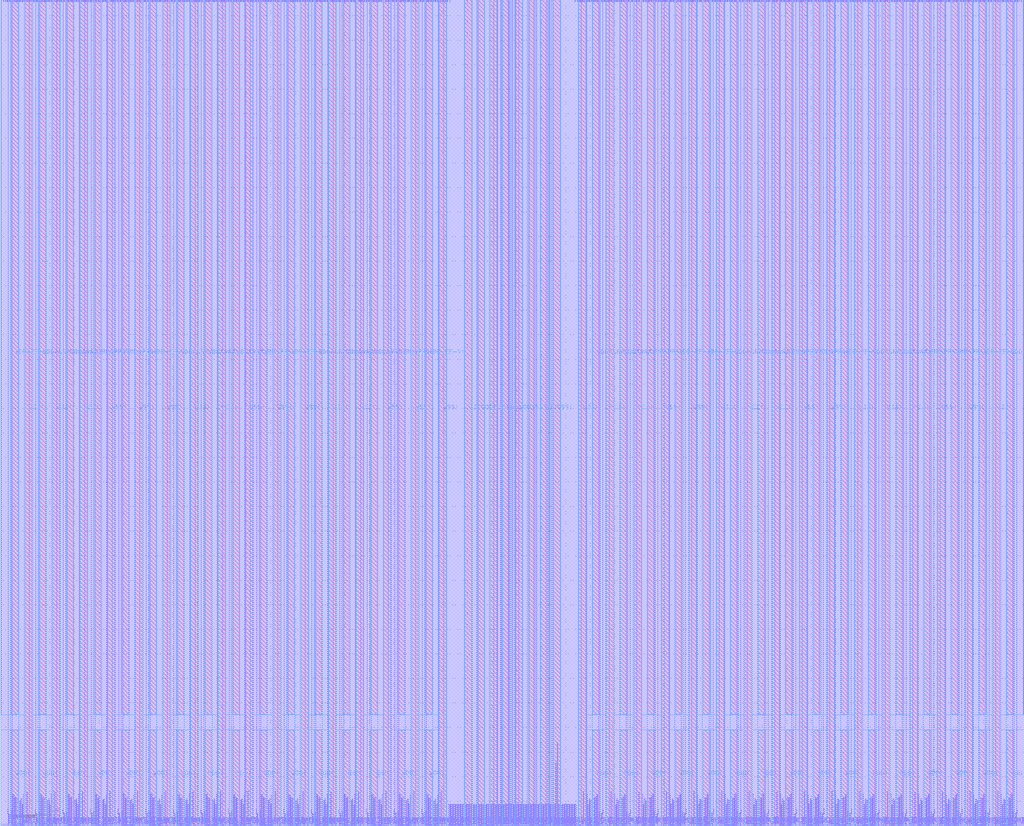
<source format=lef>
# ------------------------------------------------------
#
#		Copyright 2025 IHP PDK Authors
#
#		Licensed under the Apache License, Version 2.0 (the "License");
#		you may not use this file except in compliance with the License.
#		You may obtain a copy of the License at
#		
#		   https://www.apache.org/licenses/LICENSE-2.0
#		
#		Unless required by applicable law or agreed to in writing, software
#		distributed under the License is distributed on an "AS IS" BASIS,
#		WITHOUT WARRANTIES OR CONDITIONS OF ANY KIND, either express or implied.
#		See the License for the specific language governing permissions and
#		limitations under the License.
#		
#		Generated on Thu Aug 21 20:48:28 2025		
#
# ------------------------------------------------------ 
VERSION 5.7 ;
BUSBITCHARS "[]" ;
DIVIDERCHAR "/" ;

MACRO RM_IHPSG13_1P_1024x32_c2_bm_bist
  CLASS BLOCK ;
  ORIGIN 0 0 ;
  FOREIGN RM_IHPSG13_1P_1024x32_c2_bm_bist 0 0 ;
  SIZE 416.64 BY 336.46 ;
  SYMMETRY X Y R90 ;
  PIN A_DIN[16]
    DIRECTION INPUT ;
    USE SIGNAL ;
    ANTENNAPARTIALMETALAREA 1.794 LAYER Metal2 ;
    ANTENNAMODEL OXIDE1 ;
      ANTENNAGATEAREA 0.20085 LAYER Metal2 ;
      ANTENNAMAXAREACAR 9.838188 LAYER Metal2 ;
    PORT
      LAYER Metal2 ;
        RECT 244.49 0 244.75 0.26 ;
    END
  END A_DIN[16]
  PIN A_DIN[15]
    DIRECTION INPUT ;
    USE SIGNAL ;
    ANTENNAPARTIALMETALAREA 1.794 LAYER Metal2 ;
    ANTENNAMODEL OXIDE1 ;
      ANTENNAGATEAREA 0.20085 LAYER Metal2 ;
      ANTENNAMAXAREACAR 9.838188 LAYER Metal2 ;
    PORT
      LAYER Metal2 ;
        RECT 171.89 0 172.15 0.26 ;
    END
  END A_DIN[15]
  PIN A_BIST_DIN[16]
    DIRECTION INPUT ;
    USE SIGNAL ;
    ANTENNAPARTIALMETALAREA 1.6263 LAYER Metal2 ;
    ANTENNAMODEL OXIDE1 ;
      ANTENNAGATEAREA 0.20085 LAYER Metal2 ;
      ANTENNAMAXAREACAR 9.365945 LAYER Metal2 ;
    PORT
      LAYER Metal2 ;
        RECT 243.635 0 243.895 0.26 ;
    END
  END A_BIST_DIN[16]
  PIN A_BIST_DIN[15]
    DIRECTION INPUT ;
    USE SIGNAL ;
    ANTENNAPARTIALMETALAREA 1.6263 LAYER Metal2 ;
    ANTENNAMODEL OXIDE1 ;
      ANTENNAGATEAREA 0.20085 LAYER Metal2 ;
      ANTENNAMAXAREACAR 9.365945 LAYER Metal2 ;
    PORT
      LAYER Metal2 ;
        RECT 172.745 0 173.005 0.26 ;
    END
  END A_BIST_DIN[15]
  PIN A_BM[16]
    DIRECTION INPUT ;
    USE SIGNAL ;
    ANTENNAPARTIALMETALAREA 0.7215 LAYER Metal2 ;
    ANTENNAMODEL OXIDE1 ;
      ANTENNAGATEAREA 0.20085 LAYER Metal2 ;
      ANTENNAMAXAREACAR 4.498382 LAYER Metal2 ;
    PORT
      LAYER Metal2 ;
        RECT 236.65 0 236.91 0.26 ;
    END
  END A_BM[16]
  PIN A_BM[15]
    DIRECTION INPUT ;
    USE SIGNAL ;
    ANTENNAPARTIALMETALAREA 0.7215 LAYER Metal2 ;
    ANTENNAMODEL OXIDE1 ;
      ANTENNAGATEAREA 0.20085 LAYER Metal2 ;
      ANTENNAMAXAREACAR 4.498382 LAYER Metal2 ;
    PORT
      LAYER Metal2 ;
        RECT 179.73 0 179.99 0.26 ;
    END
  END A_BM[15]
  PIN A_BIST_BM[16]
    DIRECTION INPUT ;
    USE SIGNAL ;
    ANTENNAPARTIALMETALAREA 0.7605 LAYER Metal2 ;
    ANTENNAMODEL OXIDE1 ;
      ANTENNAGATEAREA 0.20085 LAYER Metal2 ;
      ANTENNAMAXAREACAR 5.055265 LAYER Metal2 ;
    PORT
      LAYER Metal2 ;
        RECT 238.025 0 238.285 0.26 ;
    END
  END A_BIST_BM[16]
  PIN A_BIST_BM[15]
    DIRECTION INPUT ;
    USE SIGNAL ;
    ANTENNAPARTIALMETALAREA 0.7605 LAYER Metal2 ;
    ANTENNAMODEL OXIDE1 ;
      ANTENNAGATEAREA 0.20085 LAYER Metal2 ;
      ANTENNAMAXAREACAR 5.055265 LAYER Metal2 ;
    PORT
      LAYER Metal2 ;
        RECT 178.355 0 178.615 0.26 ;
    END
  END A_BIST_BM[15]
  PIN A_DOUT[16]
    DIRECTION OUTPUT ;
    USE SIGNAL ;
    ANTENNAPARTIALMETALAREA 3.7095 LAYER Metal2 ;
    ANTENNADIFFAREA 0.988 LAYER Metal2 ;
    PORT
      LAYER Metal2 ;
        RECT 237.16 0 237.42 0.26 ;
    END
  END A_DOUT[16]
  PIN A_DOUT[15]
    DIRECTION OUTPUT ;
    USE SIGNAL ;
    ANTENNAPARTIALMETALAREA 3.7095 LAYER Metal2 ;
    ANTENNADIFFAREA 0.988 LAYER Metal2 ;
    PORT
      LAYER Metal2 ;
        RECT 179.22 0 179.48 0.26 ;
    END
  END A_DOUT[15]
  PIN VSS!
    DIRECTION INOUT ;
    USE GROUND ;
    NETEXPR "vss VSS!" ;
    PORT
      LAYER Metal4 ;
        RECT 403.95 0 406.76 336.46 ;
    END
    PORT
      LAYER Metal4 ;
        RECT 392.71 0 395.52 336.46 ;
    END
    PORT
      LAYER Metal4 ;
        RECT 381.47 0 384.28 336.46 ;
    END
    PORT
      LAYER Metal4 ;
        RECT 370.23 0 373.04 336.46 ;
    END
    PORT
      LAYER Metal4 ;
        RECT 358.99 0 361.8 336.46 ;
    END
    PORT
      LAYER Metal4 ;
        RECT 347.75 0 350.56 336.46 ;
    END
    PORT
      LAYER Metal4 ;
        RECT 336.51 0 339.32 336.46 ;
    END
    PORT
      LAYER Metal4 ;
        RECT 325.27 0 328.08 336.46 ;
    END
    PORT
      LAYER Metal4 ;
        RECT 314.03 0 316.84 336.46 ;
    END
    PORT
      LAYER Metal4 ;
        RECT 302.79 0 305.6 336.46 ;
    END
    PORT
      LAYER Metal4 ;
        RECT 291.55 0 294.36 336.46 ;
    END
    PORT
      LAYER Metal4 ;
        RECT 280.31 0 283.12 336.46 ;
    END
    PORT
      LAYER Metal4 ;
        RECT 269.07 0 271.88 336.46 ;
    END
    PORT
      LAYER Metal4 ;
        RECT 257.83 0 260.64 336.46 ;
    END
    PORT
      LAYER Metal4 ;
        RECT 246.59 0 249.4 336.46 ;
    END
    PORT
      LAYER Metal4 ;
        RECT 235.35 0 238.16 336.46 ;
    END
    PORT
      LAYER Metal4 ;
        RECT 224.94 0 227.75 336.46 ;
    END
    PORT
      LAYER Metal4 ;
        RECT 214.64 0 217.45 336.46 ;
    END
    PORT
      LAYER Metal4 ;
        RECT 199.19 0 202 336.46 ;
    END
    PORT
      LAYER Metal4 ;
        RECT 188.89 0 191.7 336.46 ;
    END
    PORT
      LAYER Metal4 ;
        RECT 178.48 0 181.29 336.46 ;
    END
    PORT
      LAYER Metal4 ;
        RECT 167.24 0 170.05 336.46 ;
    END
    PORT
      LAYER Metal4 ;
        RECT 156 0 158.81 336.46 ;
    END
    PORT
      LAYER Metal4 ;
        RECT 144.76 0 147.57 336.46 ;
    END
    PORT
      LAYER Metal4 ;
        RECT 133.52 0 136.33 336.46 ;
    END
    PORT
      LAYER Metal4 ;
        RECT 122.28 0 125.09 336.46 ;
    END
    PORT
      LAYER Metal4 ;
        RECT 111.04 0 113.85 336.46 ;
    END
    PORT
      LAYER Metal4 ;
        RECT 99.8 0 102.61 336.46 ;
    END
    PORT
      LAYER Metal4 ;
        RECT 88.56 0 91.37 336.46 ;
    END
    PORT
      LAYER Metal4 ;
        RECT 77.32 0 80.13 336.46 ;
    END
    PORT
      LAYER Metal4 ;
        RECT 66.08 0 68.89 336.46 ;
    END
    PORT
      LAYER Metal4 ;
        RECT 54.84 0 57.65 336.46 ;
    END
    PORT
      LAYER Metal4 ;
        RECT 43.6 0 46.41 336.46 ;
    END
    PORT
      LAYER Metal4 ;
        RECT 32.36 0 35.17 336.46 ;
    END
    PORT
      LAYER Metal4 ;
        RECT 21.12 0 23.93 336.46 ;
    END
    PORT
      LAYER Metal4 ;
        RECT 9.88 0 12.69 336.46 ;
    END
  END VSS!
  PIN VDD!
    DIRECTION INOUT ;
    USE POWER ;
    NETEXPR "vdd VDD!" ;
    PORT
      LAYER Metal4 ;
        RECT 409.57 0 412.38 38.825 ;
    END
    PORT
      LAYER Metal4 ;
        RECT 398.33 0 401.14 38.825 ;
    END
    PORT
      LAYER Metal4 ;
        RECT 387.09 0 389.9 38.825 ;
    END
    PORT
      LAYER Metal4 ;
        RECT 375.85 0 378.66 38.825 ;
    END
    PORT
      LAYER Metal4 ;
        RECT 364.61 0 367.42 38.825 ;
    END
    PORT
      LAYER Metal4 ;
        RECT 353.37 0 356.18 38.825 ;
    END
    PORT
      LAYER Metal4 ;
        RECT 342.13 0 344.94 38.825 ;
    END
    PORT
      LAYER Metal4 ;
        RECT 330.89 0 333.7 38.825 ;
    END
    PORT
      LAYER Metal4 ;
        RECT 319.65 0 322.46 38.825 ;
    END
    PORT
      LAYER Metal4 ;
        RECT 308.41 0 311.22 38.825 ;
    END
    PORT
      LAYER Metal4 ;
        RECT 297.17 0 299.98 38.825 ;
    END
    PORT
      LAYER Metal4 ;
        RECT 285.93 0 288.74 38.825 ;
    END
    PORT
      LAYER Metal4 ;
        RECT 274.69 0 277.5 38.825 ;
    END
    PORT
      LAYER Metal4 ;
        RECT 263.45 0 266.26 38.825 ;
    END
    PORT
      LAYER Metal4 ;
        RECT 252.21 0 255.02 38.825 ;
    END
    PORT
      LAYER Metal4 ;
        RECT 240.97 0 243.78 38.825 ;
    END
    PORT
      LAYER Metal4 ;
        RECT 219.79 0 222.6 336.46 ;
    END
    PORT
      LAYER Metal4 ;
        RECT 209.49 0 212.3 336.46 ;
    END
    PORT
      LAYER Metal4 ;
        RECT 204.34 0 207.15 336.46 ;
    END
    PORT
      LAYER Metal4 ;
        RECT 194.04 0 196.85 336.46 ;
    END
    PORT
      LAYER Metal4 ;
        RECT 172.86 0 175.67 38.825 ;
    END
    PORT
      LAYER Metal4 ;
        RECT 161.62 0 164.43 38.825 ;
    END
    PORT
      LAYER Metal4 ;
        RECT 150.38 0 153.19 38.825 ;
    END
    PORT
      LAYER Metal4 ;
        RECT 139.14 0 141.95 38.825 ;
    END
    PORT
      LAYER Metal4 ;
        RECT 127.9 0 130.71 38.825 ;
    END
    PORT
      LAYER Metal4 ;
        RECT 116.66 0 119.47 38.825 ;
    END
    PORT
      LAYER Metal4 ;
        RECT 105.42 0 108.23 38.825 ;
    END
    PORT
      LAYER Metal4 ;
        RECT 94.18 0 96.99 38.825 ;
    END
    PORT
      LAYER Metal4 ;
        RECT 82.94 0 85.75 38.825 ;
    END
    PORT
      LAYER Metal4 ;
        RECT 71.7 0 74.51 38.825 ;
    END
    PORT
      LAYER Metal4 ;
        RECT 60.46 0 63.27 38.825 ;
    END
    PORT
      LAYER Metal4 ;
        RECT 49.22 0 52.03 38.825 ;
    END
    PORT
      LAYER Metal4 ;
        RECT 37.98 0 40.79 38.825 ;
    END
    PORT
      LAYER Metal4 ;
        RECT 26.74 0 29.55 38.825 ;
    END
    PORT
      LAYER Metal4 ;
        RECT 15.5 0 18.31 38.825 ;
    END
    PORT
      LAYER Metal4 ;
        RECT 4.26 0 7.07 38.825 ;
    END
  END VDD!
  PIN VDDARRAY!
    DIRECTION INOUT ;
    USE POWER ;
    NETEXPR "vddarray VDDARRAY!" ;
    PORT
      LAYER Metal4 ;
        RECT 409.57 45.465 412.38 336.46 ;
    END
    PORT
      LAYER Metal4 ;
        RECT 398.33 45.465 401.14 336.46 ;
    END
    PORT
      LAYER Metal4 ;
        RECT 387.09 45.465 389.9 336.46 ;
    END
    PORT
      LAYER Metal4 ;
        RECT 375.85 45.465 378.66 336.46 ;
    END
    PORT
      LAYER Metal4 ;
        RECT 364.61 45.465 367.42 336.46 ;
    END
    PORT
      LAYER Metal4 ;
        RECT 353.37 45.465 356.18 336.46 ;
    END
    PORT
      LAYER Metal4 ;
        RECT 342.13 45.465 344.94 336.46 ;
    END
    PORT
      LAYER Metal4 ;
        RECT 330.89 45.465 333.7 336.46 ;
    END
    PORT
      LAYER Metal4 ;
        RECT 319.65 45.465 322.46 336.46 ;
    END
    PORT
      LAYER Metal4 ;
        RECT 308.41 45.465 311.22 336.46 ;
    END
    PORT
      LAYER Metal4 ;
        RECT 297.17 45.465 299.98 336.46 ;
    END
    PORT
      LAYER Metal4 ;
        RECT 285.93 45.465 288.74 336.46 ;
    END
    PORT
      LAYER Metal4 ;
        RECT 274.69 45.465 277.5 336.46 ;
    END
    PORT
      LAYER Metal4 ;
        RECT 263.45 45.465 266.26 336.46 ;
    END
    PORT
      LAYER Metal4 ;
        RECT 252.21 45.465 255.02 336.46 ;
    END
    PORT
      LAYER Metal4 ;
        RECT 240.97 45.465 243.78 336.46 ;
    END
    PORT
      LAYER Metal4 ;
        RECT 172.86 45.465 175.67 336.46 ;
    END
    PORT
      LAYER Metal4 ;
        RECT 161.62 45.465 164.43 336.46 ;
    END
    PORT
      LAYER Metal4 ;
        RECT 150.38 45.465 153.19 336.46 ;
    END
    PORT
      LAYER Metal4 ;
        RECT 139.14 45.465 141.95 336.46 ;
    END
    PORT
      LAYER Metal4 ;
        RECT 127.9 45.465 130.71 336.46 ;
    END
    PORT
      LAYER Metal4 ;
        RECT 116.66 45.465 119.47 336.46 ;
    END
    PORT
      LAYER Metal4 ;
        RECT 105.42 45.465 108.23 336.46 ;
    END
    PORT
      LAYER Metal4 ;
        RECT 94.18 45.465 96.99 336.46 ;
    END
    PORT
      LAYER Metal4 ;
        RECT 82.94 45.465 85.75 336.46 ;
    END
    PORT
      LAYER Metal4 ;
        RECT 71.7 45.465 74.51 336.46 ;
    END
    PORT
      LAYER Metal4 ;
        RECT 60.46 45.465 63.27 336.46 ;
    END
    PORT
      LAYER Metal4 ;
        RECT 49.22 45.465 52.03 336.46 ;
    END
    PORT
      LAYER Metal4 ;
        RECT 37.98 45.465 40.79 336.46 ;
    END
    PORT
      LAYER Metal4 ;
        RECT 26.74 45.465 29.55 336.46 ;
    END
    PORT
      LAYER Metal4 ;
        RECT 15.5 45.465 18.31 336.46 ;
    END
    PORT
      LAYER Metal4 ;
        RECT 4.26 45.465 7.07 336.46 ;
    END
  END VDDARRAY!
  PIN A_DIN[17]
    DIRECTION INPUT ;
    USE SIGNAL ;
    ANTENNAPARTIALMETALAREA 1.794 LAYER Metal2 ;
    ANTENNAMODEL OXIDE1 ;
      ANTENNAGATEAREA 0.20085 LAYER Metal2 ;
      ANTENNAMAXAREACAR 9.838188 LAYER Metal2 ;
    PORT
      LAYER Metal2 ;
        RECT 255.73 0 255.99 0.26 ;
    END
  END A_DIN[17]
  PIN A_DIN[14]
    DIRECTION INPUT ;
    USE SIGNAL ;
    ANTENNAPARTIALMETALAREA 1.794 LAYER Metal2 ;
    ANTENNAMODEL OXIDE1 ;
      ANTENNAGATEAREA 0.20085 LAYER Metal2 ;
      ANTENNAMAXAREACAR 9.838188 LAYER Metal2 ;
    PORT
      LAYER Metal2 ;
        RECT 160.65 0 160.91 0.26 ;
    END
  END A_DIN[14]
  PIN A_BIST_DIN[17]
    DIRECTION INPUT ;
    USE SIGNAL ;
    ANTENNAPARTIALMETALAREA 1.6263 LAYER Metal2 ;
    ANTENNAMODEL OXIDE1 ;
      ANTENNAGATEAREA 0.20085 LAYER Metal2 ;
      ANTENNAMAXAREACAR 9.365945 LAYER Metal2 ;
    PORT
      LAYER Metal2 ;
        RECT 254.875 0 255.135 0.26 ;
    END
  END A_BIST_DIN[17]
  PIN A_BIST_DIN[14]
    DIRECTION INPUT ;
    USE SIGNAL ;
    ANTENNAPARTIALMETALAREA 1.6263 LAYER Metal2 ;
    ANTENNAMODEL OXIDE1 ;
      ANTENNAGATEAREA 0.20085 LAYER Metal2 ;
      ANTENNAMAXAREACAR 9.365945 LAYER Metal2 ;
    PORT
      LAYER Metal2 ;
        RECT 161.505 0 161.765 0.26 ;
    END
  END A_BIST_DIN[14]
  PIN A_BM[17]
    DIRECTION INPUT ;
    USE SIGNAL ;
    ANTENNAPARTIALMETALAREA 0.7215 LAYER Metal2 ;
    ANTENNAMODEL OXIDE1 ;
      ANTENNAGATEAREA 0.20085 LAYER Metal2 ;
      ANTENNAMAXAREACAR 4.498382 LAYER Metal2 ;
    PORT
      LAYER Metal2 ;
        RECT 247.89 0 248.15 0.26 ;
    END
  END A_BM[17]
  PIN A_BM[14]
    DIRECTION INPUT ;
    USE SIGNAL ;
    ANTENNAPARTIALMETALAREA 0.7215 LAYER Metal2 ;
    ANTENNAMODEL OXIDE1 ;
      ANTENNAGATEAREA 0.20085 LAYER Metal2 ;
      ANTENNAMAXAREACAR 4.498382 LAYER Metal2 ;
    PORT
      LAYER Metal2 ;
        RECT 168.49 0 168.75 0.26 ;
    END
  END A_BM[14]
  PIN A_BIST_BM[17]
    DIRECTION INPUT ;
    USE SIGNAL ;
    ANTENNAPARTIALMETALAREA 0.7605 LAYER Metal2 ;
    ANTENNAMODEL OXIDE1 ;
      ANTENNAGATEAREA 0.20085 LAYER Metal2 ;
      ANTENNAMAXAREACAR 5.055265 LAYER Metal2 ;
    PORT
      LAYER Metal2 ;
        RECT 249.265 0 249.525 0.26 ;
    END
  END A_BIST_BM[17]
  PIN A_BIST_BM[14]
    DIRECTION INPUT ;
    USE SIGNAL ;
    ANTENNAPARTIALMETALAREA 0.7605 LAYER Metal2 ;
    ANTENNAMODEL OXIDE1 ;
      ANTENNAGATEAREA 0.20085 LAYER Metal2 ;
      ANTENNAMAXAREACAR 5.055265 LAYER Metal2 ;
    PORT
      LAYER Metal2 ;
        RECT 167.115 0 167.375 0.26 ;
    END
  END A_BIST_BM[14]
  PIN A_DOUT[17]
    DIRECTION OUTPUT ;
    USE SIGNAL ;
    ANTENNAPARTIALMETALAREA 3.7095 LAYER Metal2 ;
    ANTENNADIFFAREA 0.988 LAYER Metal2 ;
    PORT
      LAYER Metal2 ;
        RECT 248.4 0 248.66 0.26 ;
    END
  END A_DOUT[17]
  PIN A_DOUT[14]
    DIRECTION OUTPUT ;
    USE SIGNAL ;
    ANTENNAPARTIALMETALAREA 3.7095 LAYER Metal2 ;
    ANTENNADIFFAREA 0.988 LAYER Metal2 ;
    PORT
      LAYER Metal2 ;
        RECT 167.98 0 168.24 0.26 ;
    END
  END A_DOUT[14]
  PIN A_DIN[18]
    DIRECTION INPUT ;
    USE SIGNAL ;
    ANTENNAPARTIALMETALAREA 1.794 LAYER Metal2 ;
    ANTENNAMODEL OXIDE1 ;
      ANTENNAGATEAREA 0.20085 LAYER Metal2 ;
      ANTENNAMAXAREACAR 9.838188 LAYER Metal2 ;
    PORT
      LAYER Metal2 ;
        RECT 266.97 0 267.23 0.26 ;
    END
  END A_DIN[18]
  PIN A_DIN[13]
    DIRECTION INPUT ;
    USE SIGNAL ;
    ANTENNAPARTIALMETALAREA 1.794 LAYER Metal2 ;
    ANTENNAMODEL OXIDE1 ;
      ANTENNAGATEAREA 0.20085 LAYER Metal2 ;
      ANTENNAMAXAREACAR 9.838188 LAYER Metal2 ;
    PORT
      LAYER Metal2 ;
        RECT 149.41 0 149.67 0.26 ;
    END
  END A_DIN[13]
  PIN A_BIST_DIN[18]
    DIRECTION INPUT ;
    USE SIGNAL ;
    ANTENNAPARTIALMETALAREA 1.6263 LAYER Metal2 ;
    ANTENNAMODEL OXIDE1 ;
      ANTENNAGATEAREA 0.20085 LAYER Metal2 ;
      ANTENNAMAXAREACAR 9.365945 LAYER Metal2 ;
    PORT
      LAYER Metal2 ;
        RECT 266.115 0 266.375 0.26 ;
    END
  END A_BIST_DIN[18]
  PIN A_BIST_DIN[13]
    DIRECTION INPUT ;
    USE SIGNAL ;
    ANTENNAPARTIALMETALAREA 1.6263 LAYER Metal2 ;
    ANTENNAMODEL OXIDE1 ;
      ANTENNAGATEAREA 0.20085 LAYER Metal2 ;
      ANTENNAMAXAREACAR 9.365945 LAYER Metal2 ;
    PORT
      LAYER Metal2 ;
        RECT 150.265 0 150.525 0.26 ;
    END
  END A_BIST_DIN[13]
  PIN A_BM[18]
    DIRECTION INPUT ;
    USE SIGNAL ;
    ANTENNAPARTIALMETALAREA 0.7215 LAYER Metal2 ;
    ANTENNAMODEL OXIDE1 ;
      ANTENNAGATEAREA 0.20085 LAYER Metal2 ;
      ANTENNAMAXAREACAR 4.498382 LAYER Metal2 ;
    PORT
      LAYER Metal2 ;
        RECT 259.13 0 259.39 0.26 ;
    END
  END A_BM[18]
  PIN A_BM[13]
    DIRECTION INPUT ;
    USE SIGNAL ;
    ANTENNAPARTIALMETALAREA 0.7215 LAYER Metal2 ;
    ANTENNAMODEL OXIDE1 ;
      ANTENNAGATEAREA 0.20085 LAYER Metal2 ;
      ANTENNAMAXAREACAR 4.498382 LAYER Metal2 ;
    PORT
      LAYER Metal2 ;
        RECT 157.25 0 157.51 0.26 ;
    END
  END A_BM[13]
  PIN A_BIST_BM[18]
    DIRECTION INPUT ;
    USE SIGNAL ;
    ANTENNAPARTIALMETALAREA 0.7605 LAYER Metal2 ;
    ANTENNAMODEL OXIDE1 ;
      ANTENNAGATEAREA 0.20085 LAYER Metal2 ;
      ANTENNAMAXAREACAR 5.055265 LAYER Metal2 ;
    PORT
      LAYER Metal2 ;
        RECT 260.505 0 260.765 0.26 ;
    END
  END A_BIST_BM[18]
  PIN A_BIST_BM[13]
    DIRECTION INPUT ;
    USE SIGNAL ;
    ANTENNAPARTIALMETALAREA 0.7605 LAYER Metal2 ;
    ANTENNAMODEL OXIDE1 ;
      ANTENNAGATEAREA 0.20085 LAYER Metal2 ;
      ANTENNAMAXAREACAR 5.055265 LAYER Metal2 ;
    PORT
      LAYER Metal2 ;
        RECT 155.875 0 156.135 0.26 ;
    END
  END A_BIST_BM[13]
  PIN A_DOUT[18]
    DIRECTION OUTPUT ;
    USE SIGNAL ;
    ANTENNAPARTIALMETALAREA 3.7095 LAYER Metal2 ;
    ANTENNADIFFAREA 0.988 LAYER Metal2 ;
    PORT
      LAYER Metal2 ;
        RECT 259.64 0 259.9 0.26 ;
    END
  END A_DOUT[18]
  PIN A_DOUT[13]
    DIRECTION OUTPUT ;
    USE SIGNAL ;
    ANTENNAPARTIALMETALAREA 3.7095 LAYER Metal2 ;
    ANTENNADIFFAREA 0.988 LAYER Metal2 ;
    PORT
      LAYER Metal2 ;
        RECT 156.74 0 157 0.26 ;
    END
  END A_DOUT[13]
  PIN A_DIN[19]
    DIRECTION INPUT ;
    USE SIGNAL ;
    ANTENNAPARTIALMETALAREA 1.794 LAYER Metal2 ;
    ANTENNAMODEL OXIDE1 ;
      ANTENNAGATEAREA 0.20085 LAYER Metal2 ;
      ANTENNAMAXAREACAR 9.838188 LAYER Metal2 ;
    PORT
      LAYER Metal2 ;
        RECT 278.21 0 278.47 0.26 ;
    END
  END A_DIN[19]
  PIN A_DIN[12]
    DIRECTION INPUT ;
    USE SIGNAL ;
    ANTENNAPARTIALMETALAREA 1.794 LAYER Metal2 ;
    ANTENNAMODEL OXIDE1 ;
      ANTENNAGATEAREA 0.20085 LAYER Metal2 ;
      ANTENNAMAXAREACAR 9.838188 LAYER Metal2 ;
    PORT
      LAYER Metal2 ;
        RECT 138.17 0 138.43 0.26 ;
    END
  END A_DIN[12]
  PIN A_BIST_DIN[19]
    DIRECTION INPUT ;
    USE SIGNAL ;
    ANTENNAPARTIALMETALAREA 1.6263 LAYER Metal2 ;
    ANTENNAMODEL OXIDE1 ;
      ANTENNAGATEAREA 0.20085 LAYER Metal2 ;
      ANTENNAMAXAREACAR 9.365945 LAYER Metal2 ;
    PORT
      LAYER Metal2 ;
        RECT 277.355 0 277.615 0.26 ;
    END
  END A_BIST_DIN[19]
  PIN A_BIST_DIN[12]
    DIRECTION INPUT ;
    USE SIGNAL ;
    ANTENNAPARTIALMETALAREA 1.6263 LAYER Metal2 ;
    ANTENNAMODEL OXIDE1 ;
      ANTENNAGATEAREA 0.20085 LAYER Metal2 ;
      ANTENNAMAXAREACAR 9.365945 LAYER Metal2 ;
    PORT
      LAYER Metal2 ;
        RECT 139.025 0 139.285 0.26 ;
    END
  END A_BIST_DIN[12]
  PIN A_BM[19]
    DIRECTION INPUT ;
    USE SIGNAL ;
    ANTENNAPARTIALMETALAREA 0.7215 LAYER Metal2 ;
    ANTENNAMODEL OXIDE1 ;
      ANTENNAGATEAREA 0.20085 LAYER Metal2 ;
      ANTENNAMAXAREACAR 4.498382 LAYER Metal2 ;
    PORT
      LAYER Metal2 ;
        RECT 270.37 0 270.63 0.26 ;
    END
  END A_BM[19]
  PIN A_BM[12]
    DIRECTION INPUT ;
    USE SIGNAL ;
    ANTENNAPARTIALMETALAREA 0.7215 LAYER Metal2 ;
    ANTENNAMODEL OXIDE1 ;
      ANTENNAGATEAREA 0.20085 LAYER Metal2 ;
      ANTENNAMAXAREACAR 4.498382 LAYER Metal2 ;
    PORT
      LAYER Metal2 ;
        RECT 146.01 0 146.27 0.26 ;
    END
  END A_BM[12]
  PIN A_BIST_BM[19]
    DIRECTION INPUT ;
    USE SIGNAL ;
    ANTENNAPARTIALMETALAREA 0.7605 LAYER Metal2 ;
    ANTENNAMODEL OXIDE1 ;
      ANTENNAGATEAREA 0.20085 LAYER Metal2 ;
      ANTENNAMAXAREACAR 5.055265 LAYER Metal2 ;
    PORT
      LAYER Metal2 ;
        RECT 271.745 0 272.005 0.26 ;
    END
  END A_BIST_BM[19]
  PIN A_BIST_BM[12]
    DIRECTION INPUT ;
    USE SIGNAL ;
    ANTENNAPARTIALMETALAREA 0.7605 LAYER Metal2 ;
    ANTENNAMODEL OXIDE1 ;
      ANTENNAGATEAREA 0.20085 LAYER Metal2 ;
      ANTENNAMAXAREACAR 5.055265 LAYER Metal2 ;
    PORT
      LAYER Metal2 ;
        RECT 144.635 0 144.895 0.26 ;
    END
  END A_BIST_BM[12]
  PIN A_DOUT[19]
    DIRECTION OUTPUT ;
    USE SIGNAL ;
    ANTENNAPARTIALMETALAREA 3.7095 LAYER Metal2 ;
    ANTENNADIFFAREA 0.988 LAYER Metal2 ;
    PORT
      LAYER Metal2 ;
        RECT 270.88 0 271.14 0.26 ;
    END
  END A_DOUT[19]
  PIN A_DOUT[12]
    DIRECTION OUTPUT ;
    USE SIGNAL ;
    ANTENNAPARTIALMETALAREA 3.7095 LAYER Metal2 ;
    ANTENNADIFFAREA 0.988 LAYER Metal2 ;
    PORT
      LAYER Metal2 ;
        RECT 145.5 0 145.76 0.26 ;
    END
  END A_DOUT[12]
  PIN A_DIN[20]
    DIRECTION INPUT ;
    USE SIGNAL ;
    ANTENNAPARTIALMETALAREA 1.794 LAYER Metal2 ;
    ANTENNAMODEL OXIDE1 ;
      ANTENNAGATEAREA 0.20085 LAYER Metal2 ;
      ANTENNAMAXAREACAR 9.838188 LAYER Metal2 ;
    PORT
      LAYER Metal2 ;
        RECT 289.45 0 289.71 0.26 ;
    END
  END A_DIN[20]
  PIN A_DIN[11]
    DIRECTION INPUT ;
    USE SIGNAL ;
    ANTENNAPARTIALMETALAREA 1.794 LAYER Metal2 ;
    ANTENNAMODEL OXIDE1 ;
      ANTENNAGATEAREA 0.20085 LAYER Metal2 ;
      ANTENNAMAXAREACAR 9.838188 LAYER Metal2 ;
    PORT
      LAYER Metal2 ;
        RECT 126.93 0 127.19 0.26 ;
    END
  END A_DIN[11]
  PIN A_BIST_DIN[20]
    DIRECTION INPUT ;
    USE SIGNAL ;
    ANTENNAPARTIALMETALAREA 1.6263 LAYER Metal2 ;
    ANTENNAMODEL OXIDE1 ;
      ANTENNAGATEAREA 0.20085 LAYER Metal2 ;
      ANTENNAMAXAREACAR 9.365945 LAYER Metal2 ;
    PORT
      LAYER Metal2 ;
        RECT 288.595 0 288.855 0.26 ;
    END
  END A_BIST_DIN[20]
  PIN A_BIST_DIN[11]
    DIRECTION INPUT ;
    USE SIGNAL ;
    ANTENNAPARTIALMETALAREA 1.6263 LAYER Metal2 ;
    ANTENNAMODEL OXIDE1 ;
      ANTENNAGATEAREA 0.20085 LAYER Metal2 ;
      ANTENNAMAXAREACAR 9.365945 LAYER Metal2 ;
    PORT
      LAYER Metal2 ;
        RECT 127.785 0 128.045 0.26 ;
    END
  END A_BIST_DIN[11]
  PIN A_BM[20]
    DIRECTION INPUT ;
    USE SIGNAL ;
    ANTENNAPARTIALMETALAREA 0.7215 LAYER Metal2 ;
    ANTENNAMODEL OXIDE1 ;
      ANTENNAGATEAREA 0.20085 LAYER Metal2 ;
      ANTENNAMAXAREACAR 4.498382 LAYER Metal2 ;
    PORT
      LAYER Metal2 ;
        RECT 281.61 0 281.87 0.26 ;
    END
  END A_BM[20]
  PIN A_BM[11]
    DIRECTION INPUT ;
    USE SIGNAL ;
    ANTENNAPARTIALMETALAREA 0.7215 LAYER Metal2 ;
    ANTENNAMODEL OXIDE1 ;
      ANTENNAGATEAREA 0.20085 LAYER Metal2 ;
      ANTENNAMAXAREACAR 4.498382 LAYER Metal2 ;
    PORT
      LAYER Metal2 ;
        RECT 134.77 0 135.03 0.26 ;
    END
  END A_BM[11]
  PIN A_BIST_BM[20]
    DIRECTION INPUT ;
    USE SIGNAL ;
    ANTENNAPARTIALMETALAREA 0.7605 LAYER Metal2 ;
    ANTENNAMODEL OXIDE1 ;
      ANTENNAGATEAREA 0.20085 LAYER Metal2 ;
      ANTENNAMAXAREACAR 5.055265 LAYER Metal2 ;
    PORT
      LAYER Metal2 ;
        RECT 282.985 0 283.245 0.26 ;
    END
  END A_BIST_BM[20]
  PIN A_BIST_BM[11]
    DIRECTION INPUT ;
    USE SIGNAL ;
    ANTENNAPARTIALMETALAREA 0.7605 LAYER Metal2 ;
    ANTENNAMODEL OXIDE1 ;
      ANTENNAGATEAREA 0.20085 LAYER Metal2 ;
      ANTENNAMAXAREACAR 5.055265 LAYER Metal2 ;
    PORT
      LAYER Metal2 ;
        RECT 133.395 0 133.655 0.26 ;
    END
  END A_BIST_BM[11]
  PIN A_DOUT[20]
    DIRECTION OUTPUT ;
    USE SIGNAL ;
    ANTENNAPARTIALMETALAREA 3.7095 LAYER Metal2 ;
    ANTENNADIFFAREA 0.988 LAYER Metal2 ;
    PORT
      LAYER Metal2 ;
        RECT 282.12 0 282.38 0.26 ;
    END
  END A_DOUT[20]
  PIN A_DOUT[11]
    DIRECTION OUTPUT ;
    USE SIGNAL ;
    ANTENNAPARTIALMETALAREA 3.7095 LAYER Metal2 ;
    ANTENNADIFFAREA 0.988 LAYER Metal2 ;
    PORT
      LAYER Metal2 ;
        RECT 134.26 0 134.52 0.26 ;
    END
  END A_DOUT[11]
  PIN A_DIN[21]
    DIRECTION INPUT ;
    USE SIGNAL ;
    ANTENNAPARTIALMETALAREA 1.794 LAYER Metal2 ;
    ANTENNAMODEL OXIDE1 ;
      ANTENNAGATEAREA 0.20085 LAYER Metal2 ;
      ANTENNAMAXAREACAR 9.838188 LAYER Metal2 ;
    PORT
      LAYER Metal2 ;
        RECT 300.69 0 300.95 0.26 ;
    END
  END A_DIN[21]
  PIN A_DIN[10]
    DIRECTION INPUT ;
    USE SIGNAL ;
    ANTENNAPARTIALMETALAREA 1.794 LAYER Metal2 ;
    ANTENNAMODEL OXIDE1 ;
      ANTENNAGATEAREA 0.20085 LAYER Metal2 ;
      ANTENNAMAXAREACAR 9.838188 LAYER Metal2 ;
    PORT
      LAYER Metal2 ;
        RECT 115.69 0 115.95 0.26 ;
    END
  END A_DIN[10]
  PIN A_BIST_DIN[21]
    DIRECTION INPUT ;
    USE SIGNAL ;
    ANTENNAPARTIALMETALAREA 1.6263 LAYER Metal2 ;
    ANTENNAMODEL OXIDE1 ;
      ANTENNAGATEAREA 0.20085 LAYER Metal2 ;
      ANTENNAMAXAREACAR 9.365945 LAYER Metal2 ;
    PORT
      LAYER Metal2 ;
        RECT 299.835 0 300.095 0.26 ;
    END
  END A_BIST_DIN[21]
  PIN A_BIST_DIN[10]
    DIRECTION INPUT ;
    USE SIGNAL ;
    ANTENNAPARTIALMETALAREA 1.6263 LAYER Metal2 ;
    ANTENNAMODEL OXIDE1 ;
      ANTENNAGATEAREA 0.20085 LAYER Metal2 ;
      ANTENNAMAXAREACAR 9.365945 LAYER Metal2 ;
    PORT
      LAYER Metal2 ;
        RECT 116.545 0 116.805 0.26 ;
    END
  END A_BIST_DIN[10]
  PIN A_BM[21]
    DIRECTION INPUT ;
    USE SIGNAL ;
    ANTENNAPARTIALMETALAREA 0.7215 LAYER Metal2 ;
    ANTENNAMODEL OXIDE1 ;
      ANTENNAGATEAREA 0.20085 LAYER Metal2 ;
      ANTENNAMAXAREACAR 4.498382 LAYER Metal2 ;
    PORT
      LAYER Metal2 ;
        RECT 292.85 0 293.11 0.26 ;
    END
  END A_BM[21]
  PIN A_BM[10]
    DIRECTION INPUT ;
    USE SIGNAL ;
    ANTENNAPARTIALMETALAREA 0.7215 LAYER Metal2 ;
    ANTENNAMODEL OXIDE1 ;
      ANTENNAGATEAREA 0.20085 LAYER Metal2 ;
      ANTENNAMAXAREACAR 4.498382 LAYER Metal2 ;
    PORT
      LAYER Metal2 ;
        RECT 123.53 0 123.79 0.26 ;
    END
  END A_BM[10]
  PIN A_BIST_BM[21]
    DIRECTION INPUT ;
    USE SIGNAL ;
    ANTENNAPARTIALMETALAREA 0.7605 LAYER Metal2 ;
    ANTENNAMODEL OXIDE1 ;
      ANTENNAGATEAREA 0.20085 LAYER Metal2 ;
      ANTENNAMAXAREACAR 5.055265 LAYER Metal2 ;
    PORT
      LAYER Metal2 ;
        RECT 294.225 0 294.485 0.26 ;
    END
  END A_BIST_BM[21]
  PIN A_BIST_BM[10]
    DIRECTION INPUT ;
    USE SIGNAL ;
    ANTENNAPARTIALMETALAREA 0.7605 LAYER Metal2 ;
    ANTENNAMODEL OXIDE1 ;
      ANTENNAGATEAREA 0.20085 LAYER Metal2 ;
      ANTENNAMAXAREACAR 5.055265 LAYER Metal2 ;
    PORT
      LAYER Metal2 ;
        RECT 122.155 0 122.415 0.26 ;
    END
  END A_BIST_BM[10]
  PIN A_DOUT[21]
    DIRECTION OUTPUT ;
    USE SIGNAL ;
    ANTENNAPARTIALMETALAREA 3.7095 LAYER Metal2 ;
    ANTENNADIFFAREA 0.988 LAYER Metal2 ;
    PORT
      LAYER Metal2 ;
        RECT 293.36 0 293.62 0.26 ;
    END
  END A_DOUT[21]
  PIN A_DOUT[10]
    DIRECTION OUTPUT ;
    USE SIGNAL ;
    ANTENNAPARTIALMETALAREA 3.7095 LAYER Metal2 ;
    ANTENNADIFFAREA 0.988 LAYER Metal2 ;
    PORT
      LAYER Metal2 ;
        RECT 123.02 0 123.28 0.26 ;
    END
  END A_DOUT[10]
  PIN A_DIN[22]
    DIRECTION INPUT ;
    USE SIGNAL ;
    ANTENNAPARTIALMETALAREA 1.794 LAYER Metal2 ;
    ANTENNAMODEL OXIDE1 ;
      ANTENNAGATEAREA 0.20085 LAYER Metal2 ;
      ANTENNAMAXAREACAR 9.838188 LAYER Metal2 ;
    PORT
      LAYER Metal2 ;
        RECT 311.93 0 312.19 0.26 ;
    END
  END A_DIN[22]
  PIN A_DIN[9]
    DIRECTION INPUT ;
    USE SIGNAL ;
    ANTENNAPARTIALMETALAREA 1.794 LAYER Metal2 ;
    ANTENNAMODEL OXIDE1 ;
      ANTENNAGATEAREA 0.20085 LAYER Metal2 ;
      ANTENNAMAXAREACAR 9.838188 LAYER Metal2 ;
    PORT
      LAYER Metal2 ;
        RECT 104.45 0 104.71 0.26 ;
    END
  END A_DIN[9]
  PIN A_BIST_DIN[22]
    DIRECTION INPUT ;
    USE SIGNAL ;
    ANTENNAPARTIALMETALAREA 1.6263 LAYER Metal2 ;
    ANTENNAMODEL OXIDE1 ;
      ANTENNAGATEAREA 0.20085 LAYER Metal2 ;
      ANTENNAMAXAREACAR 9.365945 LAYER Metal2 ;
    PORT
      LAYER Metal2 ;
        RECT 311.075 0 311.335 0.26 ;
    END
  END A_BIST_DIN[22]
  PIN A_BIST_DIN[9]
    DIRECTION INPUT ;
    USE SIGNAL ;
    ANTENNAPARTIALMETALAREA 1.6263 LAYER Metal2 ;
    ANTENNAMODEL OXIDE1 ;
      ANTENNAGATEAREA 0.20085 LAYER Metal2 ;
      ANTENNAMAXAREACAR 9.365945 LAYER Metal2 ;
    PORT
      LAYER Metal2 ;
        RECT 105.305 0 105.565 0.26 ;
    END
  END A_BIST_DIN[9]
  PIN A_BM[22]
    DIRECTION INPUT ;
    USE SIGNAL ;
    ANTENNAPARTIALMETALAREA 0.7215 LAYER Metal2 ;
    ANTENNAMODEL OXIDE1 ;
      ANTENNAGATEAREA 0.20085 LAYER Metal2 ;
      ANTENNAMAXAREACAR 4.498382 LAYER Metal2 ;
    PORT
      LAYER Metal2 ;
        RECT 304.09 0 304.35 0.26 ;
    END
  END A_BM[22]
  PIN A_BM[9]
    DIRECTION INPUT ;
    USE SIGNAL ;
    ANTENNAPARTIALMETALAREA 0.7215 LAYER Metal2 ;
    ANTENNAMODEL OXIDE1 ;
      ANTENNAGATEAREA 0.20085 LAYER Metal2 ;
      ANTENNAMAXAREACAR 4.498382 LAYER Metal2 ;
    PORT
      LAYER Metal2 ;
        RECT 112.29 0 112.55 0.26 ;
    END
  END A_BM[9]
  PIN A_BIST_BM[22]
    DIRECTION INPUT ;
    USE SIGNAL ;
    ANTENNAPARTIALMETALAREA 0.7605 LAYER Metal2 ;
    ANTENNAMODEL OXIDE1 ;
      ANTENNAGATEAREA 0.20085 LAYER Metal2 ;
      ANTENNAMAXAREACAR 5.055265 LAYER Metal2 ;
    PORT
      LAYER Metal2 ;
        RECT 305.465 0 305.725 0.26 ;
    END
  END A_BIST_BM[22]
  PIN A_BIST_BM[9]
    DIRECTION INPUT ;
    USE SIGNAL ;
    ANTENNAPARTIALMETALAREA 0.7605 LAYER Metal2 ;
    ANTENNAMODEL OXIDE1 ;
      ANTENNAGATEAREA 0.20085 LAYER Metal2 ;
      ANTENNAMAXAREACAR 5.055265 LAYER Metal2 ;
    PORT
      LAYER Metal2 ;
        RECT 110.915 0 111.175 0.26 ;
    END
  END A_BIST_BM[9]
  PIN A_DOUT[22]
    DIRECTION OUTPUT ;
    USE SIGNAL ;
    ANTENNAPARTIALMETALAREA 3.7095 LAYER Metal2 ;
    ANTENNADIFFAREA 0.988 LAYER Metal2 ;
    PORT
      LAYER Metal2 ;
        RECT 304.6 0 304.86 0.26 ;
    END
  END A_DOUT[22]
  PIN A_DOUT[9]
    DIRECTION OUTPUT ;
    USE SIGNAL ;
    ANTENNAPARTIALMETALAREA 3.7095 LAYER Metal2 ;
    ANTENNADIFFAREA 0.988 LAYER Metal2 ;
    PORT
      LAYER Metal2 ;
        RECT 111.78 0 112.04 0.26 ;
    END
  END A_DOUT[9]
  PIN A_DIN[23]
    DIRECTION INPUT ;
    USE SIGNAL ;
    ANTENNAPARTIALMETALAREA 1.794 LAYER Metal2 ;
    ANTENNAMODEL OXIDE1 ;
      ANTENNAGATEAREA 0.20085 LAYER Metal2 ;
      ANTENNAMAXAREACAR 9.838188 LAYER Metal2 ;
    PORT
      LAYER Metal2 ;
        RECT 323.17 0 323.43 0.26 ;
    END
  END A_DIN[23]
  PIN A_DIN[8]
    DIRECTION INPUT ;
    USE SIGNAL ;
    ANTENNAPARTIALMETALAREA 1.794 LAYER Metal2 ;
    ANTENNAMODEL OXIDE1 ;
      ANTENNAGATEAREA 0.20085 LAYER Metal2 ;
      ANTENNAMAXAREACAR 9.838188 LAYER Metal2 ;
    PORT
      LAYER Metal2 ;
        RECT 93.21 0 93.47 0.26 ;
    END
  END A_DIN[8]
  PIN A_BIST_DIN[23]
    DIRECTION INPUT ;
    USE SIGNAL ;
    ANTENNAPARTIALMETALAREA 1.6263 LAYER Metal2 ;
    ANTENNAMODEL OXIDE1 ;
      ANTENNAGATEAREA 0.20085 LAYER Metal2 ;
      ANTENNAMAXAREACAR 9.365945 LAYER Metal2 ;
    PORT
      LAYER Metal2 ;
        RECT 322.315 0 322.575 0.26 ;
    END
  END A_BIST_DIN[23]
  PIN A_BIST_DIN[8]
    DIRECTION INPUT ;
    USE SIGNAL ;
    ANTENNAPARTIALMETALAREA 1.6263 LAYER Metal2 ;
    ANTENNAMODEL OXIDE1 ;
      ANTENNAGATEAREA 0.20085 LAYER Metal2 ;
      ANTENNAMAXAREACAR 9.365945 LAYER Metal2 ;
    PORT
      LAYER Metal2 ;
        RECT 94.065 0 94.325 0.26 ;
    END
  END A_BIST_DIN[8]
  PIN A_BM[23]
    DIRECTION INPUT ;
    USE SIGNAL ;
    ANTENNAPARTIALMETALAREA 0.7215 LAYER Metal2 ;
    ANTENNAMODEL OXIDE1 ;
      ANTENNAGATEAREA 0.20085 LAYER Metal2 ;
      ANTENNAMAXAREACAR 4.498382 LAYER Metal2 ;
    PORT
      LAYER Metal2 ;
        RECT 315.33 0 315.59 0.26 ;
    END
  END A_BM[23]
  PIN A_BM[8]
    DIRECTION INPUT ;
    USE SIGNAL ;
    ANTENNAPARTIALMETALAREA 0.7215 LAYER Metal2 ;
    ANTENNAMODEL OXIDE1 ;
      ANTENNAGATEAREA 0.20085 LAYER Metal2 ;
      ANTENNAMAXAREACAR 4.498382 LAYER Metal2 ;
    PORT
      LAYER Metal2 ;
        RECT 101.05 0 101.31 0.26 ;
    END
  END A_BM[8]
  PIN A_BIST_BM[23]
    DIRECTION INPUT ;
    USE SIGNAL ;
    ANTENNAPARTIALMETALAREA 0.7605 LAYER Metal2 ;
    ANTENNAMODEL OXIDE1 ;
      ANTENNAGATEAREA 0.20085 LAYER Metal2 ;
      ANTENNAMAXAREACAR 5.055265 LAYER Metal2 ;
    PORT
      LAYER Metal2 ;
        RECT 316.705 0 316.965 0.26 ;
    END
  END A_BIST_BM[23]
  PIN A_BIST_BM[8]
    DIRECTION INPUT ;
    USE SIGNAL ;
    ANTENNAPARTIALMETALAREA 0.7605 LAYER Metal2 ;
    ANTENNAMODEL OXIDE1 ;
      ANTENNAGATEAREA 0.20085 LAYER Metal2 ;
      ANTENNAMAXAREACAR 5.055265 LAYER Metal2 ;
    PORT
      LAYER Metal2 ;
        RECT 99.675 0 99.935 0.26 ;
    END
  END A_BIST_BM[8]
  PIN A_DOUT[23]
    DIRECTION OUTPUT ;
    USE SIGNAL ;
    ANTENNAPARTIALMETALAREA 3.7095 LAYER Metal2 ;
    ANTENNADIFFAREA 0.988 LAYER Metal2 ;
    PORT
      LAYER Metal2 ;
        RECT 315.84 0 316.1 0.26 ;
    END
  END A_DOUT[23]
  PIN A_DOUT[8]
    DIRECTION OUTPUT ;
    USE SIGNAL ;
    ANTENNAPARTIALMETALAREA 3.7095 LAYER Metal2 ;
    ANTENNADIFFAREA 0.988 LAYER Metal2 ;
    PORT
      LAYER Metal2 ;
        RECT 100.54 0 100.8 0.26 ;
    END
  END A_DOUT[8]
  PIN A_DIN[24]
    DIRECTION INPUT ;
    USE SIGNAL ;
    ANTENNAPARTIALMETALAREA 1.794 LAYER Metal2 ;
    ANTENNAMODEL OXIDE1 ;
      ANTENNAGATEAREA 0.20085 LAYER Metal2 ;
      ANTENNAMAXAREACAR 9.838188 LAYER Metal2 ;
    PORT
      LAYER Metal2 ;
        RECT 334.41 0 334.67 0.26 ;
    END
  END A_DIN[24]
  PIN A_DIN[7]
    DIRECTION INPUT ;
    USE SIGNAL ;
    ANTENNAPARTIALMETALAREA 1.794 LAYER Metal2 ;
    ANTENNAMODEL OXIDE1 ;
      ANTENNAGATEAREA 0.20085 LAYER Metal2 ;
      ANTENNAMAXAREACAR 9.838188 LAYER Metal2 ;
    PORT
      LAYER Metal2 ;
        RECT 81.97 0 82.23 0.26 ;
    END
  END A_DIN[7]
  PIN A_BIST_DIN[24]
    DIRECTION INPUT ;
    USE SIGNAL ;
    ANTENNAPARTIALMETALAREA 1.6263 LAYER Metal2 ;
    ANTENNAMODEL OXIDE1 ;
      ANTENNAGATEAREA 0.20085 LAYER Metal2 ;
      ANTENNAMAXAREACAR 9.365945 LAYER Metal2 ;
    PORT
      LAYER Metal2 ;
        RECT 333.555 0 333.815 0.26 ;
    END
  END A_BIST_DIN[24]
  PIN A_BIST_DIN[7]
    DIRECTION INPUT ;
    USE SIGNAL ;
    ANTENNAPARTIALMETALAREA 1.6263 LAYER Metal2 ;
    ANTENNAMODEL OXIDE1 ;
      ANTENNAGATEAREA 0.20085 LAYER Metal2 ;
      ANTENNAMAXAREACAR 9.365945 LAYER Metal2 ;
    PORT
      LAYER Metal2 ;
        RECT 82.825 0 83.085 0.26 ;
    END
  END A_BIST_DIN[7]
  PIN A_BM[24]
    DIRECTION INPUT ;
    USE SIGNAL ;
    ANTENNAPARTIALMETALAREA 0.7215 LAYER Metal2 ;
    ANTENNAMODEL OXIDE1 ;
      ANTENNAGATEAREA 0.20085 LAYER Metal2 ;
      ANTENNAMAXAREACAR 4.498382 LAYER Metal2 ;
    PORT
      LAYER Metal2 ;
        RECT 326.57 0 326.83 0.26 ;
    END
  END A_BM[24]
  PIN A_BM[7]
    DIRECTION INPUT ;
    USE SIGNAL ;
    ANTENNAPARTIALMETALAREA 0.7215 LAYER Metal2 ;
    ANTENNAMODEL OXIDE1 ;
      ANTENNAGATEAREA 0.20085 LAYER Metal2 ;
      ANTENNAMAXAREACAR 4.498382 LAYER Metal2 ;
    PORT
      LAYER Metal2 ;
        RECT 89.81 0 90.07 0.26 ;
    END
  END A_BM[7]
  PIN A_BIST_BM[24]
    DIRECTION INPUT ;
    USE SIGNAL ;
    ANTENNAPARTIALMETALAREA 0.7605 LAYER Metal2 ;
    ANTENNAMODEL OXIDE1 ;
      ANTENNAGATEAREA 0.20085 LAYER Metal2 ;
      ANTENNAMAXAREACAR 5.055265 LAYER Metal2 ;
    PORT
      LAYER Metal2 ;
        RECT 327.945 0 328.205 0.26 ;
    END
  END A_BIST_BM[24]
  PIN A_BIST_BM[7]
    DIRECTION INPUT ;
    USE SIGNAL ;
    ANTENNAPARTIALMETALAREA 0.7605 LAYER Metal2 ;
    ANTENNAMODEL OXIDE1 ;
      ANTENNAGATEAREA 0.20085 LAYER Metal2 ;
      ANTENNAMAXAREACAR 5.055265 LAYER Metal2 ;
    PORT
      LAYER Metal2 ;
        RECT 88.435 0 88.695 0.26 ;
    END
  END A_BIST_BM[7]
  PIN A_DOUT[24]
    DIRECTION OUTPUT ;
    USE SIGNAL ;
    ANTENNAPARTIALMETALAREA 3.7095 LAYER Metal2 ;
    ANTENNADIFFAREA 0.988 LAYER Metal2 ;
    PORT
      LAYER Metal2 ;
        RECT 327.08 0 327.34 0.26 ;
    END
  END A_DOUT[24]
  PIN A_DOUT[7]
    DIRECTION OUTPUT ;
    USE SIGNAL ;
    ANTENNAPARTIALMETALAREA 3.7095 LAYER Metal2 ;
    ANTENNADIFFAREA 0.988 LAYER Metal2 ;
    PORT
      LAYER Metal2 ;
        RECT 89.3 0 89.56 0.26 ;
    END
  END A_DOUT[7]
  PIN A_DIN[25]
    DIRECTION INPUT ;
    USE SIGNAL ;
    ANTENNAPARTIALMETALAREA 1.794 LAYER Metal2 ;
    ANTENNAMODEL OXIDE1 ;
      ANTENNAGATEAREA 0.20085 LAYER Metal2 ;
      ANTENNAMAXAREACAR 9.838188 LAYER Metal2 ;
    PORT
      LAYER Metal2 ;
        RECT 345.65 0 345.91 0.26 ;
    END
  END A_DIN[25]
  PIN A_DIN[6]
    DIRECTION INPUT ;
    USE SIGNAL ;
    ANTENNAPARTIALMETALAREA 1.794 LAYER Metal2 ;
    ANTENNAMODEL OXIDE1 ;
      ANTENNAGATEAREA 0.20085 LAYER Metal2 ;
      ANTENNAMAXAREACAR 9.838188 LAYER Metal2 ;
    PORT
      LAYER Metal2 ;
        RECT 70.73 0 70.99 0.26 ;
    END
  END A_DIN[6]
  PIN A_BIST_DIN[25]
    DIRECTION INPUT ;
    USE SIGNAL ;
    ANTENNAPARTIALMETALAREA 1.6263 LAYER Metal2 ;
    ANTENNAMODEL OXIDE1 ;
      ANTENNAGATEAREA 0.20085 LAYER Metal2 ;
      ANTENNAMAXAREACAR 9.365945 LAYER Metal2 ;
    PORT
      LAYER Metal2 ;
        RECT 344.795 0 345.055 0.26 ;
    END
  END A_BIST_DIN[25]
  PIN A_BIST_DIN[6]
    DIRECTION INPUT ;
    USE SIGNAL ;
    ANTENNAPARTIALMETALAREA 1.6263 LAYER Metal2 ;
    ANTENNAMODEL OXIDE1 ;
      ANTENNAGATEAREA 0.20085 LAYER Metal2 ;
      ANTENNAMAXAREACAR 9.365945 LAYER Metal2 ;
    PORT
      LAYER Metal2 ;
        RECT 71.585 0 71.845 0.26 ;
    END
  END A_BIST_DIN[6]
  PIN A_BM[25]
    DIRECTION INPUT ;
    USE SIGNAL ;
    ANTENNAPARTIALMETALAREA 0.7215 LAYER Metal2 ;
    ANTENNAMODEL OXIDE1 ;
      ANTENNAGATEAREA 0.20085 LAYER Metal2 ;
      ANTENNAMAXAREACAR 4.498382 LAYER Metal2 ;
    PORT
      LAYER Metal2 ;
        RECT 337.81 0 338.07 0.26 ;
    END
  END A_BM[25]
  PIN A_BM[6]
    DIRECTION INPUT ;
    USE SIGNAL ;
    ANTENNAPARTIALMETALAREA 0.7215 LAYER Metal2 ;
    ANTENNAMODEL OXIDE1 ;
      ANTENNAGATEAREA 0.20085 LAYER Metal2 ;
      ANTENNAMAXAREACAR 4.498382 LAYER Metal2 ;
    PORT
      LAYER Metal2 ;
        RECT 78.57 0 78.83 0.26 ;
    END
  END A_BM[6]
  PIN A_BIST_BM[25]
    DIRECTION INPUT ;
    USE SIGNAL ;
    ANTENNAPARTIALMETALAREA 0.7605 LAYER Metal2 ;
    ANTENNAMODEL OXIDE1 ;
      ANTENNAGATEAREA 0.20085 LAYER Metal2 ;
      ANTENNAMAXAREACAR 5.055265 LAYER Metal2 ;
    PORT
      LAYER Metal2 ;
        RECT 339.185 0 339.445 0.26 ;
    END
  END A_BIST_BM[25]
  PIN A_BIST_BM[6]
    DIRECTION INPUT ;
    USE SIGNAL ;
    ANTENNAPARTIALMETALAREA 0.7605 LAYER Metal2 ;
    ANTENNAMODEL OXIDE1 ;
      ANTENNAGATEAREA 0.20085 LAYER Metal2 ;
      ANTENNAMAXAREACAR 5.055265 LAYER Metal2 ;
    PORT
      LAYER Metal2 ;
        RECT 77.195 0 77.455 0.26 ;
    END
  END A_BIST_BM[6]
  PIN A_DOUT[25]
    DIRECTION OUTPUT ;
    USE SIGNAL ;
    ANTENNAPARTIALMETALAREA 3.7095 LAYER Metal2 ;
    ANTENNADIFFAREA 0.988 LAYER Metal2 ;
    PORT
      LAYER Metal2 ;
        RECT 338.32 0 338.58 0.26 ;
    END
  END A_DOUT[25]
  PIN A_DOUT[6]
    DIRECTION OUTPUT ;
    USE SIGNAL ;
    ANTENNAPARTIALMETALAREA 3.7095 LAYER Metal2 ;
    ANTENNADIFFAREA 0.988 LAYER Metal2 ;
    PORT
      LAYER Metal2 ;
        RECT 78.06 0 78.32 0.26 ;
    END
  END A_DOUT[6]
  PIN A_DIN[26]
    DIRECTION INPUT ;
    USE SIGNAL ;
    ANTENNAPARTIALMETALAREA 1.794 LAYER Metal2 ;
    ANTENNAMODEL OXIDE1 ;
      ANTENNAGATEAREA 0.20085 LAYER Metal2 ;
      ANTENNAMAXAREACAR 9.838188 LAYER Metal2 ;
    PORT
      LAYER Metal2 ;
        RECT 356.89 0 357.15 0.26 ;
    END
  END A_DIN[26]
  PIN A_DIN[5]
    DIRECTION INPUT ;
    USE SIGNAL ;
    ANTENNAPARTIALMETALAREA 1.794 LAYER Metal2 ;
    ANTENNAMODEL OXIDE1 ;
      ANTENNAGATEAREA 0.20085 LAYER Metal2 ;
      ANTENNAMAXAREACAR 9.838188 LAYER Metal2 ;
    PORT
      LAYER Metal2 ;
        RECT 59.49 0 59.75 0.26 ;
    END
  END A_DIN[5]
  PIN A_BIST_DIN[26]
    DIRECTION INPUT ;
    USE SIGNAL ;
    ANTENNAPARTIALMETALAREA 1.6263 LAYER Metal2 ;
    ANTENNAMODEL OXIDE1 ;
      ANTENNAGATEAREA 0.20085 LAYER Metal2 ;
      ANTENNAMAXAREACAR 9.365945 LAYER Metal2 ;
    PORT
      LAYER Metal2 ;
        RECT 356.035 0 356.295 0.26 ;
    END
  END A_BIST_DIN[26]
  PIN A_BIST_DIN[5]
    DIRECTION INPUT ;
    USE SIGNAL ;
    ANTENNAPARTIALMETALAREA 1.6263 LAYER Metal2 ;
    ANTENNAMODEL OXIDE1 ;
      ANTENNAGATEAREA 0.20085 LAYER Metal2 ;
      ANTENNAMAXAREACAR 9.365945 LAYER Metal2 ;
    PORT
      LAYER Metal2 ;
        RECT 60.345 0 60.605 0.26 ;
    END
  END A_BIST_DIN[5]
  PIN A_BM[26]
    DIRECTION INPUT ;
    USE SIGNAL ;
    ANTENNAPARTIALMETALAREA 0.7215 LAYER Metal2 ;
    ANTENNAMODEL OXIDE1 ;
      ANTENNAGATEAREA 0.20085 LAYER Metal2 ;
      ANTENNAMAXAREACAR 4.498382 LAYER Metal2 ;
    PORT
      LAYER Metal2 ;
        RECT 349.05 0 349.31 0.26 ;
    END
  END A_BM[26]
  PIN A_BM[5]
    DIRECTION INPUT ;
    USE SIGNAL ;
    ANTENNAPARTIALMETALAREA 0.7215 LAYER Metal2 ;
    ANTENNAMODEL OXIDE1 ;
      ANTENNAGATEAREA 0.20085 LAYER Metal2 ;
      ANTENNAMAXAREACAR 4.498382 LAYER Metal2 ;
    PORT
      LAYER Metal2 ;
        RECT 67.33 0 67.59 0.26 ;
    END
  END A_BM[5]
  PIN A_BIST_BM[26]
    DIRECTION INPUT ;
    USE SIGNAL ;
    ANTENNAPARTIALMETALAREA 0.7605 LAYER Metal2 ;
    ANTENNAMODEL OXIDE1 ;
      ANTENNAGATEAREA 0.20085 LAYER Metal2 ;
      ANTENNAMAXAREACAR 5.055265 LAYER Metal2 ;
    PORT
      LAYER Metal2 ;
        RECT 350.425 0 350.685 0.26 ;
    END
  END A_BIST_BM[26]
  PIN A_BIST_BM[5]
    DIRECTION INPUT ;
    USE SIGNAL ;
    ANTENNAPARTIALMETALAREA 0.7605 LAYER Metal2 ;
    ANTENNAMODEL OXIDE1 ;
      ANTENNAGATEAREA 0.20085 LAYER Metal2 ;
      ANTENNAMAXAREACAR 5.055265 LAYER Metal2 ;
    PORT
      LAYER Metal2 ;
        RECT 65.955 0 66.215 0.26 ;
    END
  END A_BIST_BM[5]
  PIN A_DOUT[26]
    DIRECTION OUTPUT ;
    USE SIGNAL ;
    ANTENNAPARTIALMETALAREA 3.7095 LAYER Metal2 ;
    ANTENNADIFFAREA 0.988 LAYER Metal2 ;
    PORT
      LAYER Metal2 ;
        RECT 349.56 0 349.82 0.26 ;
    END
  END A_DOUT[26]
  PIN A_DOUT[5]
    DIRECTION OUTPUT ;
    USE SIGNAL ;
    ANTENNAPARTIALMETALAREA 3.7095 LAYER Metal2 ;
    ANTENNADIFFAREA 0.988 LAYER Metal2 ;
    PORT
      LAYER Metal2 ;
        RECT 66.82 0 67.08 0.26 ;
    END
  END A_DOUT[5]
  PIN A_DIN[27]
    DIRECTION INPUT ;
    USE SIGNAL ;
    ANTENNAPARTIALMETALAREA 1.794 LAYER Metal2 ;
    ANTENNAMODEL OXIDE1 ;
      ANTENNAGATEAREA 0.20085 LAYER Metal2 ;
      ANTENNAMAXAREACAR 9.838188 LAYER Metal2 ;
    PORT
      LAYER Metal2 ;
        RECT 368.13 0 368.39 0.26 ;
    END
  END A_DIN[27]
  PIN A_DIN[4]
    DIRECTION INPUT ;
    USE SIGNAL ;
    ANTENNAPARTIALMETALAREA 1.794 LAYER Metal2 ;
    ANTENNAMODEL OXIDE1 ;
      ANTENNAGATEAREA 0.20085 LAYER Metal2 ;
      ANTENNAMAXAREACAR 9.838188 LAYER Metal2 ;
    PORT
      LAYER Metal2 ;
        RECT 48.25 0 48.51 0.26 ;
    END
  END A_DIN[4]
  PIN A_BIST_DIN[27]
    DIRECTION INPUT ;
    USE SIGNAL ;
    ANTENNAPARTIALMETALAREA 1.6263 LAYER Metal2 ;
    ANTENNAMODEL OXIDE1 ;
      ANTENNAGATEAREA 0.20085 LAYER Metal2 ;
      ANTENNAMAXAREACAR 9.365945 LAYER Metal2 ;
    PORT
      LAYER Metal2 ;
        RECT 367.275 0 367.535 0.26 ;
    END
  END A_BIST_DIN[27]
  PIN A_BIST_DIN[4]
    DIRECTION INPUT ;
    USE SIGNAL ;
    ANTENNAPARTIALMETALAREA 1.6263 LAYER Metal2 ;
    ANTENNAMODEL OXIDE1 ;
      ANTENNAGATEAREA 0.20085 LAYER Metal2 ;
      ANTENNAMAXAREACAR 9.365945 LAYER Metal2 ;
    PORT
      LAYER Metal2 ;
        RECT 49.105 0 49.365 0.26 ;
    END
  END A_BIST_DIN[4]
  PIN A_BM[27]
    DIRECTION INPUT ;
    USE SIGNAL ;
    ANTENNAPARTIALMETALAREA 0.7215 LAYER Metal2 ;
    ANTENNAMODEL OXIDE1 ;
      ANTENNAGATEAREA 0.20085 LAYER Metal2 ;
      ANTENNAMAXAREACAR 4.498382 LAYER Metal2 ;
    PORT
      LAYER Metal2 ;
        RECT 360.29 0 360.55 0.26 ;
    END
  END A_BM[27]
  PIN A_BM[4]
    DIRECTION INPUT ;
    USE SIGNAL ;
    ANTENNAPARTIALMETALAREA 0.7215 LAYER Metal2 ;
    ANTENNAMODEL OXIDE1 ;
      ANTENNAGATEAREA 0.20085 LAYER Metal2 ;
      ANTENNAMAXAREACAR 4.498382 LAYER Metal2 ;
    PORT
      LAYER Metal2 ;
        RECT 56.09 0 56.35 0.26 ;
    END
  END A_BM[4]
  PIN A_BIST_BM[27]
    DIRECTION INPUT ;
    USE SIGNAL ;
    ANTENNAPARTIALMETALAREA 0.7605 LAYER Metal2 ;
    ANTENNAMODEL OXIDE1 ;
      ANTENNAGATEAREA 0.20085 LAYER Metal2 ;
      ANTENNAMAXAREACAR 5.055265 LAYER Metal2 ;
    PORT
      LAYER Metal2 ;
        RECT 361.665 0 361.925 0.26 ;
    END
  END A_BIST_BM[27]
  PIN A_BIST_BM[4]
    DIRECTION INPUT ;
    USE SIGNAL ;
    ANTENNAPARTIALMETALAREA 0.7605 LAYER Metal2 ;
    ANTENNAMODEL OXIDE1 ;
      ANTENNAGATEAREA 0.20085 LAYER Metal2 ;
      ANTENNAMAXAREACAR 5.055265 LAYER Metal2 ;
    PORT
      LAYER Metal2 ;
        RECT 54.715 0 54.975 0.26 ;
    END
  END A_BIST_BM[4]
  PIN A_DOUT[27]
    DIRECTION OUTPUT ;
    USE SIGNAL ;
    ANTENNAPARTIALMETALAREA 3.7095 LAYER Metal2 ;
    ANTENNADIFFAREA 0.988 LAYER Metal2 ;
    PORT
      LAYER Metal2 ;
        RECT 360.8 0 361.06 0.26 ;
    END
  END A_DOUT[27]
  PIN A_DOUT[4]
    DIRECTION OUTPUT ;
    USE SIGNAL ;
    ANTENNAPARTIALMETALAREA 3.7095 LAYER Metal2 ;
    ANTENNADIFFAREA 0.988 LAYER Metal2 ;
    PORT
      LAYER Metal2 ;
        RECT 55.58 0 55.84 0.26 ;
    END
  END A_DOUT[4]
  PIN A_DIN[28]
    DIRECTION INPUT ;
    USE SIGNAL ;
    ANTENNAPARTIALMETALAREA 1.794 LAYER Metal2 ;
    ANTENNAMODEL OXIDE1 ;
      ANTENNAGATEAREA 0.20085 LAYER Metal2 ;
      ANTENNAMAXAREACAR 9.838188 LAYER Metal2 ;
    PORT
      LAYER Metal2 ;
        RECT 379.37 0 379.63 0.26 ;
    END
  END A_DIN[28]
  PIN A_DIN[3]
    DIRECTION INPUT ;
    USE SIGNAL ;
    ANTENNAPARTIALMETALAREA 1.794 LAYER Metal2 ;
    ANTENNAMODEL OXIDE1 ;
      ANTENNAGATEAREA 0.20085 LAYER Metal2 ;
      ANTENNAMAXAREACAR 9.838188 LAYER Metal2 ;
    PORT
      LAYER Metal2 ;
        RECT 37.01 0 37.27 0.26 ;
    END
  END A_DIN[3]
  PIN A_BIST_DIN[28]
    DIRECTION INPUT ;
    USE SIGNAL ;
    ANTENNAPARTIALMETALAREA 1.6263 LAYER Metal2 ;
    ANTENNAMODEL OXIDE1 ;
      ANTENNAGATEAREA 0.20085 LAYER Metal2 ;
      ANTENNAMAXAREACAR 9.365945 LAYER Metal2 ;
    PORT
      LAYER Metal2 ;
        RECT 378.515 0 378.775 0.26 ;
    END
  END A_BIST_DIN[28]
  PIN A_BIST_DIN[3]
    DIRECTION INPUT ;
    USE SIGNAL ;
    ANTENNAPARTIALMETALAREA 1.6263 LAYER Metal2 ;
    ANTENNAMODEL OXIDE1 ;
      ANTENNAGATEAREA 0.20085 LAYER Metal2 ;
      ANTENNAMAXAREACAR 9.365945 LAYER Metal2 ;
    PORT
      LAYER Metal2 ;
        RECT 37.865 0 38.125 0.26 ;
    END
  END A_BIST_DIN[3]
  PIN A_BM[28]
    DIRECTION INPUT ;
    USE SIGNAL ;
    ANTENNAPARTIALMETALAREA 0.7215 LAYER Metal2 ;
    ANTENNAMODEL OXIDE1 ;
      ANTENNAGATEAREA 0.20085 LAYER Metal2 ;
      ANTENNAMAXAREACAR 4.498382 LAYER Metal2 ;
    PORT
      LAYER Metal2 ;
        RECT 371.53 0 371.79 0.26 ;
    END
  END A_BM[28]
  PIN A_BM[3]
    DIRECTION INPUT ;
    USE SIGNAL ;
    ANTENNAPARTIALMETALAREA 0.7215 LAYER Metal2 ;
    ANTENNAMODEL OXIDE1 ;
      ANTENNAGATEAREA 0.20085 LAYER Metal2 ;
      ANTENNAMAXAREACAR 4.498382 LAYER Metal2 ;
    PORT
      LAYER Metal2 ;
        RECT 44.85 0 45.11 0.26 ;
    END
  END A_BM[3]
  PIN A_BIST_BM[28]
    DIRECTION INPUT ;
    USE SIGNAL ;
    ANTENNAPARTIALMETALAREA 0.7605 LAYER Metal2 ;
    ANTENNAMODEL OXIDE1 ;
      ANTENNAGATEAREA 0.20085 LAYER Metal2 ;
      ANTENNAMAXAREACAR 5.055265 LAYER Metal2 ;
    PORT
      LAYER Metal2 ;
        RECT 372.905 0 373.165 0.26 ;
    END
  END A_BIST_BM[28]
  PIN A_BIST_BM[3]
    DIRECTION INPUT ;
    USE SIGNAL ;
    ANTENNAPARTIALMETALAREA 0.7605 LAYER Metal2 ;
    ANTENNAMODEL OXIDE1 ;
      ANTENNAGATEAREA 0.20085 LAYER Metal2 ;
      ANTENNAMAXAREACAR 5.055265 LAYER Metal2 ;
    PORT
      LAYER Metal2 ;
        RECT 43.475 0 43.735 0.26 ;
    END
  END A_BIST_BM[3]
  PIN A_DOUT[28]
    DIRECTION OUTPUT ;
    USE SIGNAL ;
    ANTENNAPARTIALMETALAREA 3.7095 LAYER Metal2 ;
    ANTENNADIFFAREA 0.988 LAYER Metal2 ;
    PORT
      LAYER Metal2 ;
        RECT 372.04 0 372.3 0.26 ;
    END
  END A_DOUT[28]
  PIN A_DOUT[3]
    DIRECTION OUTPUT ;
    USE SIGNAL ;
    ANTENNAPARTIALMETALAREA 3.7095 LAYER Metal2 ;
    ANTENNADIFFAREA 0.988 LAYER Metal2 ;
    PORT
      LAYER Metal2 ;
        RECT 44.34 0 44.6 0.26 ;
    END
  END A_DOUT[3]
  PIN A_DIN[29]
    DIRECTION INPUT ;
    USE SIGNAL ;
    ANTENNAPARTIALMETALAREA 1.794 LAYER Metal2 ;
    ANTENNAMODEL OXIDE1 ;
      ANTENNAGATEAREA 0.20085 LAYER Metal2 ;
      ANTENNAMAXAREACAR 9.838188 LAYER Metal2 ;
    PORT
      LAYER Metal2 ;
        RECT 390.61 0 390.87 0.26 ;
    END
  END A_DIN[29]
  PIN A_DIN[2]
    DIRECTION INPUT ;
    USE SIGNAL ;
    ANTENNAPARTIALMETALAREA 1.794 LAYER Metal2 ;
    ANTENNAMODEL OXIDE1 ;
      ANTENNAGATEAREA 0.20085 LAYER Metal2 ;
      ANTENNAMAXAREACAR 9.838188 LAYER Metal2 ;
    PORT
      LAYER Metal2 ;
        RECT 25.77 0 26.03 0.26 ;
    END
  END A_DIN[2]
  PIN A_BIST_DIN[29]
    DIRECTION INPUT ;
    USE SIGNAL ;
    ANTENNAPARTIALMETALAREA 1.6263 LAYER Metal2 ;
    ANTENNAMODEL OXIDE1 ;
      ANTENNAGATEAREA 0.20085 LAYER Metal2 ;
      ANTENNAMAXAREACAR 9.365945 LAYER Metal2 ;
    PORT
      LAYER Metal2 ;
        RECT 389.755 0 390.015 0.26 ;
    END
  END A_BIST_DIN[29]
  PIN A_BIST_DIN[2]
    DIRECTION INPUT ;
    USE SIGNAL ;
    ANTENNAPARTIALMETALAREA 1.6263 LAYER Metal2 ;
    ANTENNAMODEL OXIDE1 ;
      ANTENNAGATEAREA 0.20085 LAYER Metal2 ;
      ANTENNAMAXAREACAR 9.365945 LAYER Metal2 ;
    PORT
      LAYER Metal2 ;
        RECT 26.625 0 26.885 0.26 ;
    END
  END A_BIST_DIN[2]
  PIN A_BM[29]
    DIRECTION INPUT ;
    USE SIGNAL ;
    ANTENNAPARTIALMETALAREA 0.7215 LAYER Metal2 ;
    ANTENNAMODEL OXIDE1 ;
      ANTENNAGATEAREA 0.20085 LAYER Metal2 ;
      ANTENNAMAXAREACAR 4.498382 LAYER Metal2 ;
    PORT
      LAYER Metal2 ;
        RECT 382.77 0 383.03 0.26 ;
    END
  END A_BM[29]
  PIN A_BM[2]
    DIRECTION INPUT ;
    USE SIGNAL ;
    ANTENNAPARTIALMETALAREA 0.7215 LAYER Metal2 ;
    ANTENNAMODEL OXIDE1 ;
      ANTENNAGATEAREA 0.20085 LAYER Metal2 ;
      ANTENNAMAXAREACAR 4.498382 LAYER Metal2 ;
    PORT
      LAYER Metal2 ;
        RECT 33.61 0 33.87 0.26 ;
    END
  END A_BM[2]
  PIN A_BIST_BM[29]
    DIRECTION INPUT ;
    USE SIGNAL ;
    ANTENNAPARTIALMETALAREA 0.7605 LAYER Metal2 ;
    ANTENNAMODEL OXIDE1 ;
      ANTENNAGATEAREA 0.20085 LAYER Metal2 ;
      ANTENNAMAXAREACAR 5.055265 LAYER Metal2 ;
    PORT
      LAYER Metal2 ;
        RECT 384.145 0 384.405 0.26 ;
    END
  END A_BIST_BM[29]
  PIN A_BIST_BM[2]
    DIRECTION INPUT ;
    USE SIGNAL ;
    ANTENNAPARTIALMETALAREA 0.7605 LAYER Metal2 ;
    ANTENNAMODEL OXIDE1 ;
      ANTENNAGATEAREA 0.20085 LAYER Metal2 ;
      ANTENNAMAXAREACAR 5.055265 LAYER Metal2 ;
    PORT
      LAYER Metal2 ;
        RECT 32.235 0 32.495 0.26 ;
    END
  END A_BIST_BM[2]
  PIN A_DOUT[29]
    DIRECTION OUTPUT ;
    USE SIGNAL ;
    ANTENNAPARTIALMETALAREA 3.7095 LAYER Metal2 ;
    ANTENNADIFFAREA 0.988 LAYER Metal2 ;
    PORT
      LAYER Metal2 ;
        RECT 383.28 0 383.54 0.26 ;
    END
  END A_DOUT[29]
  PIN A_DOUT[2]
    DIRECTION OUTPUT ;
    USE SIGNAL ;
    ANTENNAPARTIALMETALAREA 3.7095 LAYER Metal2 ;
    ANTENNADIFFAREA 0.988 LAYER Metal2 ;
    PORT
      LAYER Metal2 ;
        RECT 33.1 0 33.36 0.26 ;
    END
  END A_DOUT[2]
  PIN A_DIN[30]
    DIRECTION INPUT ;
    USE SIGNAL ;
    ANTENNAPARTIALMETALAREA 1.794 LAYER Metal2 ;
    ANTENNAMODEL OXIDE1 ;
      ANTENNAGATEAREA 0.20085 LAYER Metal2 ;
      ANTENNAMAXAREACAR 9.838188 LAYER Metal2 ;
    PORT
      LAYER Metal2 ;
        RECT 401.85 0 402.11 0.26 ;
    END
  END A_DIN[30]
  PIN A_DIN[1]
    DIRECTION INPUT ;
    USE SIGNAL ;
    ANTENNAPARTIALMETALAREA 1.794 LAYER Metal2 ;
    ANTENNAMODEL OXIDE1 ;
      ANTENNAGATEAREA 0.20085 LAYER Metal2 ;
      ANTENNAMAXAREACAR 9.838188 LAYER Metal2 ;
    PORT
      LAYER Metal2 ;
        RECT 14.53 0 14.79 0.26 ;
    END
  END A_DIN[1]
  PIN A_BIST_DIN[30]
    DIRECTION INPUT ;
    USE SIGNAL ;
    ANTENNAPARTIALMETALAREA 1.6263 LAYER Metal2 ;
    ANTENNAMODEL OXIDE1 ;
      ANTENNAGATEAREA 0.20085 LAYER Metal2 ;
      ANTENNAMAXAREACAR 9.365945 LAYER Metal2 ;
    PORT
      LAYER Metal2 ;
        RECT 400.995 0 401.255 0.26 ;
    END
  END A_BIST_DIN[30]
  PIN A_BIST_DIN[1]
    DIRECTION INPUT ;
    USE SIGNAL ;
    ANTENNAPARTIALMETALAREA 1.6263 LAYER Metal2 ;
    ANTENNAMODEL OXIDE1 ;
      ANTENNAGATEAREA 0.20085 LAYER Metal2 ;
      ANTENNAMAXAREACAR 9.365945 LAYER Metal2 ;
    PORT
      LAYER Metal2 ;
        RECT 15.385 0 15.645 0.26 ;
    END
  END A_BIST_DIN[1]
  PIN A_BM[30]
    DIRECTION INPUT ;
    USE SIGNAL ;
    ANTENNAPARTIALMETALAREA 0.7215 LAYER Metal2 ;
    ANTENNAMODEL OXIDE1 ;
      ANTENNAGATEAREA 0.20085 LAYER Metal2 ;
      ANTENNAMAXAREACAR 4.498382 LAYER Metal2 ;
    PORT
      LAYER Metal2 ;
        RECT 394.01 0 394.27 0.26 ;
    END
  END A_BM[30]
  PIN A_BM[1]
    DIRECTION INPUT ;
    USE SIGNAL ;
    ANTENNAPARTIALMETALAREA 0.7215 LAYER Metal2 ;
    ANTENNAMODEL OXIDE1 ;
      ANTENNAGATEAREA 0.20085 LAYER Metal2 ;
      ANTENNAMAXAREACAR 4.498382 LAYER Metal2 ;
    PORT
      LAYER Metal2 ;
        RECT 22.37 0 22.63 0.26 ;
    END
  END A_BM[1]
  PIN A_BIST_BM[30]
    DIRECTION INPUT ;
    USE SIGNAL ;
    ANTENNAPARTIALMETALAREA 0.7605 LAYER Metal2 ;
    ANTENNAMODEL OXIDE1 ;
      ANTENNAGATEAREA 0.20085 LAYER Metal2 ;
      ANTENNAMAXAREACAR 5.055265 LAYER Metal2 ;
    PORT
      LAYER Metal2 ;
        RECT 395.385 0 395.645 0.26 ;
    END
  END A_BIST_BM[30]
  PIN A_BIST_BM[1]
    DIRECTION INPUT ;
    USE SIGNAL ;
    ANTENNAPARTIALMETALAREA 0.7605 LAYER Metal2 ;
    ANTENNAMODEL OXIDE1 ;
      ANTENNAGATEAREA 0.20085 LAYER Metal2 ;
      ANTENNAMAXAREACAR 5.055265 LAYER Metal2 ;
    PORT
      LAYER Metal2 ;
        RECT 20.995 0 21.255 0.26 ;
    END
  END A_BIST_BM[1]
  PIN A_DOUT[30]
    DIRECTION OUTPUT ;
    USE SIGNAL ;
    ANTENNAPARTIALMETALAREA 3.7095 LAYER Metal2 ;
    ANTENNADIFFAREA 0.988 LAYER Metal2 ;
    PORT
      LAYER Metal2 ;
        RECT 394.52 0 394.78 0.26 ;
    END
  END A_DOUT[30]
  PIN A_DOUT[1]
    DIRECTION OUTPUT ;
    USE SIGNAL ;
    ANTENNAPARTIALMETALAREA 3.7095 LAYER Metal2 ;
    ANTENNADIFFAREA 0.988 LAYER Metal2 ;
    PORT
      LAYER Metal2 ;
        RECT 21.86 0 22.12 0.26 ;
    END
  END A_DOUT[1]
  PIN A_DIN[31]
    DIRECTION INPUT ;
    USE SIGNAL ;
    ANTENNAPARTIALMETALAREA 1.794 LAYER Metal2 ;
    ANTENNAMODEL OXIDE1 ;
      ANTENNAGATEAREA 0.20085 LAYER Metal2 ;
      ANTENNAMAXAREACAR 9.838188 LAYER Metal2 ;
    PORT
      LAYER Metal2 ;
        RECT 413.09 0 413.35 0.26 ;
    END
  END A_DIN[31]
  PIN A_DIN[0]
    DIRECTION INPUT ;
    USE SIGNAL ;
    ANTENNAPARTIALMETALAREA 1.794 LAYER Metal2 ;
    ANTENNAMODEL OXIDE1 ;
      ANTENNAGATEAREA 0.20085 LAYER Metal2 ;
      ANTENNAMAXAREACAR 9.838188 LAYER Metal2 ;
    PORT
      LAYER Metal2 ;
        RECT 3.29 0 3.55 0.26 ;
    END
  END A_DIN[0]
  PIN A_BIST_DIN[31]
    DIRECTION INPUT ;
    USE SIGNAL ;
    ANTENNAPARTIALMETALAREA 1.6263 LAYER Metal2 ;
    ANTENNAMODEL OXIDE1 ;
      ANTENNAGATEAREA 0.20085 LAYER Metal2 ;
      ANTENNAMAXAREACAR 9.365945 LAYER Metal2 ;
    PORT
      LAYER Metal2 ;
        RECT 412.235 0 412.495 0.26 ;
    END
  END A_BIST_DIN[31]
  PIN A_BIST_DIN[0]
    DIRECTION INPUT ;
    USE SIGNAL ;
    ANTENNAPARTIALMETALAREA 1.6263 LAYER Metal2 ;
    ANTENNAMODEL OXIDE1 ;
      ANTENNAGATEAREA 0.20085 LAYER Metal2 ;
      ANTENNAMAXAREACAR 9.365945 LAYER Metal2 ;
    PORT
      LAYER Metal2 ;
        RECT 4.145 0 4.405 0.26 ;
    END
  END A_BIST_DIN[0]
  PIN A_BM[31]
    DIRECTION INPUT ;
    USE SIGNAL ;
    ANTENNAPARTIALMETALAREA 0.7215 LAYER Metal2 ;
    ANTENNAMODEL OXIDE1 ;
      ANTENNAGATEAREA 0.20085 LAYER Metal2 ;
      ANTENNAMAXAREACAR 4.498382 LAYER Metal2 ;
    PORT
      LAYER Metal2 ;
        RECT 405.25 0 405.51 0.26 ;
    END
  END A_BM[31]
  PIN A_BM[0]
    DIRECTION INPUT ;
    USE SIGNAL ;
    ANTENNAPARTIALMETALAREA 0.7215 LAYER Metal2 ;
    ANTENNAMODEL OXIDE1 ;
      ANTENNAGATEAREA 0.20085 LAYER Metal2 ;
      ANTENNAMAXAREACAR 4.498382 LAYER Metal2 ;
    PORT
      LAYER Metal2 ;
        RECT 11.13 0 11.39 0.26 ;
    END
  END A_BM[0]
  PIN A_BIST_BM[31]
    DIRECTION INPUT ;
    USE SIGNAL ;
    ANTENNAPARTIALMETALAREA 0.7605 LAYER Metal2 ;
    ANTENNAMODEL OXIDE1 ;
      ANTENNAGATEAREA 0.20085 LAYER Metal2 ;
      ANTENNAMAXAREACAR 5.055265 LAYER Metal2 ;
    PORT
      LAYER Metal2 ;
        RECT 406.625 0 406.885 0.26 ;
    END
  END A_BIST_BM[31]
  PIN A_BIST_BM[0]
    DIRECTION INPUT ;
    USE SIGNAL ;
    ANTENNAPARTIALMETALAREA 0.7605 LAYER Metal2 ;
    ANTENNAMODEL OXIDE1 ;
      ANTENNAGATEAREA 0.20085 LAYER Metal2 ;
      ANTENNAMAXAREACAR 5.055265 LAYER Metal2 ;
    PORT
      LAYER Metal2 ;
        RECT 9.755 0 10.015 0.26 ;
    END
  END A_BIST_BM[0]
  PIN A_DOUT[31]
    DIRECTION OUTPUT ;
    USE SIGNAL ;
    ANTENNAPARTIALMETALAREA 3.7095 LAYER Metal2 ;
    ANTENNADIFFAREA 0.988 LAYER Metal2 ;
    PORT
      LAYER Metal2 ;
        RECT 405.76 0 406.02 0.26 ;
    END
  END A_DOUT[31]
  PIN A_DOUT[0]
    DIRECTION OUTPUT ;
    USE SIGNAL ;
    ANTENNAPARTIALMETALAREA 3.7095 LAYER Metal2 ;
    ANTENNADIFFAREA 0.988 LAYER Metal2 ;
    PORT
      LAYER Metal2 ;
        RECT 10.62 0 10.88 0.26 ;
    END
  END A_DOUT[0]
  PIN A_ADDR[0]
    DIRECTION INPUT ;
    USE SIGNAL ;
    ANTENNAPARTIALMETALAREA 8.9011 LAYER Metal2 ;
    ANTENNAMODEL OXIDE1 ;
      ANTENNAGATEAREA 0.20085 LAYER Metal2 ;
      ANTENNAMAXAREACAR 45.223301 LAYER Metal2 ;
    PORT
      LAYER Metal2 ;
        RECT 204.52 0 204.78 0.26 ;
    END
  END A_ADDR[0]
  PIN A_BIST_ADDR[0]
    DIRECTION INPUT ;
    USE SIGNAL ;
    ANTENNAPARTIALMETALAREA 9.6967 LAYER Metal2 ;
    ANTENNAMODEL OXIDE1 ;
      ANTENNAGATEAREA 0.20085 LAYER Metal2 ;
      ANTENNAMAXAREACAR 49.184466 LAYER Metal2 ;
    PORT
      LAYER Metal2 ;
        RECT 209.11 0 209.37 0.26 ;
    END
  END A_BIST_ADDR[0]
  PIN A_ADDR[1]
    DIRECTION INPUT ;
    USE SIGNAL ;
    ANTENNAPARTIALMETALAREA 7.774 LAYER Metal2 ;
    ANTENNAMODEL OXIDE1 ;
      ANTENNAGATEAREA 0.20085 LAYER Metal2 ;
      ANTENNAMAXAREACAR 39.656958 LAYER Metal2 ;
    PORT
      LAYER Metal2 ;
        RECT 204.01 0 204.27 0.26 ;
    END
  END A_ADDR[1]
  PIN A_BIST_ADDR[1]
    DIRECTION INPUT ;
    USE SIGNAL ;
    ANTENNAPARTIALMETALAREA 8.5696 LAYER Metal2 ;
    ANTENNAMODEL OXIDE1 ;
      ANTENNAGATEAREA 0.20085 LAYER Metal2 ;
      ANTENNAMAXAREACAR 43.618123 LAYER Metal2 ;
    PORT
      LAYER Metal2 ;
        RECT 208.6 0 208.86 0.26 ;
    END
  END A_BIST_ADDR[1]
  PIN A_ADDR[2]
    DIRECTION INPUT ;
    USE SIGNAL ;
    ANTENNAPARTIALMETALAREA 10.6327 LAYER Metal2 ;
    ANTENNAPARTIALMETALAREA 1.5246 LAYER Metal3 ;
    ANTENNAPARTIALCUTAREA 0.0722 LAYER Via2 ;
    ANTENNAMODEL OXIDE1 ;
      ANTENNAGATEAREA 0.20085 LAYER Metal3 ;
      ANTENNAMAXAREACAR 9.415982 LAYER Metal3 ;
    PORT
      LAYER Metal2 ;
        RECT 212.17 0 212.43 0.26 ;
    END
  END A_ADDR[2]
  PIN A_BIST_ADDR[2]
    DIRECTION INPUT ;
    USE SIGNAL ;
    ANTENNAPARTIALMETALAREA 10.6327 LAYER Metal2 ;
    ANTENNAPARTIALMETALAREA 1.0962 LAYER Metal3 ;
    ANTENNAPARTIALCUTAREA 0.0722 LAYER Via2 ;
    ANTENNAMODEL OXIDE1 ;
      ANTENNAGATEAREA 0.20085 LAYER Metal3 ;
      ANTENNAMAXAREACAR 7.813791 LAYER Metal3 ;
    PORT
      LAYER Metal2 ;
        RECT 212.68 0 212.94 0.26 ;
    END
  END A_BIST_ADDR[2]
  PIN A_ADDR[3]
    DIRECTION INPUT ;
    USE SIGNAL ;
    ANTENNAPARTIALMETALAREA 10.6327 LAYER Metal2 ;
    ANTENNAPARTIALMETALAREA 3.8367 LAYER Metal3 ;
    ANTENNAPARTIALCUTAREA 0.0722 LAYER Via2 ;
    ANTENNAMODEL OXIDE1 ;
      ANTENNAGATEAREA 0.20085 LAYER Metal3 ;
      ANTENNAMAXAREACAR 20.927558 LAYER Metal3 ;
    PORT
      LAYER Metal2 ;
        RECT 211.15 0 211.41 0.26 ;
    END
  END A_ADDR[3]
  PIN A_BIST_ADDR[3]
    DIRECTION INPUT ;
    USE SIGNAL ;
    ANTENNAPARTIALMETALAREA 10.6327 LAYER Metal2 ;
    ANTENNAPARTIALMETALAREA 3.5175 LAYER Metal3 ;
    ANTENNAPARTIALCUTAREA 0.0722 LAYER Via2 ;
    ANTENNAMODEL OXIDE1 ;
      ANTENNAGATEAREA 0.20085 LAYER Metal3 ;
      ANTENNAMAXAREACAR 19.869057 LAYER Metal3 ;
    PORT
      LAYER Metal2 ;
        RECT 211.66 0 211.92 0.26 ;
    END
  END A_BIST_ADDR[3]
  PIN A_ADDR[4]
    DIRECTION INPUT ;
    USE SIGNAL ;
    ANTENNAPARTIALMETALAREA 12.1979 LAYER Metal2 ;
    ANTENNAMODEL OXIDE1 ;
      ANTENNAGATEAREA 0.20085 LAYER Metal2 ;
      ANTENNAMAXAREACAR 61.63754 LAYER Metal2 ;
    PORT
      LAYER Metal2 ;
        RECT 214.72 0 214.98 0.26 ;
    END
  END A_ADDR[4]
  PIN A_BIST_ADDR[4]
    DIRECTION INPUT ;
    USE SIGNAL ;
    ANTENNAPARTIALMETALAREA 11.9327 LAYER Metal2 ;
    ANTENNAMODEL OXIDE1 ;
      ANTENNAGATEAREA 0.20085 LAYER Metal2 ;
      ANTENNAMAXAREACAR 60.317152 LAYER Metal2 ;
    PORT
      LAYER Metal2 ;
        RECT 214.21 0 214.47 0.26 ;
    END
  END A_BIST_ADDR[4]
  PIN A_ADDR[5]
    DIRECTION INPUT ;
    USE SIGNAL ;
    ANTENNAPARTIALMETALAREA 13.9269 LAYER Metal2 ;
    ANTENNAMODEL OXIDE1 ;
      ANTENNAGATEAREA 0.20085 LAYER Metal2 ;
      ANTENNAMAXAREACAR 70.245955 LAYER Metal2 ;
    PORT
      LAYER Metal2 ;
        RECT 213.7 0 213.96 0.26 ;
    END
  END A_ADDR[5]
  PIN A_BIST_ADDR[5]
    DIRECTION INPUT ;
    USE SIGNAL ;
    ANTENNAPARTIALMETALAREA 13.6617 LAYER Metal2 ;
    ANTENNAMODEL OXIDE1 ;
      ANTENNAGATEAREA 0.20085 LAYER Metal2 ;
      ANTENNAMAXAREACAR 68.925566 LAYER Metal2 ;
    PORT
      LAYER Metal2 ;
        RECT 213.19 0 213.45 0.26 ;
    END
  END A_BIST_ADDR[5]
  PIN A_ADDR[6]
    DIRECTION INPUT ;
    USE SIGNAL ;
    ANTENNAPARTIALMETALAREA 10.9525 LAYER Metal2 ;
    ANTENNAMODEL OXIDE1 ;
      ANTENNAGATEAREA 0.20085 LAYER Metal2 ;
      ANTENNAMAXAREACAR 55.436893 LAYER Metal2 ;
    PORT
      LAYER Metal2 ;
        RECT 192.28 0 192.54 0.26 ;
    END
  END A_ADDR[6]
  PIN A_BIST_ADDR[6]
    DIRECTION INPUT ;
    USE SIGNAL ;
    ANTENNAPARTIALMETALAREA 10.6771 LAYER Metal2 ;
    ANTENNAMODEL OXIDE1 ;
      ANTENNAGATEAREA 0.20085 LAYER Metal2 ;
      ANTENNAMAXAREACAR 54.065721 LAYER Metal2 ;
    PORT
      LAYER Metal2 ;
        RECT 192.79 0 193.05 0.26 ;
    END
  END A_BIST_ADDR[6]
  PIN A_ADDR[7]
    DIRECTION INPUT ;
    USE SIGNAL ;
    ANTENNAPARTIALMETALAREA 12.4163 LAYER Metal2 ;
    ANTENNAMODEL OXIDE1 ;
      ANTENNAGATEAREA 0.20085 LAYER Metal2 ;
      ANTENNAMAXAREACAR 62.724919 LAYER Metal2 ;
    PORT
      LAYER Metal2 ;
        RECT 193.3 0 193.56 0.26 ;
    END
  END A_ADDR[7]
  PIN A_BIST_ADDR[7]
    DIRECTION INPUT ;
    USE SIGNAL ;
    ANTENNAPARTIALMETALAREA 12.1511 LAYER Metal2 ;
    ANTENNAMODEL OXIDE1 ;
      ANTENNAGATEAREA 0.20085 LAYER Metal2 ;
      ANTENNAMAXAREACAR 61.404531 LAYER Metal2 ;
    PORT
      LAYER Metal2 ;
        RECT 193.81 0 194.07 0.26 ;
    END
  END A_BIST_ADDR[7]
  PIN A_ADDR[8]
    DIRECTION INPUT ;
    USE SIGNAL ;
    ANTENNAPARTIALMETALAREA 10.3675 LAYER Metal2 ;
    ANTENNAPARTIALMETALAREA 1.5897 LAYER Metal3 ;
    ANTENNAPARTIALCUTAREA 0.0722 LAYER Via2 ;
    ANTENNAMODEL OXIDE1 ;
      ANTENNAGATEAREA 0.20085 LAYER Metal3 ;
      ANTENNAMAXAREACAR 9.740105 LAYER Metal3 ;
    PORT
      LAYER Metal2 ;
        RECT 222.37 0 222.63 0.26 ;
    END
  END A_ADDR[8]
  PIN A_BIST_ADDR[8]
    DIRECTION INPUT ;
    USE SIGNAL ;
    ANTENNAPARTIALMETALAREA 10.3675 LAYER Metal2 ;
    ANTENNAPARTIALMETALAREA 1.3755 LAYER Metal3 ;
    ANTENNAPARTIALCUTAREA 0.0722 LAYER Via2 ;
    ANTENNAMODEL OXIDE1 ;
      ANTENNAGATEAREA 0.20085 LAYER Metal3 ;
      ANTENNAMAXAREACAR 9.204381 LAYER Metal3 ;
    PORT
      LAYER Metal2 ;
        RECT 222.88 0 223.14 0.26 ;
    END
  END A_BIST_ADDR[8]
  PIN A_ADDR[9]
    DIRECTION INPUT ;
    USE SIGNAL ;
    ANTENNAPARTIALMETALAREA 12.2633 LAYER Metal2 ;
    ANTENNAMODEL OXIDE1 ;
      ANTENNAGATEAREA 0.20085 LAYER Metal2 ;
      ANTENNAMAXAREACAR 61.963157 LAYER Metal2 ;
    PORT
      LAYER Metal2 ;
        RECT 217.27 0 217.53 0.26 ;
    END
  END A_ADDR[9]
  PIN A_BIST_ADDR[9]
    DIRECTION INPUT ;
    USE SIGNAL ;
    ANTENNAPARTIALMETALAREA 12.0083 LAYER Metal2 ;
    ANTENNAMODEL OXIDE1 ;
      ANTENNAGATEAREA 0.20085 LAYER Metal2 ;
      ANTENNAMAXAREACAR 60.693552 LAYER Metal2 ;
    PORT
      LAYER Metal2 ;
        RECT 217.78 0 218.04 0.26 ;
    END
  END A_BIST_ADDR[9]
  PIN A_CLK
    DIRECTION INPUT ;
    USE SIGNAL ;
    ANTENNAPARTIALMETALAREA 4.0547 LAYER Metal2 ;
    ANTENNAMODEL OXIDE1 ;
      ANTENNAGATEAREA 0.20085 LAYER Metal2 ;
      ANTENNAMAXAREACAR 21.093851 LAYER Metal2 ;
    PORT
      LAYER Metal2 ;
        RECT 202.48 0 202.74 0.26 ;
    END
  END A_CLK
  PIN A_REN
    DIRECTION INPUT ;
    USE SIGNAL ;
    ANTENNAPARTIALMETALAREA 3.99505 LAYER Metal2 ;
    ANTENNAMODEL OXIDE1 ;
      ANTENNAGATEAREA 0.20085 LAYER Metal2 ;
      ANTENNAMAXAREACAR 20.796863 LAYER Metal2 ;
    PORT
      LAYER Metal2 ;
        RECT 206.05 0 206.31 0.26 ;
    END
  END A_REN
  PIN A_WEN
    DIRECTION INPUT ;
    USE SIGNAL ;
    ANTENNAPARTIALMETALAREA 2.8847 LAYER Metal2 ;
    ANTENNAMODEL OXIDE1 ;
      ANTENNAGATEAREA 0.20085 LAYER Metal2 ;
      ANTENNAMAXAREACAR 15.268608 LAYER Metal2 ;
    PORT
      LAYER Metal2 ;
        RECT 205.54 0 205.8 0.26 ;
    END
  END A_WEN
  PIN A_MEN
    DIRECTION INPUT ;
    USE SIGNAL ;
    ANTENNAPARTIALMETALAREA 3.0247 LAYER Metal2 ;
    ANTENNAMODEL OXIDE1 ;
      ANTENNAGATEAREA 0.20085 LAYER Metal2 ;
      ANTENNAMAXAREACAR 15.965646 LAYER Metal2 ;
    PORT
      LAYER Metal2 ;
        RECT 202.99 0 203.25 0.26 ;
    END
  END A_MEN
  PIN A_DLY
    DIRECTION INPUT ;
    USE SIGNAL ;
    ANTENNAPARTIALMETALAREA 6.058 LAYER Metal2 ;
    ANTENNAMODEL OXIDE1 ;
      ANTENNAGATEAREA 0.3367 LAYER Metal2 ;
      ANTENNAMAXAREACAR 18.532819 LAYER Metal2 ;
    PORT
      LAYER Metal2 ;
        RECT 224.41 0 224.67 0.26 ;
    END
  END A_DLY
  PIN A_BIST_EN
    DIRECTION INPUT ;
    USE SIGNAL ;
    ANTENNAPARTIALMETALAREA 3.9871 LAYER Metal2 ;
    ANTENNAPARTIALMETALAREA 203.31695 LAYER Metal3 ;
    ANTENNAPARTIALCUTAREA 0.0722 LAYER Via2 ;
    ANTENNAMODEL OXIDE1 ;
      ANTENNAGATEAREA 1.43 LAYER Metal2 ;
      ANTENNAGATEAREA 27.885 LAYER Metal3 ;
      ANTENNAMAXAREACAR 3.213636 LAYER Metal2 ;
      ANTENNAMAXAREACAR 17.563993 LAYER Metal3 ;
      ANTENNAMAXCUTCAR 0.151469 LAYER Via2 ;
    PORT
      LAYER Metal2 ;
        RECT 205.03 0 205.29 0.26 ;
    END
  END A_BIST_EN
  PIN A_BIST_CLK
    DIRECTION INPUT ;
    USE SIGNAL ;
    ANTENNAPARTIALMETALAREA 4.1639 LAYER Metal2 ;
    ANTENNAMODEL OXIDE1 ;
      ANTENNAGATEAREA 0.20085 LAYER Metal2 ;
      ANTENNAMAXAREACAR 21.953448 LAYER Metal2 ;
    PORT
      LAYER Metal2 ;
        RECT 200.95 0 201.21 0.26 ;
    END
  END A_BIST_CLK
  PIN A_BIST_REN
    DIRECTION INPUT ;
    USE SIGNAL ;
    ANTENNAPARTIALMETALAREA 4.1119 LAYER Metal2 ;
    ANTENNAMODEL OXIDE1 ;
      ANTENNAGATEAREA 0.20085 LAYER Metal2 ;
      ANTENNAMAXAREACAR 21.694548 LAYER Metal2 ;
    PORT
      LAYER Metal2 ;
        RECT 207.58 0 207.84 0.26 ;
    END
  END A_BIST_REN
  PIN A_BIST_WEN
    DIRECTION INPUT ;
    USE SIGNAL ;
    ANTENNAPARTIALMETALAREA 2.9051 LAYER Metal2 ;
    ANTENNAMODEL OXIDE1 ;
      ANTENNAGATEAREA 0.20085 LAYER Metal2 ;
      ANTENNAMAXAREACAR 15.686084 LAYER Metal2 ;
    PORT
      LAYER Metal2 ;
        RECT 207.07 0 207.33 0.26 ;
    END
  END A_BIST_WEN
  PIN A_BIST_MEN
    DIRECTION INPUT ;
    USE SIGNAL ;
    ANTENNAPARTIALMETALAREA 2.8977 LAYER Metal2 ;
    ANTENNAMODEL OXIDE1 ;
      ANTENNAGATEAREA 0.20085 LAYER Metal2 ;
      ANTENNAMAXAREACAR 15.649241 LAYER Metal2 ;
    PORT
      LAYER Metal2 ;
        RECT 201.46 0 201.72 0.26 ;
    END
  END A_BIST_MEN
  OBS
    LAYER Metal1 ;
      RECT 0 0 416.64 336.46 ;
    LAYER Metal2 ;
      RECT 0.105 45.465 0.305 336.435 ;
      RECT 1.1 335.705 1.3 336.435 ;
      RECT 3.29 0.52 3.55 5.16 ;
      RECT 2.77 4.9 3.55 5.16 ;
      RECT 2.77 4.9 3.03 6.64 ;
      RECT 1.92 335.705 2.12 336.435 ;
      RECT 2.415 335.705 2.615 336.435 ;
      RECT 2.915 335.705 3.115 336.435 ;
      RECT 3.415 335.705 3.615 336.435 ;
      RECT 3.91 335.705 4.11 336.435 ;
      RECT 4.655 0.17 5.425 0.94 ;
      RECT 4.655 0.17 4.915 12.9 ;
      RECT 5.165 0.17 5.425 12.9 ;
      RECT 4.145 0.52 4.405 5.815 ;
      RECT 4.73 335.705 4.93 336.435 ;
      RECT 5.675 0.17 6.445 0.43 ;
      RECT 5.675 0.17 5.935 11.5 ;
      RECT 6.185 0.17 6.445 11.5 ;
      RECT 5.225 335.705 5.425 336.435 ;
      RECT 5.725 335.705 5.925 336.435 ;
      RECT 6.225 335.705 6.425 336.435 ;
      RECT 7.715 0.17 8.485 0.43 ;
      RECT 7.715 0.17 7.975 10.48 ;
      RECT 8.225 0.17 8.485 10.99 ;
      RECT 6.72 335.705 6.92 336.435 ;
      RECT 7.54 335.705 7.74 336.435 ;
      RECT 8.735 0.17 9.505 0.94 ;
      RECT 8.735 0.17 8.995 8.7 ;
      RECT 9.245 0.17 9.505 12.9 ;
      RECT 8.035 335.705 8.235 336.435 ;
      RECT 8.535 335.705 8.735 336.435 ;
      RECT 9.035 335.705 9.235 336.435 ;
      RECT 9.53 335.705 9.73 336.435 ;
      RECT 9.755 0.52 10.015 2.485 ;
      RECT 10.35 335.705 10.55 336.435 ;
      RECT 10.62 0.52 10.88 14.11 ;
      RECT 10.845 335.705 11.045 336.435 ;
      RECT 11.13 0.52 11.39 2.335 ;
      RECT 11.345 335.705 11.545 336.435 ;
      RECT 11.845 335.705 12.045 336.435 ;
      RECT 12.34 335.705 12.54 336.435 ;
      RECT 14.53 0.52 14.79 5.16 ;
      RECT 14.01 4.9 14.79 5.16 ;
      RECT 14.01 4.9 14.27 6.64 ;
      RECT 13.16 335.705 13.36 336.435 ;
      RECT 13.655 335.705 13.855 336.435 ;
      RECT 14.155 335.705 14.355 336.435 ;
      RECT 14.655 335.705 14.855 336.435 ;
      RECT 15.15 335.705 15.35 336.435 ;
      RECT 15.895 0.17 16.665 0.94 ;
      RECT 15.895 0.17 16.155 12.9 ;
      RECT 16.405 0.17 16.665 12.9 ;
      RECT 15.385 0.52 15.645 5.815 ;
      RECT 15.97 335.705 16.17 336.435 ;
      RECT 16.915 0.17 17.685 0.43 ;
      RECT 16.915 0.17 17.175 11.5 ;
      RECT 17.425 0.17 17.685 11.5 ;
      RECT 16.465 335.705 16.665 336.435 ;
      RECT 16.965 335.705 17.165 336.435 ;
      RECT 17.465 335.705 17.665 336.435 ;
      RECT 18.955 0.17 19.725 0.43 ;
      RECT 18.955 0.17 19.215 10.48 ;
      RECT 19.465 0.17 19.725 10.99 ;
      RECT 17.96 335.705 18.16 336.435 ;
      RECT 18.78 335.705 18.98 336.435 ;
      RECT 19.975 0.17 20.745 0.94 ;
      RECT 19.975 0.17 20.235 8.7 ;
      RECT 20.485 0.17 20.745 12.9 ;
      RECT 19.275 335.705 19.475 336.435 ;
      RECT 19.775 335.705 19.975 336.435 ;
      RECT 20.275 335.705 20.475 336.435 ;
      RECT 20.77 335.705 20.97 336.435 ;
      RECT 20.995 0.52 21.255 2.485 ;
      RECT 21.59 335.705 21.79 336.435 ;
      RECT 21.86 0.52 22.12 14.11 ;
      RECT 22.085 335.705 22.285 336.435 ;
      RECT 22.37 0.52 22.63 2.335 ;
      RECT 22.585 335.705 22.785 336.435 ;
      RECT 23.085 335.705 23.285 336.435 ;
      RECT 23.58 335.705 23.78 336.435 ;
      RECT 25.77 0.52 26.03 5.16 ;
      RECT 25.25 4.9 26.03 5.16 ;
      RECT 25.25 4.9 25.51 6.64 ;
      RECT 24.4 335.705 24.6 336.435 ;
      RECT 24.895 335.705 25.095 336.435 ;
      RECT 25.395 335.705 25.595 336.435 ;
      RECT 25.895 335.705 26.095 336.435 ;
      RECT 26.39 335.705 26.59 336.435 ;
      RECT 27.135 0.17 27.905 0.94 ;
      RECT 27.135 0.17 27.395 12.9 ;
      RECT 27.645 0.17 27.905 12.9 ;
      RECT 26.625 0.52 26.885 5.815 ;
      RECT 27.21 335.705 27.41 336.435 ;
      RECT 28.155 0.17 28.925 0.43 ;
      RECT 28.155 0.17 28.415 11.5 ;
      RECT 28.665 0.17 28.925 11.5 ;
      RECT 27.705 335.705 27.905 336.435 ;
      RECT 28.205 335.705 28.405 336.435 ;
      RECT 28.705 335.705 28.905 336.435 ;
      RECT 30.195 0.17 30.965 0.43 ;
      RECT 30.195 0.17 30.455 10.48 ;
      RECT 30.705 0.17 30.965 10.99 ;
      RECT 29.2 335.705 29.4 336.435 ;
      RECT 30.02 335.705 30.22 336.435 ;
      RECT 31.215 0.17 31.985 0.94 ;
      RECT 31.215 0.17 31.475 8.7 ;
      RECT 31.725 0.17 31.985 12.9 ;
      RECT 30.515 335.705 30.715 336.435 ;
      RECT 31.015 335.705 31.215 336.435 ;
      RECT 31.515 335.705 31.715 336.435 ;
      RECT 32.01 335.705 32.21 336.435 ;
      RECT 32.235 0.52 32.495 2.485 ;
      RECT 32.83 335.705 33.03 336.435 ;
      RECT 33.1 0.52 33.36 14.11 ;
      RECT 33.325 335.705 33.525 336.435 ;
      RECT 33.61 0.52 33.87 2.335 ;
      RECT 33.825 335.705 34.025 336.435 ;
      RECT 34.325 335.705 34.525 336.435 ;
      RECT 34.82 335.705 35.02 336.435 ;
      RECT 37.01 0.52 37.27 5.16 ;
      RECT 36.49 4.9 37.27 5.16 ;
      RECT 36.49 4.9 36.75 6.64 ;
      RECT 35.64 335.705 35.84 336.435 ;
      RECT 36.135 335.705 36.335 336.435 ;
      RECT 36.635 335.705 36.835 336.435 ;
      RECT 37.135 335.705 37.335 336.435 ;
      RECT 37.63 335.705 37.83 336.435 ;
      RECT 38.375 0.17 39.145 0.94 ;
      RECT 38.375 0.17 38.635 12.9 ;
      RECT 38.885 0.17 39.145 12.9 ;
      RECT 37.865 0.52 38.125 5.815 ;
      RECT 38.45 335.705 38.65 336.435 ;
      RECT 39.395 0.17 40.165 0.43 ;
      RECT 39.395 0.17 39.655 11.5 ;
      RECT 39.905 0.17 40.165 11.5 ;
      RECT 38.945 335.705 39.145 336.435 ;
      RECT 39.445 335.705 39.645 336.435 ;
      RECT 39.945 335.705 40.145 336.435 ;
      RECT 41.435 0.17 42.205 0.43 ;
      RECT 41.435 0.17 41.695 10.48 ;
      RECT 41.945 0.17 42.205 10.99 ;
      RECT 40.44 335.705 40.64 336.435 ;
      RECT 41.26 335.705 41.46 336.435 ;
      RECT 42.455 0.17 43.225 0.94 ;
      RECT 42.455 0.17 42.715 8.7 ;
      RECT 42.965 0.17 43.225 12.9 ;
      RECT 41.755 335.705 41.955 336.435 ;
      RECT 42.255 335.705 42.455 336.435 ;
      RECT 42.755 335.705 42.955 336.435 ;
      RECT 43.25 335.705 43.45 336.435 ;
      RECT 43.475 0.52 43.735 2.485 ;
      RECT 44.07 335.705 44.27 336.435 ;
      RECT 44.34 0.52 44.6 14.11 ;
      RECT 44.565 335.705 44.765 336.435 ;
      RECT 44.85 0.52 45.11 2.335 ;
      RECT 45.065 335.705 45.265 336.435 ;
      RECT 45.565 335.705 45.765 336.435 ;
      RECT 46.06 335.705 46.26 336.435 ;
      RECT 48.25 0.52 48.51 5.16 ;
      RECT 47.73 4.9 48.51 5.16 ;
      RECT 47.73 4.9 47.99 6.64 ;
      RECT 46.88 335.705 47.08 336.435 ;
      RECT 47.375 335.705 47.575 336.435 ;
      RECT 47.875 335.705 48.075 336.435 ;
      RECT 48.375 335.705 48.575 336.435 ;
      RECT 48.87 335.705 49.07 336.435 ;
      RECT 49.615 0.17 50.385 0.94 ;
      RECT 49.615 0.17 49.875 12.9 ;
      RECT 50.125 0.17 50.385 12.9 ;
      RECT 49.105 0.52 49.365 5.815 ;
      RECT 49.69 335.705 49.89 336.435 ;
      RECT 50.635 0.17 51.405 0.43 ;
      RECT 50.635 0.17 50.895 11.5 ;
      RECT 51.145 0.17 51.405 11.5 ;
      RECT 50.185 335.705 50.385 336.435 ;
      RECT 50.685 335.705 50.885 336.435 ;
      RECT 51.185 335.705 51.385 336.435 ;
      RECT 52.675 0.17 53.445 0.43 ;
      RECT 52.675 0.17 52.935 10.48 ;
      RECT 53.185 0.17 53.445 10.99 ;
      RECT 51.68 335.705 51.88 336.435 ;
      RECT 52.5 335.705 52.7 336.435 ;
      RECT 53.695 0.17 54.465 0.94 ;
      RECT 53.695 0.17 53.955 8.7 ;
      RECT 54.205 0.17 54.465 12.9 ;
      RECT 52.995 335.705 53.195 336.435 ;
      RECT 53.495 335.705 53.695 336.435 ;
      RECT 53.995 335.705 54.195 336.435 ;
      RECT 54.49 335.705 54.69 336.435 ;
      RECT 54.715 0.52 54.975 2.485 ;
      RECT 55.31 335.705 55.51 336.435 ;
      RECT 55.58 0.52 55.84 14.11 ;
      RECT 55.805 335.705 56.005 336.435 ;
      RECT 56.09 0.52 56.35 2.335 ;
      RECT 56.305 335.705 56.505 336.435 ;
      RECT 56.805 335.705 57.005 336.435 ;
      RECT 57.3 335.705 57.5 336.435 ;
      RECT 59.49 0.52 59.75 5.16 ;
      RECT 58.97 4.9 59.75 5.16 ;
      RECT 58.97 4.9 59.23 6.64 ;
      RECT 58.12 335.705 58.32 336.435 ;
      RECT 58.615 335.705 58.815 336.435 ;
      RECT 59.115 335.705 59.315 336.435 ;
      RECT 59.615 335.705 59.815 336.435 ;
      RECT 60.11 335.705 60.31 336.435 ;
      RECT 60.855 0.17 61.625 0.94 ;
      RECT 60.855 0.17 61.115 12.9 ;
      RECT 61.365 0.17 61.625 12.9 ;
      RECT 60.345 0.52 60.605 5.815 ;
      RECT 60.93 335.705 61.13 336.435 ;
      RECT 61.875 0.17 62.645 0.43 ;
      RECT 61.875 0.17 62.135 11.5 ;
      RECT 62.385 0.17 62.645 11.5 ;
      RECT 61.425 335.705 61.625 336.435 ;
      RECT 61.925 335.705 62.125 336.435 ;
      RECT 62.425 335.705 62.625 336.435 ;
      RECT 63.915 0.17 64.685 0.43 ;
      RECT 63.915 0.17 64.175 10.48 ;
      RECT 64.425 0.17 64.685 10.99 ;
      RECT 62.92 335.705 63.12 336.435 ;
      RECT 63.74 335.705 63.94 336.435 ;
      RECT 64.935 0.17 65.705 0.94 ;
      RECT 64.935 0.17 65.195 8.7 ;
      RECT 65.445 0.17 65.705 12.9 ;
      RECT 64.235 335.705 64.435 336.435 ;
      RECT 64.735 335.705 64.935 336.435 ;
      RECT 65.235 335.705 65.435 336.435 ;
      RECT 65.73 335.705 65.93 336.435 ;
      RECT 65.955 0.52 66.215 2.485 ;
      RECT 66.55 335.705 66.75 336.435 ;
      RECT 66.82 0.52 67.08 14.11 ;
      RECT 67.045 335.705 67.245 336.435 ;
      RECT 67.33 0.52 67.59 2.335 ;
      RECT 67.545 335.705 67.745 336.435 ;
      RECT 68.045 335.705 68.245 336.435 ;
      RECT 68.54 335.705 68.74 336.435 ;
      RECT 70.73 0.52 70.99 5.16 ;
      RECT 70.21 4.9 70.99 5.16 ;
      RECT 70.21 4.9 70.47 6.64 ;
      RECT 69.36 335.705 69.56 336.435 ;
      RECT 69.855 335.705 70.055 336.435 ;
      RECT 70.355 335.705 70.555 336.435 ;
      RECT 70.855 335.705 71.055 336.435 ;
      RECT 71.35 335.705 71.55 336.435 ;
      RECT 72.095 0.17 72.865 0.94 ;
      RECT 72.095 0.17 72.355 12.9 ;
      RECT 72.605 0.17 72.865 12.9 ;
      RECT 71.585 0.52 71.845 5.815 ;
      RECT 72.17 335.705 72.37 336.435 ;
      RECT 73.115 0.17 73.885 0.43 ;
      RECT 73.115 0.17 73.375 11.5 ;
      RECT 73.625 0.17 73.885 11.5 ;
      RECT 72.665 335.705 72.865 336.435 ;
      RECT 73.165 335.705 73.365 336.435 ;
      RECT 73.665 335.705 73.865 336.435 ;
      RECT 75.155 0.17 75.925 0.43 ;
      RECT 75.155 0.17 75.415 10.48 ;
      RECT 75.665 0.17 75.925 10.99 ;
      RECT 74.16 335.705 74.36 336.435 ;
      RECT 74.98 335.705 75.18 336.435 ;
      RECT 76.175 0.17 76.945 0.94 ;
      RECT 76.175 0.17 76.435 8.7 ;
      RECT 76.685 0.17 76.945 12.9 ;
      RECT 75.475 335.705 75.675 336.435 ;
      RECT 75.975 335.705 76.175 336.435 ;
      RECT 76.475 335.705 76.675 336.435 ;
      RECT 76.97 335.705 77.17 336.435 ;
      RECT 77.195 0.52 77.455 2.485 ;
      RECT 77.79 335.705 77.99 336.435 ;
      RECT 78.06 0.52 78.32 14.11 ;
      RECT 78.285 335.705 78.485 336.435 ;
      RECT 78.57 0.52 78.83 2.335 ;
      RECT 78.785 335.705 78.985 336.435 ;
      RECT 79.285 335.705 79.485 336.435 ;
      RECT 79.78 335.705 79.98 336.435 ;
      RECT 81.97 0.52 82.23 5.16 ;
      RECT 81.45 4.9 82.23 5.16 ;
      RECT 81.45 4.9 81.71 6.64 ;
      RECT 80.6 335.705 80.8 336.435 ;
      RECT 81.095 335.705 81.295 336.435 ;
      RECT 81.595 335.705 81.795 336.435 ;
      RECT 82.095 335.705 82.295 336.435 ;
      RECT 82.59 335.705 82.79 336.435 ;
      RECT 83.335 0.17 84.105 0.94 ;
      RECT 83.335 0.17 83.595 12.9 ;
      RECT 83.845 0.17 84.105 12.9 ;
      RECT 82.825 0.52 83.085 5.815 ;
      RECT 83.41 335.705 83.61 336.435 ;
      RECT 84.355 0.17 85.125 0.43 ;
      RECT 84.355 0.17 84.615 11.5 ;
      RECT 84.865 0.17 85.125 11.5 ;
      RECT 83.905 335.705 84.105 336.435 ;
      RECT 84.405 335.705 84.605 336.435 ;
      RECT 84.905 335.705 85.105 336.435 ;
      RECT 86.395 0.17 87.165 0.43 ;
      RECT 86.395 0.17 86.655 10.48 ;
      RECT 86.905 0.17 87.165 10.99 ;
      RECT 85.4 335.705 85.6 336.435 ;
      RECT 86.22 335.705 86.42 336.435 ;
      RECT 87.415 0.17 88.185 0.94 ;
      RECT 87.415 0.17 87.675 8.7 ;
      RECT 87.925 0.17 88.185 12.9 ;
      RECT 86.715 335.705 86.915 336.435 ;
      RECT 87.215 335.705 87.415 336.435 ;
      RECT 87.715 335.705 87.915 336.435 ;
      RECT 88.21 335.705 88.41 336.435 ;
      RECT 88.435 0.52 88.695 2.485 ;
      RECT 89.03 335.705 89.23 336.435 ;
      RECT 89.3 0.52 89.56 14.11 ;
      RECT 89.525 335.705 89.725 336.435 ;
      RECT 89.81 0.52 90.07 2.335 ;
      RECT 90.025 335.705 90.225 336.435 ;
      RECT 90.525 335.705 90.725 336.435 ;
      RECT 91.02 335.705 91.22 336.435 ;
      RECT 93.21 0.52 93.47 5.16 ;
      RECT 92.69 4.9 93.47 5.16 ;
      RECT 92.69 4.9 92.95 6.64 ;
      RECT 91.84 335.705 92.04 336.435 ;
      RECT 92.335 335.705 92.535 336.435 ;
      RECT 92.835 335.705 93.035 336.435 ;
      RECT 93.335 335.705 93.535 336.435 ;
      RECT 93.83 335.705 94.03 336.435 ;
      RECT 94.575 0.17 95.345 0.94 ;
      RECT 94.575 0.17 94.835 12.9 ;
      RECT 95.085 0.17 95.345 12.9 ;
      RECT 94.065 0.52 94.325 5.815 ;
      RECT 94.65 335.705 94.85 336.435 ;
      RECT 95.595 0.17 96.365 0.43 ;
      RECT 95.595 0.17 95.855 11.5 ;
      RECT 96.105 0.17 96.365 11.5 ;
      RECT 95.145 335.705 95.345 336.435 ;
      RECT 95.645 335.705 95.845 336.435 ;
      RECT 96.145 335.705 96.345 336.435 ;
      RECT 97.635 0.17 98.405 0.43 ;
      RECT 97.635 0.17 97.895 10.48 ;
      RECT 98.145 0.17 98.405 10.99 ;
      RECT 96.64 335.705 96.84 336.435 ;
      RECT 97.46 335.705 97.66 336.435 ;
      RECT 98.655 0.17 99.425 0.94 ;
      RECT 98.655 0.17 98.915 8.7 ;
      RECT 99.165 0.17 99.425 12.9 ;
      RECT 97.955 335.705 98.155 336.435 ;
      RECT 98.455 335.705 98.655 336.435 ;
      RECT 98.955 335.705 99.155 336.435 ;
      RECT 99.45 335.705 99.65 336.435 ;
      RECT 99.675 0.52 99.935 2.485 ;
      RECT 100.27 335.705 100.47 336.435 ;
      RECT 100.54 0.52 100.8 14.11 ;
      RECT 100.765 335.705 100.965 336.435 ;
      RECT 101.05 0.52 101.31 2.335 ;
      RECT 101.265 335.705 101.465 336.435 ;
      RECT 101.765 335.705 101.965 336.435 ;
      RECT 102.26 335.705 102.46 336.435 ;
      RECT 104.45 0.52 104.71 5.16 ;
      RECT 103.93 4.9 104.71 5.16 ;
      RECT 103.93 4.9 104.19 6.64 ;
      RECT 103.08 335.705 103.28 336.435 ;
      RECT 103.575 335.705 103.775 336.435 ;
      RECT 104.075 335.705 104.275 336.435 ;
      RECT 104.575 335.705 104.775 336.435 ;
      RECT 105.07 335.705 105.27 336.435 ;
      RECT 105.815 0.17 106.585 0.94 ;
      RECT 105.815 0.17 106.075 12.9 ;
      RECT 106.325 0.17 106.585 12.9 ;
      RECT 105.305 0.52 105.565 5.815 ;
      RECT 105.89 335.705 106.09 336.435 ;
      RECT 106.835 0.17 107.605 0.43 ;
      RECT 106.835 0.17 107.095 11.5 ;
      RECT 107.345 0.17 107.605 11.5 ;
      RECT 106.385 335.705 106.585 336.435 ;
      RECT 106.885 335.705 107.085 336.435 ;
      RECT 107.385 335.705 107.585 336.435 ;
      RECT 108.875 0.17 109.645 0.43 ;
      RECT 108.875 0.17 109.135 10.48 ;
      RECT 109.385 0.17 109.645 10.99 ;
      RECT 107.88 335.705 108.08 336.435 ;
      RECT 108.7 335.705 108.9 336.435 ;
      RECT 109.895 0.17 110.665 0.94 ;
      RECT 109.895 0.17 110.155 8.7 ;
      RECT 110.405 0.17 110.665 12.9 ;
      RECT 109.195 335.705 109.395 336.435 ;
      RECT 109.695 335.705 109.895 336.435 ;
      RECT 110.195 335.705 110.395 336.435 ;
      RECT 110.69 335.705 110.89 336.435 ;
      RECT 110.915 0.52 111.175 2.485 ;
      RECT 111.51 335.705 111.71 336.435 ;
      RECT 111.78 0.52 112.04 14.11 ;
      RECT 112.005 335.705 112.205 336.435 ;
      RECT 112.29 0.52 112.55 2.335 ;
      RECT 112.505 335.705 112.705 336.435 ;
      RECT 113.005 335.705 113.205 336.435 ;
      RECT 113.5 335.705 113.7 336.435 ;
      RECT 115.69 0.52 115.95 5.16 ;
      RECT 115.17 4.9 115.95 5.16 ;
      RECT 115.17 4.9 115.43 6.64 ;
      RECT 114.32 335.705 114.52 336.435 ;
      RECT 114.815 335.705 115.015 336.435 ;
      RECT 115.315 335.705 115.515 336.435 ;
      RECT 115.815 335.705 116.015 336.435 ;
      RECT 116.31 335.705 116.51 336.435 ;
      RECT 117.055 0.17 117.825 0.94 ;
      RECT 117.055 0.17 117.315 12.9 ;
      RECT 117.565 0.17 117.825 12.9 ;
      RECT 116.545 0.52 116.805 5.815 ;
      RECT 117.13 335.705 117.33 336.435 ;
      RECT 118.075 0.17 118.845 0.43 ;
      RECT 118.075 0.17 118.335 11.5 ;
      RECT 118.585 0.17 118.845 11.5 ;
      RECT 117.625 335.705 117.825 336.435 ;
      RECT 118.125 335.705 118.325 336.435 ;
      RECT 118.625 335.705 118.825 336.435 ;
      RECT 120.115 0.17 120.885 0.43 ;
      RECT 120.115 0.17 120.375 10.48 ;
      RECT 120.625 0.17 120.885 10.99 ;
      RECT 119.12 335.705 119.32 336.435 ;
      RECT 119.94 335.705 120.14 336.435 ;
      RECT 121.135 0.17 121.905 0.94 ;
      RECT 121.135 0.17 121.395 8.7 ;
      RECT 121.645 0.17 121.905 12.9 ;
      RECT 120.435 335.705 120.635 336.435 ;
      RECT 120.935 335.705 121.135 336.435 ;
      RECT 121.435 335.705 121.635 336.435 ;
      RECT 121.93 335.705 122.13 336.435 ;
      RECT 122.155 0.52 122.415 2.485 ;
      RECT 122.75 335.705 122.95 336.435 ;
      RECT 123.02 0.52 123.28 14.11 ;
      RECT 123.245 335.705 123.445 336.435 ;
      RECT 123.53 0.52 123.79 2.335 ;
      RECT 123.745 335.705 123.945 336.435 ;
      RECT 124.245 335.705 124.445 336.435 ;
      RECT 124.74 335.705 124.94 336.435 ;
      RECT 126.93 0.52 127.19 5.16 ;
      RECT 126.41 4.9 127.19 5.16 ;
      RECT 126.41 4.9 126.67 6.64 ;
      RECT 125.56 335.705 125.76 336.435 ;
      RECT 126.055 335.705 126.255 336.435 ;
      RECT 126.555 335.705 126.755 336.435 ;
      RECT 127.055 335.705 127.255 336.435 ;
      RECT 127.55 335.705 127.75 336.435 ;
      RECT 128.295 0.17 129.065 0.94 ;
      RECT 128.295 0.17 128.555 12.9 ;
      RECT 128.805 0.17 129.065 12.9 ;
      RECT 127.785 0.52 128.045 5.815 ;
      RECT 128.37 335.705 128.57 336.435 ;
      RECT 129.315 0.17 130.085 0.43 ;
      RECT 129.315 0.17 129.575 11.5 ;
      RECT 129.825 0.17 130.085 11.5 ;
      RECT 128.865 335.705 129.065 336.435 ;
      RECT 129.365 335.705 129.565 336.435 ;
      RECT 129.865 335.705 130.065 336.435 ;
      RECT 131.355 0.17 132.125 0.43 ;
      RECT 131.355 0.17 131.615 10.48 ;
      RECT 131.865 0.17 132.125 10.99 ;
      RECT 130.36 335.705 130.56 336.435 ;
      RECT 131.18 335.705 131.38 336.435 ;
      RECT 132.375 0.17 133.145 0.94 ;
      RECT 132.375 0.17 132.635 8.7 ;
      RECT 132.885 0.17 133.145 12.9 ;
      RECT 131.675 335.705 131.875 336.435 ;
      RECT 132.175 335.705 132.375 336.435 ;
      RECT 132.675 335.705 132.875 336.435 ;
      RECT 133.17 335.705 133.37 336.435 ;
      RECT 133.395 0.52 133.655 2.485 ;
      RECT 133.99 335.705 134.19 336.435 ;
      RECT 134.26 0.52 134.52 14.11 ;
      RECT 134.485 335.705 134.685 336.435 ;
      RECT 134.77 0.52 135.03 2.335 ;
      RECT 134.985 335.705 135.185 336.435 ;
      RECT 135.485 335.705 135.685 336.435 ;
      RECT 135.98 335.705 136.18 336.435 ;
      RECT 138.17 0.52 138.43 5.16 ;
      RECT 137.65 4.9 138.43 5.16 ;
      RECT 137.65 4.9 137.91 6.64 ;
      RECT 136.8 335.705 137 336.435 ;
      RECT 137.295 335.705 137.495 336.435 ;
      RECT 137.795 335.705 137.995 336.435 ;
      RECT 138.295 335.705 138.495 336.435 ;
      RECT 138.79 335.705 138.99 336.435 ;
      RECT 139.535 0.17 140.305 0.94 ;
      RECT 139.535 0.17 139.795 12.9 ;
      RECT 140.045 0.17 140.305 12.9 ;
      RECT 139.025 0.52 139.285 5.815 ;
      RECT 139.61 335.705 139.81 336.435 ;
      RECT 140.555 0.17 141.325 0.43 ;
      RECT 140.555 0.17 140.815 11.5 ;
      RECT 141.065 0.17 141.325 11.5 ;
      RECT 140.105 335.705 140.305 336.435 ;
      RECT 140.605 335.705 140.805 336.435 ;
      RECT 141.105 335.705 141.305 336.435 ;
      RECT 142.595 0.17 143.365 0.43 ;
      RECT 142.595 0.17 142.855 10.48 ;
      RECT 143.105 0.17 143.365 10.99 ;
      RECT 141.6 335.705 141.8 336.435 ;
      RECT 142.42 335.705 142.62 336.435 ;
      RECT 143.615 0.17 144.385 0.94 ;
      RECT 143.615 0.17 143.875 8.7 ;
      RECT 144.125 0.17 144.385 12.9 ;
      RECT 142.915 335.705 143.115 336.435 ;
      RECT 143.415 335.705 143.615 336.435 ;
      RECT 143.915 335.705 144.115 336.435 ;
      RECT 144.41 335.705 144.61 336.435 ;
      RECT 144.635 0.52 144.895 2.485 ;
      RECT 145.23 335.705 145.43 336.435 ;
      RECT 145.5 0.52 145.76 14.11 ;
      RECT 145.725 335.705 145.925 336.435 ;
      RECT 146.01 0.52 146.27 2.335 ;
      RECT 146.225 335.705 146.425 336.435 ;
      RECT 146.725 335.705 146.925 336.435 ;
      RECT 147.22 335.705 147.42 336.435 ;
      RECT 149.41 0.52 149.67 5.16 ;
      RECT 148.89 4.9 149.67 5.16 ;
      RECT 148.89 4.9 149.15 6.64 ;
      RECT 148.04 335.705 148.24 336.435 ;
      RECT 148.535 335.705 148.735 336.435 ;
      RECT 149.035 335.705 149.235 336.435 ;
      RECT 149.535 335.705 149.735 336.435 ;
      RECT 150.03 335.705 150.23 336.435 ;
      RECT 150.775 0.17 151.545 0.94 ;
      RECT 150.775 0.17 151.035 12.9 ;
      RECT 151.285 0.17 151.545 12.9 ;
      RECT 150.265 0.52 150.525 5.815 ;
      RECT 150.85 335.705 151.05 336.435 ;
      RECT 151.795 0.17 152.565 0.43 ;
      RECT 151.795 0.17 152.055 11.5 ;
      RECT 152.305 0.17 152.565 11.5 ;
      RECT 151.345 335.705 151.545 336.435 ;
      RECT 151.845 335.705 152.045 336.435 ;
      RECT 152.345 335.705 152.545 336.435 ;
      RECT 153.835 0.17 154.605 0.43 ;
      RECT 153.835 0.17 154.095 10.48 ;
      RECT 154.345 0.17 154.605 10.99 ;
      RECT 152.84 335.705 153.04 336.435 ;
      RECT 153.66 335.705 153.86 336.435 ;
      RECT 154.855 0.17 155.625 0.94 ;
      RECT 154.855 0.17 155.115 8.7 ;
      RECT 155.365 0.17 155.625 12.9 ;
      RECT 154.155 335.705 154.355 336.435 ;
      RECT 154.655 335.705 154.855 336.435 ;
      RECT 155.155 335.705 155.355 336.435 ;
      RECT 155.65 335.705 155.85 336.435 ;
      RECT 155.875 0.52 156.135 2.485 ;
      RECT 156.47 335.705 156.67 336.435 ;
      RECT 156.74 0.52 157 14.11 ;
      RECT 156.965 335.705 157.165 336.435 ;
      RECT 157.25 0.52 157.51 2.335 ;
      RECT 157.465 335.705 157.665 336.435 ;
      RECT 157.965 335.705 158.165 336.435 ;
      RECT 158.46 335.705 158.66 336.435 ;
      RECT 160.65 0.52 160.91 5.16 ;
      RECT 160.13 4.9 160.91 5.16 ;
      RECT 160.13 4.9 160.39 6.64 ;
      RECT 159.28 335.705 159.48 336.435 ;
      RECT 159.775 335.705 159.975 336.435 ;
      RECT 160.275 335.705 160.475 336.435 ;
      RECT 160.775 335.705 160.975 336.435 ;
      RECT 161.27 335.705 161.47 336.435 ;
      RECT 162.015 0.17 162.785 0.94 ;
      RECT 162.015 0.17 162.275 12.9 ;
      RECT 162.525 0.17 162.785 12.9 ;
      RECT 161.505 0.52 161.765 5.815 ;
      RECT 162.09 335.705 162.29 336.435 ;
      RECT 163.035 0.17 163.805 0.43 ;
      RECT 163.035 0.17 163.295 11.5 ;
      RECT 163.545 0.17 163.805 11.5 ;
      RECT 162.585 335.705 162.785 336.435 ;
      RECT 163.085 335.705 163.285 336.435 ;
      RECT 163.585 335.705 163.785 336.435 ;
      RECT 165.075 0.17 165.845 0.43 ;
      RECT 165.075 0.17 165.335 10.48 ;
      RECT 165.585 0.17 165.845 10.99 ;
      RECT 164.08 335.705 164.28 336.435 ;
      RECT 164.9 335.705 165.1 336.435 ;
      RECT 166.095 0.17 166.865 0.94 ;
      RECT 166.095 0.17 166.355 8.7 ;
      RECT 166.605 0.17 166.865 12.9 ;
      RECT 165.395 335.705 165.595 336.435 ;
      RECT 165.895 335.705 166.095 336.435 ;
      RECT 166.395 335.705 166.595 336.435 ;
      RECT 166.89 335.705 167.09 336.435 ;
      RECT 167.115 0.52 167.375 2.485 ;
      RECT 167.71 335.705 167.91 336.435 ;
      RECT 167.98 0.52 168.24 14.11 ;
      RECT 168.205 335.705 168.405 336.435 ;
      RECT 168.49 0.52 168.75 2.335 ;
      RECT 168.705 335.705 168.905 336.435 ;
      RECT 169.205 335.705 169.405 336.435 ;
      RECT 169.7 335.705 169.9 336.435 ;
      RECT 171.89 0.52 172.15 5.16 ;
      RECT 171.37 4.9 172.15 5.16 ;
      RECT 171.37 4.9 171.63 6.64 ;
      RECT 170.52 335.705 170.72 336.435 ;
      RECT 171.015 335.705 171.215 336.435 ;
      RECT 171.515 335.705 171.715 336.435 ;
      RECT 172.015 335.705 172.215 336.435 ;
      RECT 172.51 335.705 172.71 336.435 ;
      RECT 173.255 0.17 174.025 0.94 ;
      RECT 173.255 0.17 173.515 12.9 ;
      RECT 173.765 0.17 174.025 12.9 ;
      RECT 172.745 0.52 173.005 5.815 ;
      RECT 173.33 335.705 173.53 336.435 ;
      RECT 174.275 0.17 175.045 0.43 ;
      RECT 174.275 0.17 174.535 11.5 ;
      RECT 174.785 0.17 175.045 11.5 ;
      RECT 173.825 335.705 174.025 336.435 ;
      RECT 174.325 335.705 174.525 336.435 ;
      RECT 174.825 335.705 175.025 336.435 ;
      RECT 176.315 0.17 177.085 0.43 ;
      RECT 176.315 0.17 176.575 10.48 ;
      RECT 176.825 0.17 177.085 10.99 ;
      RECT 175.32 335.705 175.52 336.435 ;
      RECT 176.14 335.705 176.34 336.435 ;
      RECT 177.335 0.17 178.105 0.94 ;
      RECT 177.335 0.17 177.595 8.7 ;
      RECT 177.845 0.17 178.105 12.9 ;
      RECT 176.635 335.705 176.835 336.435 ;
      RECT 177.135 335.705 177.335 336.435 ;
      RECT 177.635 335.705 177.835 336.435 ;
      RECT 178.13 335.705 178.33 336.435 ;
      RECT 178.355 0.52 178.615 2.485 ;
      RECT 178.95 335.705 179.15 336.435 ;
      RECT 179.22 0.52 179.48 14.11 ;
      RECT 179.445 335.705 179.645 336.435 ;
      RECT 179.73 0.52 179.99 2.335 ;
      RECT 179.945 335.705 180.145 336.435 ;
      RECT 180.445 335.705 180.645 336.435 ;
      RECT 182.435 0.17 183.205 0.43 ;
      RECT 182.435 0.17 182.695 8.7 ;
      RECT 182.945 0.17 183.205 8.7 ;
      RECT 183.455 0.17 184.225 0.94 ;
      RECT 183.455 0.17 183.715 8.7 ;
      RECT 183.965 0.17 184.225 8.7 ;
      RECT 184.475 0.17 185.245 0.43 ;
      RECT 184.475 0.17 184.735 8.7 ;
      RECT 184.985 0.17 185.245 8.7 ;
      RECT 185.495 0.17 186.265 0.94 ;
      RECT 185.495 0.17 185.755 8.7 ;
      RECT 186.005 0.17 186.265 8.7 ;
      RECT 186.515 0.17 187.285 0.43 ;
      RECT 186.515 0.17 186.775 8.7 ;
      RECT 187.025 0.17 187.285 8.7 ;
      RECT 187.535 0.17 188.305 0.94 ;
      RECT 187.535 0.17 187.795 8.7 ;
      RECT 188.045 0.17 188.305 8.7 ;
      RECT 180.94 335.705 181.14 336.435 ;
      RECT 181.76 335.705 181.96 336.435 ;
      RECT 182.755 335.705 182.955 336.435 ;
      RECT 190.24 0.17 191.01 0.94 ;
      RECT 190.24 0.17 190.5 8.7 ;
      RECT 190.75 0.17 191.01 8.7 ;
      RECT 188.71 0.3 188.97 8.7 ;
      RECT 189.22 0 189.48 8.7 ;
      RECT 189.73 0 189.99 8.7 ;
      RECT 191.26 0 191.52 8.7 ;
      RECT 191.77 0 192.03 8.7 ;
      RECT 192.28 0.52 192.54 8.7 ;
      RECT 192.79 0.52 193.05 8.7 ;
      RECT 193.3 0.52 193.56 8.7 ;
      RECT 195.34 0.17 196.11 0.94 ;
      RECT 195.34 0.17 195.6 8.7 ;
      RECT 195.85 0.17 196.11 8.7 ;
      RECT 196.36 0.17 197.13 0.43 ;
      RECT 196.36 0.17 196.62 8.7 ;
      RECT 196.87 0.17 197.13 8.7 ;
      RECT 193.81 0.52 194.07 8.7 ;
      RECT 194.32 0 194.58 8.7 ;
      RECT 194.83 0 195.09 8.7 ;
      RECT 197.38 0.3 197.64 8.7 ;
      RECT 197.89 0.3 198.15 8.7 ;
      RECT 199.93 0.17 200.7 0.94 ;
      RECT 199.93 0.17 200.19 8.7 ;
      RECT 200.44 0.17 200.7 8.7 ;
      RECT 198.4 0.3 198.66 8.7 ;
      RECT 198.91 0.3 199.17 8.7 ;
      RECT 199.42 0.3 199.68 8.7 ;
      RECT 200.95 0.52 201.21 8.7 ;
      RECT 201.46 0.52 201.72 8.7 ;
      RECT 201.97 0.3 202.23 8.7 ;
      RECT 202.48 0.52 202.74 8.7 ;
      RECT 202.99 0.52 203.25 8.7 ;
      RECT 203.5 0.3 203.76 8.7 ;
      RECT 204.01 0.52 204.27 8.7 ;
      RECT 204.52 0.52 204.78 8.7 ;
      RECT 205.03 0.52 205.29 8.7 ;
      RECT 205.54 0.52 205.8 8.7 ;
      RECT 206.05 0.52 206.31 8.7 ;
      RECT 206.56 0.3 206.82 8.7 ;
      RECT 207.07 0.52 207.33 8.7 ;
      RECT 207.58 0.52 207.84 8.7 ;
      RECT 208.09 0.3 208.35 8.7 ;
      RECT 210.13 0.17 210.9 0.94 ;
      RECT 210.13 0.17 210.39 8.7 ;
      RECT 210.64 0.17 210.9 8.7 ;
      RECT 208.6 0.52 208.86 8.7 ;
      RECT 209.11 0.52 209.37 8.7 ;
      RECT 209.62 0.3 209.88 8.7 ;
      RECT 211.15 0.52 211.41 8.7 ;
      RECT 211.66 0.52 211.92 8.7 ;
      RECT 212.17 0.52 212.43 8.7 ;
      RECT 212.68 0.52 212.94 8.7 ;
      RECT 213.19 0.52 213.45 8.7 ;
      RECT 213.7 0.52 213.96 8.7 ;
      RECT 214.21 0.52 214.47 8.7 ;
      RECT 216.25 0.17 217.02 0.94 ;
      RECT 216.25 0.17 216.51 8.7 ;
      RECT 216.76 0.17 217.02 8.7 ;
      RECT 214.72 0.52 214.98 8.7 ;
      RECT 215.23 0 215.49 8.7 ;
      RECT 215.74 0 216 8.7 ;
      RECT 217.27 0.52 217.53 8.7 ;
      RECT 219.31 0.17 220.08 0.43 ;
      RECT 219.31 0.17 219.57 8.7 ;
      RECT 219.82 0.17 220.08 8.7 ;
      RECT 217.78 0.52 218.04 8.7 ;
      RECT 218.29 0.3 218.55 8.7 ;
      RECT 218.8 0.3 219.06 8.7 ;
      RECT 220.33 0.3 220.59 8.7 ;
      RECT 220.84 0.3 221.1 8.7 ;
      RECT 221.35 0.3 221.61 8.7 ;
      RECT 221.86 0.3 222.12 8.7 ;
      RECT 222.37 0.52 222.63 8.7 ;
      RECT 222.88 0.52 223.14 8.7 ;
      RECT 224.92 0.17 225.69 0.43 ;
      RECT 224.92 0.17 225.18 8.7 ;
      RECT 225.43 0.17 225.69 8.7 ;
      RECT 225.94 0.17 226.71 0.94 ;
      RECT 225.94 0.17 226.2 25.5 ;
      RECT 226.45 0.17 226.71 33.9 ;
      RECT 226.96 0.17 227.73 0.43 ;
      RECT 226.96 0.17 227.22 8.7 ;
      RECT 227.47 0.17 227.73 8.7 ;
      RECT 228.335 0.17 229.105 0.94 ;
      RECT 228.335 0.17 228.595 8.7 ;
      RECT 228.845 0.17 229.105 8.7 ;
      RECT 229.355 0.17 230.125 0.43 ;
      RECT 229.355 0.17 229.615 8.7 ;
      RECT 229.865 0.17 230.125 8.7 ;
      RECT 230.375 0.17 231.145 0.94 ;
      RECT 230.375 0.17 230.635 8.7 ;
      RECT 230.885 0.17 231.145 8.7 ;
      RECT 231.395 0.17 232.165 0.43 ;
      RECT 231.395 0.17 231.655 8.7 ;
      RECT 231.905 0.17 232.165 8.7 ;
      RECT 232.415 0.17 233.185 0.94 ;
      RECT 232.415 0.17 232.675 8.7 ;
      RECT 232.925 0.17 233.185 8.7 ;
      RECT 223.39 0.3 223.65 8.7 ;
      RECT 233.435 0.17 234.205 0.43 ;
      RECT 233.435 0.17 233.695 8.7 ;
      RECT 233.945 0.17 234.205 8.7 ;
      RECT 223.9 0.3 224.16 8.7 ;
      RECT 224.41 0.52 224.67 8.7 ;
      RECT 233.685 335.705 233.885 336.435 ;
      RECT 234.68 335.705 234.88 336.435 ;
      RECT 235.5 335.705 235.7 336.435 ;
      RECT 235.995 335.705 236.195 336.435 ;
      RECT 236.495 335.705 236.695 336.435 ;
      RECT 236.65 0.52 236.91 2.335 ;
      RECT 236.995 335.705 237.195 336.435 ;
      RECT 237.16 0.52 237.42 14.11 ;
      RECT 237.49 335.705 237.69 336.435 ;
      RECT 238.535 0.17 239.305 0.94 ;
      RECT 239.045 0.17 239.305 8.7 ;
      RECT 238.535 0.17 238.795 12.9 ;
      RECT 238.025 0.52 238.285 2.485 ;
      RECT 238.31 335.705 238.51 336.435 ;
      RECT 239.555 0.17 240.325 0.43 ;
      RECT 240.065 0.17 240.325 10.48 ;
      RECT 239.555 0.17 239.815 10.99 ;
      RECT 238.805 335.705 239.005 336.435 ;
      RECT 239.305 335.705 239.505 336.435 ;
      RECT 239.805 335.705 240.005 336.435 ;
      RECT 240.3 335.705 240.5 336.435 ;
      RECT 241.595 0.17 242.365 0.43 ;
      RECT 241.595 0.17 241.855 11.5 ;
      RECT 242.105 0.17 242.365 11.5 ;
      RECT 241.12 335.705 241.32 336.435 ;
      RECT 241.615 335.705 241.815 336.435 ;
      RECT 242.615 0.17 243.385 0.94 ;
      RECT 242.615 0.17 242.875 12.9 ;
      RECT 243.125 0.17 243.385 12.9 ;
      RECT 242.115 335.705 242.315 336.435 ;
      RECT 242.615 335.705 242.815 336.435 ;
      RECT 243.11 335.705 243.31 336.435 ;
      RECT 243.635 0.52 243.895 5.815 ;
      RECT 244.49 0.52 244.75 5.16 ;
      RECT 244.49 4.9 245.27 5.16 ;
      RECT 245.01 4.9 245.27 6.64 ;
      RECT 243.93 335.705 244.13 336.435 ;
      RECT 244.425 335.705 244.625 336.435 ;
      RECT 244.925 335.705 245.125 336.435 ;
      RECT 245.425 335.705 245.625 336.435 ;
      RECT 245.92 335.705 246.12 336.435 ;
      RECT 246.74 335.705 246.94 336.435 ;
      RECT 247.235 335.705 247.435 336.435 ;
      RECT 247.735 335.705 247.935 336.435 ;
      RECT 247.89 0.52 248.15 2.335 ;
      RECT 248.235 335.705 248.435 336.435 ;
      RECT 248.4 0.52 248.66 14.11 ;
      RECT 248.73 335.705 248.93 336.435 ;
      RECT 249.775 0.17 250.545 0.94 ;
      RECT 250.285 0.17 250.545 8.7 ;
      RECT 249.775 0.17 250.035 12.9 ;
      RECT 249.265 0.52 249.525 2.485 ;
      RECT 249.55 335.705 249.75 336.435 ;
      RECT 250.795 0.17 251.565 0.43 ;
      RECT 251.305 0.17 251.565 10.48 ;
      RECT 250.795 0.17 251.055 10.99 ;
      RECT 250.045 335.705 250.245 336.435 ;
      RECT 250.545 335.705 250.745 336.435 ;
      RECT 251.045 335.705 251.245 336.435 ;
      RECT 251.54 335.705 251.74 336.435 ;
      RECT 252.835 0.17 253.605 0.43 ;
      RECT 252.835 0.17 253.095 11.5 ;
      RECT 253.345 0.17 253.605 11.5 ;
      RECT 252.36 335.705 252.56 336.435 ;
      RECT 252.855 335.705 253.055 336.435 ;
      RECT 253.855 0.17 254.625 0.94 ;
      RECT 253.855 0.17 254.115 12.9 ;
      RECT 254.365 0.17 254.625 12.9 ;
      RECT 253.355 335.705 253.555 336.435 ;
      RECT 253.855 335.705 254.055 336.435 ;
      RECT 254.35 335.705 254.55 336.435 ;
      RECT 254.875 0.52 255.135 5.815 ;
      RECT 255.73 0.52 255.99 5.16 ;
      RECT 255.73 4.9 256.51 5.16 ;
      RECT 256.25 4.9 256.51 6.64 ;
      RECT 255.17 335.705 255.37 336.435 ;
      RECT 255.665 335.705 255.865 336.435 ;
      RECT 256.165 335.705 256.365 336.435 ;
      RECT 256.665 335.705 256.865 336.435 ;
      RECT 257.16 335.705 257.36 336.435 ;
      RECT 257.98 335.705 258.18 336.435 ;
      RECT 258.475 335.705 258.675 336.435 ;
      RECT 258.975 335.705 259.175 336.435 ;
      RECT 259.13 0.52 259.39 2.335 ;
      RECT 259.475 335.705 259.675 336.435 ;
      RECT 259.64 0.52 259.9 14.11 ;
      RECT 259.97 335.705 260.17 336.435 ;
      RECT 261.015 0.17 261.785 0.94 ;
      RECT 261.525 0.17 261.785 8.7 ;
      RECT 261.015 0.17 261.275 12.9 ;
      RECT 260.505 0.52 260.765 2.485 ;
      RECT 260.79 335.705 260.99 336.435 ;
      RECT 262.035 0.17 262.805 0.43 ;
      RECT 262.545 0.17 262.805 10.48 ;
      RECT 262.035 0.17 262.295 10.99 ;
      RECT 261.285 335.705 261.485 336.435 ;
      RECT 261.785 335.705 261.985 336.435 ;
      RECT 262.285 335.705 262.485 336.435 ;
      RECT 262.78 335.705 262.98 336.435 ;
      RECT 264.075 0.17 264.845 0.43 ;
      RECT 264.075 0.17 264.335 11.5 ;
      RECT 264.585 0.17 264.845 11.5 ;
      RECT 263.6 335.705 263.8 336.435 ;
      RECT 264.095 335.705 264.295 336.435 ;
      RECT 265.095 0.17 265.865 0.94 ;
      RECT 265.095 0.17 265.355 12.9 ;
      RECT 265.605 0.17 265.865 12.9 ;
      RECT 264.595 335.705 264.795 336.435 ;
      RECT 265.095 335.705 265.295 336.435 ;
      RECT 265.59 335.705 265.79 336.435 ;
      RECT 266.115 0.52 266.375 5.815 ;
      RECT 266.97 0.52 267.23 5.16 ;
      RECT 266.97 4.9 267.75 5.16 ;
      RECT 267.49 4.9 267.75 6.64 ;
      RECT 266.41 335.705 266.61 336.435 ;
      RECT 266.905 335.705 267.105 336.435 ;
      RECT 267.405 335.705 267.605 336.435 ;
      RECT 267.905 335.705 268.105 336.435 ;
      RECT 268.4 335.705 268.6 336.435 ;
      RECT 269.22 335.705 269.42 336.435 ;
      RECT 269.715 335.705 269.915 336.435 ;
      RECT 270.215 335.705 270.415 336.435 ;
      RECT 270.37 0.52 270.63 2.335 ;
      RECT 270.715 335.705 270.915 336.435 ;
      RECT 270.88 0.52 271.14 14.11 ;
      RECT 271.21 335.705 271.41 336.435 ;
      RECT 272.255 0.17 273.025 0.94 ;
      RECT 272.765 0.17 273.025 8.7 ;
      RECT 272.255 0.17 272.515 12.9 ;
      RECT 271.745 0.52 272.005 2.485 ;
      RECT 272.03 335.705 272.23 336.435 ;
      RECT 273.275 0.17 274.045 0.43 ;
      RECT 273.785 0.17 274.045 10.48 ;
      RECT 273.275 0.17 273.535 10.99 ;
      RECT 272.525 335.705 272.725 336.435 ;
      RECT 273.025 335.705 273.225 336.435 ;
      RECT 273.525 335.705 273.725 336.435 ;
      RECT 274.02 335.705 274.22 336.435 ;
      RECT 275.315 0.17 276.085 0.43 ;
      RECT 275.315 0.17 275.575 11.5 ;
      RECT 275.825 0.17 276.085 11.5 ;
      RECT 274.84 335.705 275.04 336.435 ;
      RECT 275.335 335.705 275.535 336.435 ;
      RECT 276.335 0.17 277.105 0.94 ;
      RECT 276.335 0.17 276.595 12.9 ;
      RECT 276.845 0.17 277.105 12.9 ;
      RECT 275.835 335.705 276.035 336.435 ;
      RECT 276.335 335.705 276.535 336.435 ;
      RECT 276.83 335.705 277.03 336.435 ;
      RECT 277.355 0.52 277.615 5.815 ;
      RECT 278.21 0.52 278.47 5.16 ;
      RECT 278.21 4.9 278.99 5.16 ;
      RECT 278.73 4.9 278.99 6.64 ;
      RECT 277.65 335.705 277.85 336.435 ;
      RECT 278.145 335.705 278.345 336.435 ;
      RECT 278.645 335.705 278.845 336.435 ;
      RECT 279.145 335.705 279.345 336.435 ;
      RECT 279.64 335.705 279.84 336.435 ;
      RECT 280.46 335.705 280.66 336.435 ;
      RECT 280.955 335.705 281.155 336.435 ;
      RECT 281.455 335.705 281.655 336.435 ;
      RECT 281.61 0.52 281.87 2.335 ;
      RECT 281.955 335.705 282.155 336.435 ;
      RECT 282.12 0.52 282.38 14.11 ;
      RECT 282.45 335.705 282.65 336.435 ;
      RECT 283.495 0.17 284.265 0.94 ;
      RECT 284.005 0.17 284.265 8.7 ;
      RECT 283.495 0.17 283.755 12.9 ;
      RECT 282.985 0.52 283.245 2.485 ;
      RECT 283.27 335.705 283.47 336.435 ;
      RECT 284.515 0.17 285.285 0.43 ;
      RECT 285.025 0.17 285.285 10.48 ;
      RECT 284.515 0.17 284.775 10.99 ;
      RECT 283.765 335.705 283.965 336.435 ;
      RECT 284.265 335.705 284.465 336.435 ;
      RECT 284.765 335.705 284.965 336.435 ;
      RECT 285.26 335.705 285.46 336.435 ;
      RECT 286.555 0.17 287.325 0.43 ;
      RECT 286.555 0.17 286.815 11.5 ;
      RECT 287.065 0.17 287.325 11.5 ;
      RECT 286.08 335.705 286.28 336.435 ;
      RECT 286.575 335.705 286.775 336.435 ;
      RECT 287.575 0.17 288.345 0.94 ;
      RECT 287.575 0.17 287.835 12.9 ;
      RECT 288.085 0.17 288.345 12.9 ;
      RECT 287.075 335.705 287.275 336.435 ;
      RECT 287.575 335.705 287.775 336.435 ;
      RECT 288.07 335.705 288.27 336.435 ;
      RECT 288.595 0.52 288.855 5.815 ;
      RECT 289.45 0.52 289.71 5.16 ;
      RECT 289.45 4.9 290.23 5.16 ;
      RECT 289.97 4.9 290.23 6.64 ;
      RECT 288.89 335.705 289.09 336.435 ;
      RECT 289.385 335.705 289.585 336.435 ;
      RECT 289.885 335.705 290.085 336.435 ;
      RECT 290.385 335.705 290.585 336.435 ;
      RECT 290.88 335.705 291.08 336.435 ;
      RECT 291.7 335.705 291.9 336.435 ;
      RECT 292.195 335.705 292.395 336.435 ;
      RECT 292.695 335.705 292.895 336.435 ;
      RECT 292.85 0.52 293.11 2.335 ;
      RECT 293.195 335.705 293.395 336.435 ;
      RECT 293.36 0.52 293.62 14.11 ;
      RECT 293.69 335.705 293.89 336.435 ;
      RECT 294.735 0.17 295.505 0.94 ;
      RECT 295.245 0.17 295.505 8.7 ;
      RECT 294.735 0.17 294.995 12.9 ;
      RECT 294.225 0.52 294.485 2.485 ;
      RECT 294.51 335.705 294.71 336.435 ;
      RECT 295.755 0.17 296.525 0.43 ;
      RECT 296.265 0.17 296.525 10.48 ;
      RECT 295.755 0.17 296.015 10.99 ;
      RECT 295.005 335.705 295.205 336.435 ;
      RECT 295.505 335.705 295.705 336.435 ;
      RECT 296.005 335.705 296.205 336.435 ;
      RECT 296.5 335.705 296.7 336.435 ;
      RECT 297.795 0.17 298.565 0.43 ;
      RECT 297.795 0.17 298.055 11.5 ;
      RECT 298.305 0.17 298.565 11.5 ;
      RECT 297.32 335.705 297.52 336.435 ;
      RECT 297.815 335.705 298.015 336.435 ;
      RECT 298.815 0.17 299.585 0.94 ;
      RECT 298.815 0.17 299.075 12.9 ;
      RECT 299.325 0.17 299.585 12.9 ;
      RECT 298.315 335.705 298.515 336.435 ;
      RECT 298.815 335.705 299.015 336.435 ;
      RECT 299.31 335.705 299.51 336.435 ;
      RECT 299.835 0.52 300.095 5.815 ;
      RECT 300.69 0.52 300.95 5.16 ;
      RECT 300.69 4.9 301.47 5.16 ;
      RECT 301.21 4.9 301.47 6.64 ;
      RECT 300.13 335.705 300.33 336.435 ;
      RECT 300.625 335.705 300.825 336.435 ;
      RECT 301.125 335.705 301.325 336.435 ;
      RECT 301.625 335.705 301.825 336.435 ;
      RECT 302.12 335.705 302.32 336.435 ;
      RECT 302.94 335.705 303.14 336.435 ;
      RECT 303.435 335.705 303.635 336.435 ;
      RECT 303.935 335.705 304.135 336.435 ;
      RECT 304.09 0.52 304.35 2.335 ;
      RECT 304.435 335.705 304.635 336.435 ;
      RECT 304.6 0.52 304.86 14.11 ;
      RECT 304.93 335.705 305.13 336.435 ;
      RECT 305.975 0.17 306.745 0.94 ;
      RECT 306.485 0.17 306.745 8.7 ;
      RECT 305.975 0.17 306.235 12.9 ;
      RECT 305.465 0.52 305.725 2.485 ;
      RECT 305.75 335.705 305.95 336.435 ;
      RECT 306.995 0.17 307.765 0.43 ;
      RECT 307.505 0.17 307.765 10.48 ;
      RECT 306.995 0.17 307.255 10.99 ;
      RECT 306.245 335.705 306.445 336.435 ;
      RECT 306.745 335.705 306.945 336.435 ;
      RECT 307.245 335.705 307.445 336.435 ;
      RECT 307.74 335.705 307.94 336.435 ;
      RECT 309.035 0.17 309.805 0.43 ;
      RECT 309.035 0.17 309.295 11.5 ;
      RECT 309.545 0.17 309.805 11.5 ;
      RECT 308.56 335.705 308.76 336.435 ;
      RECT 309.055 335.705 309.255 336.435 ;
      RECT 310.055 0.17 310.825 0.94 ;
      RECT 310.055 0.17 310.315 12.9 ;
      RECT 310.565 0.17 310.825 12.9 ;
      RECT 309.555 335.705 309.755 336.435 ;
      RECT 310.055 335.705 310.255 336.435 ;
      RECT 310.55 335.705 310.75 336.435 ;
      RECT 311.075 0.52 311.335 5.815 ;
      RECT 311.93 0.52 312.19 5.16 ;
      RECT 311.93 4.9 312.71 5.16 ;
      RECT 312.45 4.9 312.71 6.64 ;
      RECT 311.37 335.705 311.57 336.435 ;
      RECT 311.865 335.705 312.065 336.435 ;
      RECT 312.365 335.705 312.565 336.435 ;
      RECT 312.865 335.705 313.065 336.435 ;
      RECT 313.36 335.705 313.56 336.435 ;
      RECT 314.18 335.705 314.38 336.435 ;
      RECT 314.675 335.705 314.875 336.435 ;
      RECT 315.175 335.705 315.375 336.435 ;
      RECT 315.33 0.52 315.59 2.335 ;
      RECT 315.675 335.705 315.875 336.435 ;
      RECT 315.84 0.52 316.1 14.11 ;
      RECT 316.17 335.705 316.37 336.435 ;
      RECT 317.215 0.17 317.985 0.94 ;
      RECT 317.725 0.17 317.985 8.7 ;
      RECT 317.215 0.17 317.475 12.9 ;
      RECT 316.705 0.52 316.965 2.485 ;
      RECT 316.99 335.705 317.19 336.435 ;
      RECT 318.235 0.17 319.005 0.43 ;
      RECT 318.745 0.17 319.005 10.48 ;
      RECT 318.235 0.17 318.495 10.99 ;
      RECT 317.485 335.705 317.685 336.435 ;
      RECT 317.985 335.705 318.185 336.435 ;
      RECT 318.485 335.705 318.685 336.435 ;
      RECT 318.98 335.705 319.18 336.435 ;
      RECT 320.275 0.17 321.045 0.43 ;
      RECT 320.275 0.17 320.535 11.5 ;
      RECT 320.785 0.17 321.045 11.5 ;
      RECT 319.8 335.705 320 336.435 ;
      RECT 320.295 335.705 320.495 336.435 ;
      RECT 321.295 0.17 322.065 0.94 ;
      RECT 321.295 0.17 321.555 12.9 ;
      RECT 321.805 0.17 322.065 12.9 ;
      RECT 320.795 335.705 320.995 336.435 ;
      RECT 321.295 335.705 321.495 336.435 ;
      RECT 321.79 335.705 321.99 336.435 ;
      RECT 322.315 0.52 322.575 5.815 ;
      RECT 323.17 0.52 323.43 5.16 ;
      RECT 323.17 4.9 323.95 5.16 ;
      RECT 323.69 4.9 323.95 6.64 ;
      RECT 322.61 335.705 322.81 336.435 ;
      RECT 323.105 335.705 323.305 336.435 ;
      RECT 323.605 335.705 323.805 336.435 ;
      RECT 324.105 335.705 324.305 336.435 ;
      RECT 324.6 335.705 324.8 336.435 ;
      RECT 325.42 335.705 325.62 336.435 ;
      RECT 325.915 335.705 326.115 336.435 ;
      RECT 326.415 335.705 326.615 336.435 ;
      RECT 326.57 0.52 326.83 2.335 ;
      RECT 326.915 335.705 327.115 336.435 ;
      RECT 327.08 0.52 327.34 14.11 ;
      RECT 327.41 335.705 327.61 336.435 ;
      RECT 328.455 0.17 329.225 0.94 ;
      RECT 328.965 0.17 329.225 8.7 ;
      RECT 328.455 0.17 328.715 12.9 ;
      RECT 327.945 0.52 328.205 2.485 ;
      RECT 328.23 335.705 328.43 336.435 ;
      RECT 329.475 0.17 330.245 0.43 ;
      RECT 329.985 0.17 330.245 10.48 ;
      RECT 329.475 0.17 329.735 10.99 ;
      RECT 328.725 335.705 328.925 336.435 ;
      RECT 329.225 335.705 329.425 336.435 ;
      RECT 329.725 335.705 329.925 336.435 ;
      RECT 330.22 335.705 330.42 336.435 ;
      RECT 331.515 0.17 332.285 0.43 ;
      RECT 331.515 0.17 331.775 11.5 ;
      RECT 332.025 0.17 332.285 11.5 ;
      RECT 331.04 335.705 331.24 336.435 ;
      RECT 331.535 335.705 331.735 336.435 ;
      RECT 332.535 0.17 333.305 0.94 ;
      RECT 332.535 0.17 332.795 12.9 ;
      RECT 333.045 0.17 333.305 12.9 ;
      RECT 332.035 335.705 332.235 336.435 ;
      RECT 332.535 335.705 332.735 336.435 ;
      RECT 333.03 335.705 333.23 336.435 ;
      RECT 333.555 0.52 333.815 5.815 ;
      RECT 334.41 0.52 334.67 5.16 ;
      RECT 334.41 4.9 335.19 5.16 ;
      RECT 334.93 4.9 335.19 6.64 ;
      RECT 333.85 335.705 334.05 336.435 ;
      RECT 334.345 335.705 334.545 336.435 ;
      RECT 334.845 335.705 335.045 336.435 ;
      RECT 335.345 335.705 335.545 336.435 ;
      RECT 335.84 335.705 336.04 336.435 ;
      RECT 336.66 335.705 336.86 336.435 ;
      RECT 337.155 335.705 337.355 336.435 ;
      RECT 337.655 335.705 337.855 336.435 ;
      RECT 337.81 0.52 338.07 2.335 ;
      RECT 338.155 335.705 338.355 336.435 ;
      RECT 338.32 0.52 338.58 14.11 ;
      RECT 338.65 335.705 338.85 336.435 ;
      RECT 339.695 0.17 340.465 0.94 ;
      RECT 340.205 0.17 340.465 8.7 ;
      RECT 339.695 0.17 339.955 12.9 ;
      RECT 339.185 0.52 339.445 2.485 ;
      RECT 339.47 335.705 339.67 336.435 ;
      RECT 340.715 0.17 341.485 0.43 ;
      RECT 341.225 0.17 341.485 10.48 ;
      RECT 340.715 0.17 340.975 10.99 ;
      RECT 339.965 335.705 340.165 336.435 ;
      RECT 340.465 335.705 340.665 336.435 ;
      RECT 340.965 335.705 341.165 336.435 ;
      RECT 341.46 335.705 341.66 336.435 ;
      RECT 342.755 0.17 343.525 0.43 ;
      RECT 342.755 0.17 343.015 11.5 ;
      RECT 343.265 0.17 343.525 11.5 ;
      RECT 342.28 335.705 342.48 336.435 ;
      RECT 342.775 335.705 342.975 336.435 ;
      RECT 343.775 0.17 344.545 0.94 ;
      RECT 343.775 0.17 344.035 12.9 ;
      RECT 344.285 0.17 344.545 12.9 ;
      RECT 343.275 335.705 343.475 336.435 ;
      RECT 343.775 335.705 343.975 336.435 ;
      RECT 344.27 335.705 344.47 336.435 ;
      RECT 344.795 0.52 345.055 5.815 ;
      RECT 345.65 0.52 345.91 5.16 ;
      RECT 345.65 4.9 346.43 5.16 ;
      RECT 346.17 4.9 346.43 6.64 ;
      RECT 345.09 335.705 345.29 336.435 ;
      RECT 345.585 335.705 345.785 336.435 ;
      RECT 346.085 335.705 346.285 336.435 ;
      RECT 346.585 335.705 346.785 336.435 ;
      RECT 347.08 335.705 347.28 336.435 ;
      RECT 347.9 335.705 348.1 336.435 ;
      RECT 348.395 335.705 348.595 336.435 ;
      RECT 348.895 335.705 349.095 336.435 ;
      RECT 349.05 0.52 349.31 2.335 ;
      RECT 349.395 335.705 349.595 336.435 ;
      RECT 349.56 0.52 349.82 14.11 ;
      RECT 349.89 335.705 350.09 336.435 ;
      RECT 350.935 0.17 351.705 0.94 ;
      RECT 351.445 0.17 351.705 8.7 ;
      RECT 350.935 0.17 351.195 12.9 ;
      RECT 350.425 0.52 350.685 2.485 ;
      RECT 350.71 335.705 350.91 336.435 ;
      RECT 351.955 0.17 352.725 0.43 ;
      RECT 352.465 0.17 352.725 10.48 ;
      RECT 351.955 0.17 352.215 10.99 ;
      RECT 351.205 335.705 351.405 336.435 ;
      RECT 351.705 335.705 351.905 336.435 ;
      RECT 352.205 335.705 352.405 336.435 ;
      RECT 352.7 335.705 352.9 336.435 ;
      RECT 353.995 0.17 354.765 0.43 ;
      RECT 353.995 0.17 354.255 11.5 ;
      RECT 354.505 0.17 354.765 11.5 ;
      RECT 353.52 335.705 353.72 336.435 ;
      RECT 354.015 335.705 354.215 336.435 ;
      RECT 355.015 0.17 355.785 0.94 ;
      RECT 355.015 0.17 355.275 12.9 ;
      RECT 355.525 0.17 355.785 12.9 ;
      RECT 354.515 335.705 354.715 336.435 ;
      RECT 355.015 335.705 355.215 336.435 ;
      RECT 355.51 335.705 355.71 336.435 ;
      RECT 356.035 0.52 356.295 5.815 ;
      RECT 356.89 0.52 357.15 5.16 ;
      RECT 356.89 4.9 357.67 5.16 ;
      RECT 357.41 4.9 357.67 6.64 ;
      RECT 356.33 335.705 356.53 336.435 ;
      RECT 356.825 335.705 357.025 336.435 ;
      RECT 357.325 335.705 357.525 336.435 ;
      RECT 357.825 335.705 358.025 336.435 ;
      RECT 358.32 335.705 358.52 336.435 ;
      RECT 359.14 335.705 359.34 336.435 ;
      RECT 359.635 335.705 359.835 336.435 ;
      RECT 360.135 335.705 360.335 336.435 ;
      RECT 360.29 0.52 360.55 2.335 ;
      RECT 360.635 335.705 360.835 336.435 ;
      RECT 360.8 0.52 361.06 14.11 ;
      RECT 361.13 335.705 361.33 336.435 ;
      RECT 362.175 0.17 362.945 0.94 ;
      RECT 362.685 0.17 362.945 8.7 ;
      RECT 362.175 0.17 362.435 12.9 ;
      RECT 361.665 0.52 361.925 2.485 ;
      RECT 361.95 335.705 362.15 336.435 ;
      RECT 363.195 0.17 363.965 0.43 ;
      RECT 363.705 0.17 363.965 10.48 ;
      RECT 363.195 0.17 363.455 10.99 ;
      RECT 362.445 335.705 362.645 336.435 ;
      RECT 362.945 335.705 363.145 336.435 ;
      RECT 363.445 335.705 363.645 336.435 ;
      RECT 363.94 335.705 364.14 336.435 ;
      RECT 365.235 0.17 366.005 0.43 ;
      RECT 365.235 0.17 365.495 11.5 ;
      RECT 365.745 0.17 366.005 11.5 ;
      RECT 364.76 335.705 364.96 336.435 ;
      RECT 365.255 335.705 365.455 336.435 ;
      RECT 366.255 0.17 367.025 0.94 ;
      RECT 366.255 0.17 366.515 12.9 ;
      RECT 366.765 0.17 367.025 12.9 ;
      RECT 365.755 335.705 365.955 336.435 ;
      RECT 366.255 335.705 366.455 336.435 ;
      RECT 366.75 335.705 366.95 336.435 ;
      RECT 367.275 0.52 367.535 5.815 ;
      RECT 368.13 0.52 368.39 5.16 ;
      RECT 368.13 4.9 368.91 5.16 ;
      RECT 368.65 4.9 368.91 6.64 ;
      RECT 367.57 335.705 367.77 336.435 ;
      RECT 368.065 335.705 368.265 336.435 ;
      RECT 368.565 335.705 368.765 336.435 ;
      RECT 369.065 335.705 369.265 336.435 ;
      RECT 369.56 335.705 369.76 336.435 ;
      RECT 370.38 335.705 370.58 336.435 ;
      RECT 370.875 335.705 371.075 336.435 ;
      RECT 371.375 335.705 371.575 336.435 ;
      RECT 371.53 0.52 371.79 2.335 ;
      RECT 371.875 335.705 372.075 336.435 ;
      RECT 372.04 0.52 372.3 14.11 ;
      RECT 372.37 335.705 372.57 336.435 ;
      RECT 373.415 0.17 374.185 0.94 ;
      RECT 373.925 0.17 374.185 8.7 ;
      RECT 373.415 0.17 373.675 12.9 ;
      RECT 372.905 0.52 373.165 2.485 ;
      RECT 373.19 335.705 373.39 336.435 ;
      RECT 374.435 0.17 375.205 0.43 ;
      RECT 374.945 0.17 375.205 10.48 ;
      RECT 374.435 0.17 374.695 10.99 ;
      RECT 373.685 335.705 373.885 336.435 ;
      RECT 374.185 335.705 374.385 336.435 ;
      RECT 374.685 335.705 374.885 336.435 ;
      RECT 375.18 335.705 375.38 336.435 ;
      RECT 376.475 0.17 377.245 0.43 ;
      RECT 376.475 0.17 376.735 11.5 ;
      RECT 376.985 0.17 377.245 11.5 ;
      RECT 376 335.705 376.2 336.435 ;
      RECT 376.495 335.705 376.695 336.435 ;
      RECT 377.495 0.17 378.265 0.94 ;
      RECT 377.495 0.17 377.755 12.9 ;
      RECT 378.005 0.17 378.265 12.9 ;
      RECT 376.995 335.705 377.195 336.435 ;
      RECT 377.495 335.705 377.695 336.435 ;
      RECT 377.99 335.705 378.19 336.435 ;
      RECT 378.515 0.52 378.775 5.815 ;
      RECT 379.37 0.52 379.63 5.16 ;
      RECT 379.37 4.9 380.15 5.16 ;
      RECT 379.89 4.9 380.15 6.64 ;
      RECT 378.81 335.705 379.01 336.435 ;
      RECT 379.305 335.705 379.505 336.435 ;
      RECT 379.805 335.705 380.005 336.435 ;
      RECT 380.305 335.705 380.505 336.435 ;
      RECT 380.8 335.705 381 336.435 ;
      RECT 381.62 335.705 381.82 336.435 ;
      RECT 382.115 335.705 382.315 336.435 ;
      RECT 382.615 335.705 382.815 336.435 ;
      RECT 382.77 0.52 383.03 2.335 ;
      RECT 383.115 335.705 383.315 336.435 ;
      RECT 383.28 0.52 383.54 14.11 ;
      RECT 383.61 335.705 383.81 336.435 ;
      RECT 384.655 0.17 385.425 0.94 ;
      RECT 385.165 0.17 385.425 8.7 ;
      RECT 384.655 0.17 384.915 12.9 ;
      RECT 384.145 0.52 384.405 2.485 ;
      RECT 384.43 335.705 384.63 336.435 ;
      RECT 385.675 0.17 386.445 0.43 ;
      RECT 386.185 0.17 386.445 10.48 ;
      RECT 385.675 0.17 385.935 10.99 ;
      RECT 384.925 335.705 385.125 336.435 ;
      RECT 385.425 335.705 385.625 336.435 ;
      RECT 385.925 335.705 386.125 336.435 ;
      RECT 386.42 335.705 386.62 336.435 ;
      RECT 387.715 0.17 388.485 0.43 ;
      RECT 387.715 0.17 387.975 11.5 ;
      RECT 388.225 0.17 388.485 11.5 ;
      RECT 387.24 335.705 387.44 336.435 ;
      RECT 387.735 335.705 387.935 336.435 ;
      RECT 388.735 0.17 389.505 0.94 ;
      RECT 388.735 0.17 388.995 12.9 ;
      RECT 389.245 0.17 389.505 12.9 ;
      RECT 388.235 335.705 388.435 336.435 ;
      RECT 388.735 335.705 388.935 336.435 ;
      RECT 389.23 335.705 389.43 336.435 ;
      RECT 389.755 0.52 390.015 5.815 ;
      RECT 390.61 0.52 390.87 5.16 ;
      RECT 390.61 4.9 391.39 5.16 ;
      RECT 391.13 4.9 391.39 6.64 ;
      RECT 390.05 335.705 390.25 336.435 ;
      RECT 390.545 335.705 390.745 336.435 ;
      RECT 391.045 335.705 391.245 336.435 ;
      RECT 391.545 335.705 391.745 336.435 ;
      RECT 392.04 335.705 392.24 336.435 ;
      RECT 392.86 335.705 393.06 336.435 ;
      RECT 393.355 335.705 393.555 336.435 ;
      RECT 393.855 335.705 394.055 336.435 ;
      RECT 394.01 0.52 394.27 2.335 ;
      RECT 394.355 335.705 394.555 336.435 ;
      RECT 394.52 0.52 394.78 14.11 ;
      RECT 394.85 335.705 395.05 336.435 ;
      RECT 395.895 0.17 396.665 0.94 ;
      RECT 396.405 0.17 396.665 8.7 ;
      RECT 395.895 0.17 396.155 12.9 ;
      RECT 395.385 0.52 395.645 2.485 ;
      RECT 395.67 335.705 395.87 336.435 ;
      RECT 396.915 0.17 397.685 0.43 ;
      RECT 397.425 0.17 397.685 10.48 ;
      RECT 396.915 0.17 397.175 10.99 ;
      RECT 396.165 335.705 396.365 336.435 ;
      RECT 396.665 335.705 396.865 336.435 ;
      RECT 397.165 335.705 397.365 336.435 ;
      RECT 397.66 335.705 397.86 336.435 ;
      RECT 398.955 0.17 399.725 0.43 ;
      RECT 398.955 0.17 399.215 11.5 ;
      RECT 399.465 0.17 399.725 11.5 ;
      RECT 398.48 335.705 398.68 336.435 ;
      RECT 398.975 335.705 399.175 336.435 ;
      RECT 399.975 0.17 400.745 0.94 ;
      RECT 399.975 0.17 400.235 12.9 ;
      RECT 400.485 0.17 400.745 12.9 ;
      RECT 399.475 335.705 399.675 336.435 ;
      RECT 399.975 335.705 400.175 336.435 ;
      RECT 400.47 335.705 400.67 336.435 ;
      RECT 400.995 0.52 401.255 5.815 ;
      RECT 401.85 0.52 402.11 5.16 ;
      RECT 401.85 4.9 402.63 5.16 ;
      RECT 402.37 4.9 402.63 6.64 ;
      RECT 401.29 335.705 401.49 336.435 ;
      RECT 401.785 335.705 401.985 336.435 ;
      RECT 402.285 335.705 402.485 336.435 ;
      RECT 402.785 335.705 402.985 336.435 ;
      RECT 403.28 335.705 403.48 336.435 ;
      RECT 404.1 335.705 404.3 336.435 ;
      RECT 404.595 335.705 404.795 336.435 ;
      RECT 405.095 335.705 405.295 336.435 ;
      RECT 405.25 0.52 405.51 2.335 ;
      RECT 405.595 335.705 405.795 336.435 ;
      RECT 405.76 0.52 406.02 14.11 ;
      RECT 406.09 335.705 406.29 336.435 ;
      RECT 407.135 0.17 407.905 0.94 ;
      RECT 407.645 0.17 407.905 8.7 ;
      RECT 407.135 0.17 407.395 12.9 ;
      RECT 406.625 0.52 406.885 2.485 ;
      RECT 406.91 335.705 407.11 336.435 ;
      RECT 408.155 0.17 408.925 0.43 ;
      RECT 408.665 0.17 408.925 10.48 ;
      RECT 408.155 0.17 408.415 10.99 ;
      RECT 407.405 335.705 407.605 336.435 ;
      RECT 407.905 335.705 408.105 336.435 ;
      RECT 408.405 335.705 408.605 336.435 ;
      RECT 408.9 335.705 409.1 336.435 ;
      RECT 410.195 0.17 410.965 0.43 ;
      RECT 410.195 0.17 410.455 11.5 ;
      RECT 410.705 0.17 410.965 11.5 ;
      RECT 409.72 335.705 409.92 336.435 ;
      RECT 410.215 335.705 410.415 336.435 ;
      RECT 411.215 0.17 411.985 0.94 ;
      RECT 411.215 0.17 411.475 12.9 ;
      RECT 411.725 0.17 411.985 12.9 ;
      RECT 410.715 335.705 410.915 336.435 ;
      RECT 411.215 335.705 411.415 336.435 ;
      RECT 411.71 335.705 411.91 336.435 ;
      RECT 412.235 0.52 412.495 5.815 ;
      RECT 413.09 0.52 413.35 5.16 ;
      RECT 413.09 4.9 413.87 5.16 ;
      RECT 413.61 4.9 413.87 6.64 ;
      RECT 412.53 335.705 412.73 336.435 ;
      RECT 413.025 335.705 413.225 336.435 ;
      RECT 413.525 335.705 413.725 336.435 ;
      RECT 414.025 335.705 414.225 336.435 ;
      RECT 414.52 335.705 414.72 336.435 ;
      RECT 415.34 335.705 415.54 336.435 ;
      RECT 416.335 45.465 416.535 336.435 ;
    LAYER Metal2 SPACING 0.21 ;
      RECT 272.265 0 277.095 336.46 ;
      RECT 283.505 0 288.335 336.46 ;
      RECT 294.745 0 299.575 336.46 ;
      RECT 305.985 0 310.815 336.46 ;
      RECT 317.225 0 322.055 336.46 ;
      RECT 328.465 0 333.295 336.46 ;
      RECT 339.705 0 344.535 336.46 ;
      RECT 350.945 0 355.775 336.46 ;
      RECT 362.185 0 367.015 336.46 ;
      RECT 373.425 0 378.255 336.46 ;
      RECT 384.665 0 389.495 336.46 ;
      RECT 395.905 0 400.735 336.46 ;
      RECT 407.145 0 411.975 336.46 ;
      RECT 201.98 0 202.22 336.46 ;
      RECT 203.51 0 203.75 336.46 ;
      RECT 206.57 0 206.81 336.46 ;
      RECT 208.1 0 208.34 336.46 ;
      RECT 218.3 0 222.11 336.46 ;
      RECT 223.4 0 224.15 336.46 ;
      RECT 0 0 3.03 336.46 ;
      RECT 4.655 0.17 9.505 336.46 ;
      RECT 11.65 0 14.27 336.46 ;
      RECT 15.895 0.17 20.745 336.46 ;
      RECT 22.89 0 25.51 336.46 ;
      RECT 27.135 0.17 31.985 336.46 ;
      RECT 34.13 0 36.75 336.46 ;
      RECT 38.375 0.17 43.225 336.46 ;
      RECT 45.37 0 47.99 336.46 ;
      RECT 49.615 0.17 54.465 336.46 ;
      RECT 56.61 0 59.23 336.46 ;
      RECT 60.855 0.17 65.705 336.46 ;
      RECT 67.85 0 70.47 336.46 ;
      RECT 72.095 0.17 76.945 336.46 ;
      RECT 79.09 0 81.71 336.46 ;
      RECT 83.335 0.17 88.185 336.46 ;
      RECT 90.33 0 92.95 336.46 ;
      RECT 94.575 0.17 99.425 336.46 ;
      RECT 101.57 0 104.19 336.46 ;
      RECT 105.815 0.17 110.665 336.46 ;
      RECT 112.81 0 115.43 336.46 ;
      RECT 117.055 0.17 121.905 336.46 ;
      RECT 124.05 0 126.67 336.46 ;
      RECT 128.295 0.17 133.145 336.46 ;
      RECT 135.29 0 137.91 336.46 ;
      RECT 139.535 0.17 144.385 336.46 ;
      RECT 146.53 0 149.15 336.46 ;
      RECT 150.775 0.17 155.625 336.46 ;
      RECT 157.77 0 160.39 336.46 ;
      RECT 162.015 0.17 166.865 336.46 ;
      RECT 169.01 0 171.63 336.46 ;
      RECT 173.255 0.17 178.105 336.46 ;
      RECT 180.25 0 192.03 336.46 ;
      RECT 194.32 0.17 200.7 336.46 ;
      RECT 201.97 0.3 202.23 336.46 ;
      RECT 203.5 0.3 203.76 336.46 ;
      RECT 206.56 0.3 206.82 336.46 ;
      RECT 208.09 0.3 208.35 336.46 ;
      RECT 209.63 0.17 210.9 336.46 ;
      RECT 209.62 0.3 210.9 336.46 ;
      RECT 215.23 0.17 217.02 336.46 ;
      RECT 218.29 0.3 222.12 336.46 ;
      RECT 223.39 0.3 224.16 336.46 ;
      RECT 224.93 0 236.39 336.46 ;
      RECT 224.92 0.17 236.39 336.46 ;
      RECT 238.535 0.17 243.385 336.46 ;
      RECT 245.01 0 247.63 336.46 ;
      RECT 249.775 0.17 254.625 336.46 ;
      RECT 256.25 0 258.87 336.46 ;
      RECT 261.015 0.17 265.865 336.46 ;
      RECT 267.49 0 270.11 336.46 ;
      RECT 272.255 0.17 277.105 336.46 ;
      RECT 278.73 0 281.35 336.46 ;
      RECT 283.495 0.17 288.345 336.46 ;
      RECT 289.97 0 292.59 336.46 ;
      RECT 294.735 0.17 299.585 336.46 ;
      RECT 301.21 0 303.83 336.46 ;
      RECT 305.975 0.17 310.825 336.46 ;
      RECT 312.45 0 315.07 336.46 ;
      RECT 317.215 0.17 322.065 336.46 ;
      RECT 323.69 0 326.31 336.46 ;
      RECT 328.455 0.17 333.305 336.46 ;
      RECT 334.93 0 337.55 336.46 ;
      RECT 339.695 0.17 344.545 336.46 ;
      RECT 346.17 0 348.79 336.46 ;
      RECT 350.935 0.17 355.785 336.46 ;
      RECT 357.41 0 360.03 336.46 ;
      RECT 362.175 0.17 367.025 336.46 ;
      RECT 368.65 0 371.27 336.46 ;
      RECT 373.415 0.17 378.265 336.46 ;
      RECT 379.89 0 382.51 336.46 ;
      RECT 384.655 0.17 389.505 336.46 ;
      RECT 391.13 0 393.75 336.46 ;
      RECT 395.895 0.17 400.745 336.46 ;
      RECT 402.37 0 404.99 336.46 ;
      RECT 407.135 0.17 411.985 336.46 ;
      RECT 413.61 0 416.64 336.46 ;
      RECT 0 0.52 416.64 336.46 ;
      RECT 4.665 0 9.495 336.46 ;
      RECT 15.905 0 20.735 336.46 ;
      RECT 27.145 0 31.975 336.46 ;
      RECT 38.385 0 43.215 336.46 ;
      RECT 49.625 0 54.455 336.46 ;
      RECT 60.865 0 65.695 336.46 ;
      RECT 72.105 0 76.935 336.46 ;
      RECT 83.345 0 88.175 336.46 ;
      RECT 94.585 0 99.415 336.46 ;
      RECT 105.825 0 110.655 336.46 ;
      RECT 117.065 0 121.895 336.46 ;
      RECT 128.305 0 133.135 336.46 ;
      RECT 139.545 0 144.375 336.46 ;
      RECT 150.785 0 155.615 336.46 ;
      RECT 162.025 0 166.855 336.46 ;
      RECT 173.265 0 178.095 336.46 ;
      RECT 194.32 0 200.69 336.46 ;
      RECT 209.63 0 210.89 336.46 ;
      RECT 215.23 0 217.01 336.46 ;
      RECT 238.545 0 243.375 336.46 ;
      RECT 249.785 0 254.615 336.46 ;
      RECT 261.025 0 265.855 336.46 ;
    LAYER Metal3 ;
      RECT 0 0 416.64 336.46 ;
    LAYER Metal4 SPACING 0.21 ;
      RECT 0 39.085 9.62 45.205 ;
      RECT 0 0 4 336.46 ;
      RECT 7.33 0 9.62 336.46 ;
      RECT 12.95 39.085 20.86 45.205 ;
      RECT 12.95 0 15.24 336.46 ;
      RECT 18.57 0 20.86 336.46 ;
      RECT 24.19 39.085 32.1 45.205 ;
      RECT 24.19 0 26.48 336.46 ;
      RECT 29.81 0 32.1 336.46 ;
      RECT 35.43 39.085 43.34 45.205 ;
      RECT 35.43 0 37.72 336.46 ;
      RECT 41.05 0 43.34 336.46 ;
      RECT 46.67 39.085 54.58 45.205 ;
      RECT 46.67 0 48.96 336.46 ;
      RECT 52.29 0 54.58 336.46 ;
      RECT 57.91 39.085 65.82 45.205 ;
      RECT 57.91 0 60.2 336.46 ;
      RECT 63.53 0 65.82 336.46 ;
      RECT 69.15 39.085 77.06 45.205 ;
      RECT 69.15 0 71.44 336.46 ;
      RECT 74.77 0 77.06 336.46 ;
      RECT 80.39 39.085 88.3 45.205 ;
      RECT 80.39 0 82.68 336.46 ;
      RECT 86.01 0 88.3 336.46 ;
      RECT 91.63 39.085 99.54 45.205 ;
      RECT 91.63 0 93.92 336.46 ;
      RECT 97.25 0 99.54 336.46 ;
      RECT 102.87 39.085 110.78 45.205 ;
      RECT 102.87 0 105.16 336.46 ;
      RECT 108.49 0 110.78 336.46 ;
      RECT 114.11 39.085 122.02 45.205 ;
      RECT 114.11 0 116.4 336.46 ;
      RECT 119.73 0 122.02 336.46 ;
      RECT 125.35 39.085 133.26 45.205 ;
      RECT 125.35 0 127.64 336.46 ;
      RECT 130.97 0 133.26 336.46 ;
      RECT 136.59 39.085 144.5 45.205 ;
      RECT 136.59 0 138.88 336.46 ;
      RECT 142.21 0 144.5 336.46 ;
      RECT 147.83 39.085 155.74 45.205 ;
      RECT 147.83 0 150.12 336.46 ;
      RECT 153.45 0 155.74 336.46 ;
      RECT 159.07 39.085 166.98 45.205 ;
      RECT 159.07 0 161.36 336.46 ;
      RECT 164.69 0 166.98 336.46 ;
      RECT 170.31 39.085 178.22 45.205 ;
      RECT 170.31 0 172.6 336.46 ;
      RECT 175.93 0 178.22 336.46 ;
      RECT 181.55 0 188.63 336.46 ;
      RECT 191.96 0 193.78 336.46 ;
      RECT 197.11 0 198.93 336.46 ;
      RECT 202.26 0 204.08 336.46 ;
      RECT 207.41 0 209.23 336.46 ;
      RECT 212.56 0 214.38 336.46 ;
      RECT 238.42 39.085 246.33 45.205 ;
      RECT 238.42 0 240.71 336.46 ;
      RECT 244.04 0 246.33 336.46 ;
      RECT 249.66 39.085 257.57 45.205 ;
      RECT 249.66 0 251.95 336.46 ;
      RECT 255.28 0 257.57 336.46 ;
      RECT 260.9 39.085 268.81 45.205 ;
      RECT 260.9 0 263.19 336.46 ;
      RECT 266.52 0 268.81 336.46 ;
      RECT 272.14 39.085 280.05 45.205 ;
      RECT 272.14 0 274.43 336.46 ;
      RECT 277.76 0 280.05 336.46 ;
      RECT 283.38 39.085 291.29 45.205 ;
      RECT 283.38 0 285.67 336.46 ;
      RECT 289 0 291.29 336.46 ;
      RECT 294.62 39.085 302.53 45.205 ;
      RECT 294.62 0 296.91 336.46 ;
      RECT 300.24 0 302.53 336.46 ;
      RECT 305.86 39.085 313.77 45.205 ;
      RECT 305.86 0 308.15 336.46 ;
      RECT 311.48 0 313.77 336.46 ;
      RECT 317.1 39.085 325.01 45.205 ;
      RECT 317.1 0 319.39 336.46 ;
      RECT 322.72 0 325.01 336.46 ;
      RECT 328.34 39.085 336.25 45.205 ;
      RECT 328.34 0 330.63 336.46 ;
      RECT 333.96 0 336.25 336.46 ;
      RECT 339.58 39.085 347.49 45.205 ;
      RECT 339.58 0 341.87 336.46 ;
      RECT 345.2 0 347.49 336.46 ;
      RECT 350.82 39.085 358.73 45.205 ;
      RECT 350.82 0 353.11 336.46 ;
      RECT 356.44 0 358.73 336.46 ;
      RECT 362.06 39.085 369.97 45.205 ;
      RECT 362.06 0 364.35 336.46 ;
      RECT 367.68 0 369.97 336.46 ;
      RECT 373.3 39.085 381.21 45.205 ;
      RECT 373.3 0 375.59 336.46 ;
      RECT 378.92 0 381.21 336.46 ;
      RECT 384.54 39.085 392.45 45.205 ;
      RECT 384.54 0 386.83 336.46 ;
      RECT 390.16 0 392.45 336.46 ;
      RECT 395.78 39.085 403.69 45.205 ;
      RECT 395.78 0 398.07 336.46 ;
      RECT 401.4 0 403.69 336.46 ;
      RECT 407.02 39.085 416.64 45.205 ;
      RECT 407.02 0 409.31 336.46 ;
      RECT 412.64 0 416.64 336.46 ;
      RECT 217.71 0 219.53 336.46 ;
      RECT 222.86 0 224.68 336.46 ;
      RECT 228.01 0 235.09 336.46 ;
  END
END RM_IHPSG13_1P_1024x32_c2_bm_bist

END LIBRARY

</source>
